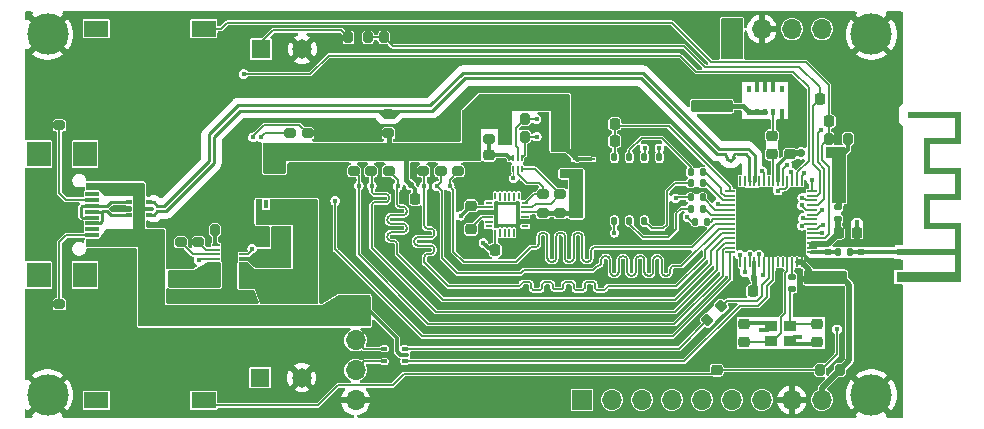
<source format=gtl>
%TF.GenerationSoftware,KiCad,Pcbnew,8.0.2*%
%TF.CreationDate,2024-06-21T01:26:05+01:00*%
%TF.ProjectId,ESP32S3_PCB_V1,45535033-3253-4335-9f50-43425f56312e,1*%
%TF.SameCoordinates,Original*%
%TF.FileFunction,Copper,L1,Top*%
%TF.FilePolarity,Positive*%
%FSLAX46Y46*%
G04 Gerber Fmt 4.6, Leading zero omitted, Abs format (unit mm)*
G04 Created by KiCad (PCBNEW 8.0.2) date 2024-06-21 01:26:05*
%MOMM*%
%LPD*%
G01*
G04 APERTURE LIST*
G04 Aperture macros list*
%AMRoundRect*
0 Rectangle with rounded corners*
0 $1 Rounding radius*
0 $2 $3 $4 $5 $6 $7 $8 $9 X,Y pos of 4 corners*
0 Add a 4 corners polygon primitive as box body*
4,1,4,$2,$3,$4,$5,$6,$7,$8,$9,$2,$3,0*
0 Add four circle primitives for the rounded corners*
1,1,$1+$1,$2,$3*
1,1,$1+$1,$4,$5*
1,1,$1+$1,$6,$7*
1,1,$1+$1,$8,$9*
0 Add four rect primitives between the rounded corners*
20,1,$1+$1,$2,$3,$4,$5,0*
20,1,$1+$1,$4,$5,$6,$7,0*
20,1,$1+$1,$6,$7,$8,$9,0*
20,1,$1+$1,$8,$9,$2,$3,0*%
G04 Aperture macros list end*
%TA.AperFunction,EtchedComponent*%
%ADD10C,0.000000*%
%TD*%
%TA.AperFunction,SMDPad,CuDef*%
%ADD11RoundRect,0.225000X0.225000X0.250000X-0.225000X0.250000X-0.225000X-0.250000X0.225000X-0.250000X0*%
%TD*%
%TA.AperFunction,SMDPad,CuDef*%
%ADD12RoundRect,0.200000X-0.275000X0.200000X-0.275000X-0.200000X0.275000X-0.200000X0.275000X0.200000X0*%
%TD*%
%TA.AperFunction,SMDPad,CuDef*%
%ADD13RoundRect,0.200000X0.275000X-0.200000X0.275000X0.200000X-0.275000X0.200000X-0.275000X-0.200000X0*%
%TD*%
%TA.AperFunction,SMDPad,CuDef*%
%ADD14R,0.350000X0.800000*%
%TD*%
%TA.AperFunction,SMDPad,CuDef*%
%ADD15R,2.500000X1.750000*%
%TD*%
%TA.AperFunction,SMDPad,CuDef*%
%ADD16RoundRect,0.225000X-0.250000X0.225000X-0.250000X-0.225000X0.250000X-0.225000X0.250000X0.225000X0*%
%TD*%
%TA.AperFunction,SMDPad,CuDef*%
%ADD17RoundRect,0.225000X-0.225000X-0.250000X0.225000X-0.250000X0.225000X0.250000X-0.225000X0.250000X0*%
%TD*%
%TA.AperFunction,SMDPad,CuDef*%
%ADD18R,0.201598X0.634200*%
%TD*%
%TA.AperFunction,SMDPad,CuDef*%
%ADD19R,0.203200X0.660400*%
%TD*%
%TA.AperFunction,SMDPad,CuDef*%
%ADD20R,0.634200X0.203200*%
%TD*%
%TA.AperFunction,SMDPad,CuDef*%
%ADD21R,0.660400X0.203200*%
%TD*%
%TA.AperFunction,SMDPad,CuDef*%
%ADD22R,0.634200X0.201598*%
%TD*%
%TA.AperFunction,SMDPad,CuDef*%
%ADD23R,0.203198X0.634200*%
%TD*%
%TA.AperFunction,SMDPad,CuDef*%
%ADD24R,0.203200X0.634200*%
%TD*%
%TA.AperFunction,SMDPad,CuDef*%
%ADD25RoundRect,0.200000X0.200000X0.275000X-0.200000X0.275000X-0.200000X-0.275000X0.200000X-0.275000X0*%
%TD*%
%TA.AperFunction,SMDPad,CuDef*%
%ADD26R,2.100000X1.400000*%
%TD*%
%TA.AperFunction,SMDPad,CuDef*%
%ADD27RoundRect,0.225000X0.250000X-0.225000X0.250000X0.225000X-0.250000X0.225000X-0.250000X-0.225000X0*%
%TD*%
%TA.AperFunction,SMDPad,CuDef*%
%ADD28RoundRect,0.135000X0.135000X0.185000X-0.135000X0.185000X-0.135000X-0.185000X0.135000X-0.185000X0*%
%TD*%
%TA.AperFunction,SMDPad,CuDef*%
%ADD29RoundRect,0.147500X-0.147500X-0.172500X0.147500X-0.172500X0.147500X0.172500X-0.147500X0.172500X0*%
%TD*%
%TA.AperFunction,ComponentPad*%
%ADD30C,3.500000*%
%TD*%
%TA.AperFunction,SMDPad,CuDef*%
%ADD31RoundRect,0.050000X0.350000X0.050000X-0.350000X0.050000X-0.350000X-0.050000X0.350000X-0.050000X0*%
%TD*%
%TA.AperFunction,SMDPad,CuDef*%
%ADD32RoundRect,0.050000X0.050000X0.350000X-0.050000X0.350000X-0.050000X-0.350000X0.050000X-0.350000X0*%
%TD*%
%TA.AperFunction,SMDPad,CuDef*%
%ADD33R,1.000000X1.000000*%
%TD*%
%TA.AperFunction,ComponentPad*%
%ADD34R,1.700000X1.700000*%
%TD*%
%TA.AperFunction,ComponentPad*%
%ADD35O,1.700000X1.700000*%
%TD*%
%TA.AperFunction,SMDPad,CuDef*%
%ADD36R,0.800000X0.249999*%
%TD*%
%TA.AperFunction,SMDPad,CuDef*%
%ADD37R,0.700001X0.249999*%
%TD*%
%TA.AperFunction,ComponentPad*%
%ADD38R,1.650000X1.650000*%
%TD*%
%TA.AperFunction,ComponentPad*%
%ADD39C,1.650000*%
%TD*%
%TA.AperFunction,SMDPad,CuDef*%
%ADD40RoundRect,0.147500X0.172500X-0.147500X0.172500X0.147500X-0.172500X0.147500X-0.172500X-0.147500X0*%
%TD*%
%TA.AperFunction,SMDPad,CuDef*%
%ADD41RoundRect,0.140000X-0.170000X0.140000X-0.170000X-0.140000X0.170000X-0.140000X0.170000X0.140000X0*%
%TD*%
%TA.AperFunction,SMDPad,CuDef*%
%ADD42R,0.300000X0.620000*%
%TD*%
%TA.AperFunction,SMDPad,CuDef*%
%ADD43R,0.990600X1.600200*%
%TD*%
%TA.AperFunction,SMDPad,CuDef*%
%ADD44R,1.000000X0.900000*%
%TD*%
%TA.AperFunction,SMDPad,CuDef*%
%ADD45RoundRect,0.093750X-0.156250X-0.093750X0.156250X-0.093750X0.156250X0.093750X-0.156250X0.093750X0*%
%TD*%
%TA.AperFunction,SMDPad,CuDef*%
%ADD46RoundRect,0.075000X-0.250000X-0.075000X0.250000X-0.075000X0.250000X0.075000X-0.250000X0.075000X0*%
%TD*%
%TA.AperFunction,SMDPad,CuDef*%
%ADD47R,2.006600X2.159000*%
%TD*%
%TA.AperFunction,SMDPad,CuDef*%
%ADD48R,1.126000X0.609600*%
%TD*%
%TA.AperFunction,SMDPad,CuDef*%
%ADD49R,1.143000X0.304800*%
%TD*%
%TA.AperFunction,SMDPad,CuDef*%
%ADD50R,0.175000X0.600000*%
%TD*%
%TA.AperFunction,SMDPad,CuDef*%
%ADD51R,0.175000X0.500000*%
%TD*%
%TA.AperFunction,SMDPad,CuDef*%
%ADD52RoundRect,0.200000X-0.200000X-0.275000X0.200000X-0.275000X0.200000X0.275000X-0.200000X0.275000X0*%
%TD*%
%TA.AperFunction,ConnectorPad*%
%ADD53R,0.500000X0.500000*%
%TD*%
%TA.AperFunction,ComponentPad*%
%ADD54R,0.500000X0.900000*%
%TD*%
%TA.AperFunction,SMDPad,CuDef*%
%ADD55RoundRect,0.125000X0.125000X-0.250000X0.125000X0.250000X-0.125000X0.250000X-0.125000X-0.250000X0*%
%TD*%
%TA.AperFunction,SMDPad,CuDef*%
%ADD56R,1.925000X1.475000*%
%TD*%
%TA.AperFunction,SMDPad,CuDef*%
%ADD57RoundRect,0.200000X-0.053033X0.335876X-0.335876X0.053033X0.053033X-0.335876X0.335876X-0.053033X0*%
%TD*%
%TA.AperFunction,ViaPad*%
%ADD58C,0.450000*%
%TD*%
%TA.AperFunction,ViaPad*%
%ADD59C,0.700000*%
%TD*%
%TA.AperFunction,ViaPad*%
%ADD60C,0.550000*%
%TD*%
%TA.AperFunction,ViaPad*%
%ADD61C,0.600000*%
%TD*%
%TA.AperFunction,Conductor*%
%ADD62C,0.300000*%
%TD*%
%TA.AperFunction,Conductor*%
%ADD63C,0.180000*%
%TD*%
%TA.AperFunction,Conductor*%
%ADD64C,0.400000*%
%TD*%
%TA.AperFunction,Conductor*%
%ADD65C,0.324400*%
%TD*%
%TA.AperFunction,Conductor*%
%ADD66C,0.500000*%
%TD*%
%TA.AperFunction,Conductor*%
%ADD67C,0.200000*%
%TD*%
%TA.AperFunction,Conductor*%
%ADD68C,0.120000*%
%TD*%
%TA.AperFunction,Conductor*%
%ADD69C,0.266400*%
%TD*%
%TA.AperFunction,Conductor*%
%ADD70C,0.199400*%
%TD*%
G04 APERTURE END LIST*
D10*
%TA.AperFunction,EtchedComponent*%
%TO.C,AE1*%
G36*
X191075000Y-88550000D02*
G01*
X188435000Y-88550000D01*
X188435000Y-90550000D01*
X191075000Y-90550000D01*
X191075000Y-93250000D01*
X188435000Y-93250000D01*
X188435000Y-95250000D01*
X191075000Y-95250000D01*
X191075000Y-100250000D01*
X185918215Y-100250000D01*
X185675000Y-100250000D01*
X185675000Y-99825156D01*
X185778957Y-99825156D01*
X185791065Y-99867819D01*
X185795419Y-99875731D01*
X185828203Y-99913674D01*
X185870605Y-99937742D01*
X185918215Y-99947583D01*
X185966622Y-99942847D01*
X186011416Y-99923185D01*
X186048186Y-99888245D01*
X186065092Y-99855353D01*
X186072982Y-99807267D01*
X186066408Y-99757682D01*
X186046313Y-99712372D01*
X186013643Y-99677112D01*
X185981417Y-99660218D01*
X185933158Y-99651778D01*
X185883632Y-99658309D01*
X185838447Y-99678868D01*
X185803213Y-99712511D01*
X185792600Y-99731122D01*
X185779700Y-99776637D01*
X185778957Y-99825156D01*
X185675000Y-99825156D01*
X185675000Y-99350000D01*
X190575000Y-99350000D01*
X190575000Y-97950000D01*
X185675000Y-97950000D01*
X185675000Y-97450000D01*
X190575000Y-97450000D01*
X190575000Y-95750000D01*
X187935000Y-95750000D01*
X187935000Y-92750000D01*
X190575000Y-92750000D01*
X190575000Y-91050000D01*
X187935000Y-91050000D01*
X187935000Y-88050000D01*
X190575000Y-88050000D01*
X190575000Y-86350000D01*
X186635000Y-86350000D01*
X186635000Y-85850000D01*
X191075000Y-85850000D01*
X191075000Y-88550000D01*
G37*
%TD.AperFunction*%
%TD*%
D11*
%TO.P,C11,1*%
%TO.N,/VDD_SPI*%
X161775000Y-88275000D03*
%TO.P,C11,2*%
%TO.N,GND*%
X160225000Y-88275000D03*
%TD*%
D12*
%TO.P,R23,1*%
%TO.N,+3.3V*%
X151125000Y-86450000D03*
%TO.P,R23,2*%
%TO.N,Net-(U8-EN)*%
X151125000Y-88100000D03*
%TD*%
D11*
%TO.P,C16,1*%
%TO.N,+3.3V*%
X173450000Y-100950000D03*
%TO.P,C16,2*%
%TO.N,GND*%
X171900000Y-100950000D03*
%TD*%
D13*
%TO.P,R4,1*%
%TO.N,+3.3V*%
X134300000Y-89275000D03*
%TO.P,R4,2*%
%TO.N,/STAT2*%
X134300000Y-87625000D03*
%TD*%
D14*
%TO.P,U4,1,OUT_1*%
%TO.N,+3.3V*%
X133562500Y-90600000D03*
%TO.P,U4,2,OUT_2*%
X132912500Y-90600000D03*
%TO.P,U4,3,FB/SNS*%
X132262500Y-90600000D03*
%TO.P,U4,4,GND*%
%TO.N,GND*%
X131612500Y-90600000D03*
%TO.P,U4,5,EN*%
%TO.N,/SYS*%
X131612500Y-93600000D03*
%TO.P,U4,6,PG*%
%TO.N,unconnected-(U4-PG-Pad6)*%
X132262500Y-93600000D03*
%TO.P,U4,7,IN_1*%
%TO.N,/SYS*%
X132912500Y-93600000D03*
%TO.P,U4,8,IN_2*%
X133562500Y-93600000D03*
D15*
%TO.P,U4,9,EP*%
%TO.N,GND*%
X132587500Y-92100000D03*
%TD*%
D16*
%TO.P,C8,1*%
%TO.N,/SYS*%
X130550000Y-99900000D03*
%TO.P,C8,2*%
%TO.N,GND*%
X130550000Y-101450000D03*
%TD*%
D13*
%TO.P,R12,1*%
%TO.N,+3.3V*%
X142610000Y-87625000D03*
%TO.P,R12,2*%
%TO.N,/USB_D+*%
X142610000Y-85975000D03*
%TD*%
D17*
%TO.P,C17,1*%
%TO.N,+1V8*%
X151645000Y-97510000D03*
%TO.P,C17,2*%
%TO.N,GND*%
X153195000Y-97510000D03*
%TD*%
D11*
%TO.P,C10,1*%
%TO.N,+3.3V*%
X132850000Y-89225000D03*
%TO.P,C10,2*%
%TO.N,GND*%
X131300000Y-89225000D03*
%TD*%
D18*
%TO.P,U6,1,NC*%
%TO.N,unconnected-(U6-NC-Pad1)*%
X153649200Y-92962900D03*
D19*
%TO.P,U6,2,NC*%
%TO.N,unconnected-(U6-NC-Pad2)*%
X153249999Y-92976000D03*
%TO.P,U6,3,NC*%
%TO.N,unconnected-(U6-NC-Pad3)*%
X152850000Y-92976000D03*
%TO.P,U6,4,NC*%
%TO.N,unconnected-(U6-NC-Pad4)*%
X152450000Y-92976000D03*
%TO.P,U6,5,NC*%
%TO.N,unconnected-(U6-NC-Pad5)*%
X152050001Y-92976000D03*
D18*
%TO.P,U6,6,NC*%
%TO.N,unconnected-(U6-NC-Pad6)*%
X151650800Y-92962900D03*
D20*
%TO.P,U6,7,AUX_CL*%
%TO.N,unconnected-(U6-AUX_CL-Pad7)*%
X151112900Y-93499999D03*
D21*
%TO.P,U6,8,VDDIO*%
%TO.N,+1V8*%
X151126000Y-93900001D03*
%TO.P,U6,9,SDO/AD0*%
%TO.N,GND*%
X151126000Y-94300000D03*
%TO.P,U6,10,REGOUT*%
%TO.N,Net-(U6-REGOUT)*%
X151126000Y-94700000D03*
%TO.P,U6,11,FSYNC*%
%TO.N,unconnected-(U6-FSYNC-Pad11)*%
X151126000Y-95099999D03*
D22*
%TO.P,U6,12,INT1*%
%TO.N,unconnected-(U6-INT1-Pad12)*%
X151112900Y-95499200D03*
D23*
%TO.P,U6,13,VDD*%
%TO.N,+1V8*%
X151650000Y-96037100D03*
D19*
%TO.P,U6,14,NC*%
%TO.N,unconnected-(U6-NC-Pad14)*%
X152050001Y-96024000D03*
%TO.P,U6,15,NC*%
%TO.N,unconnected-(U6-NC-Pad15)*%
X152450000Y-96024000D03*
%TO.P,U6,16,NC*%
%TO.N,unconnected-(U6-NC-Pad16)*%
X152850000Y-96024000D03*
%TO.P,U6,17,NC*%
%TO.N,unconnected-(U6-NC-Pad17)*%
X153249999Y-96024000D03*
D24*
%TO.P,U6,18,GND*%
%TO.N,GND*%
X153650001Y-96037100D03*
D20*
%TO.P,U6,19,RESV*%
%TO.N,unconnected-(U6-RESV-Pad19)*%
X154187100Y-95500001D03*
D21*
%TO.P,U6,20,RESV_GND*%
%TO.N,GND*%
X154174000Y-95099999D03*
%TO.P,U6,21,AUX_DA*%
%TO.N,unconnected-(U6-AUX_DA-Pad21)*%
X154174000Y-94700000D03*
%TO.P,U6,22,nCS*%
%TO.N,+1V8*%
X154174000Y-94300000D03*
%TO.P,U6,23,SCL/SCLK*%
%TO.N,Net-(U6-SCL{slash}SCLK)*%
X154174000Y-93900001D03*
D20*
%TO.P,U6,24,SDA/SDI*%
%TO.N,Net-(U6-SDA{slash}SDI)*%
X154187100Y-93499999D03*
%TD*%
D13*
%TO.P,R16,1*%
%TO.N,+1V8*%
X155711395Y-94400000D03*
%TO.P,R16,2*%
%TO.N,Net-(U6-SDA{slash}SDI)*%
X155711395Y-92750000D03*
%TD*%
D25*
%TO.P,R31,1*%
%TO.N,/SCL*%
X154175000Y-87900000D03*
%TO.P,R31,2*%
%TO.N,+3.3V*%
X152525000Y-87900000D03*
%TD*%
D26*
%TO.P,BOOT,1,1*%
%TO.N,GND*%
X117875000Y-105770000D03*
X126975000Y-105770000D03*
%TO.P,BOOT,2,2*%
%TO.N,/GPIO0*%
X117875000Y-110230000D03*
X126975000Y-110230000D03*
%TD*%
D27*
%TO.P,C31,1*%
%TO.N,/GPIO0*%
X170400000Y-107665000D03*
%TO.P,C31,2*%
%TO.N,GND*%
X170400000Y-106115000D03*
%TD*%
D28*
%TO.P,R18,1*%
%TO.N,Net-(U7-SPIWP)*%
X169210000Y-91850000D03*
%TO.P,R18,2*%
%TO.N,/SPIWP*%
X168190000Y-91850000D03*
%TD*%
D17*
%TO.P,C24,1*%
%TO.N,+3.3V*%
X180775000Y-92720000D03*
%TO.P,C24,2*%
%TO.N,GND*%
X182325000Y-92720000D03*
%TD*%
D25*
%TO.P,R7,1*%
%TO.N,GND*%
X129575000Y-95825000D03*
%TO.P,R7,2*%
%TO.N,Net-(U3-TS{slash}MR)*%
X127925000Y-95825000D03*
%TD*%
D29*
%TO.P,L3,1,1*%
%TO.N,Net-(U7-LNA_IN)*%
X180715000Y-97700000D03*
%TO.P,L3,2,2*%
%TO.N,Net-(AE1-Feed_Point)*%
X181685000Y-97700000D03*
%TD*%
D16*
%TO.P,C28,1*%
%TO.N,GND*%
X171160000Y-83775000D03*
%TO.P,C28,2*%
%TO.N,+3.3V*%
X171160000Y-85325000D03*
%TD*%
D12*
%TO.P,R28,1*%
%TO.N,+3.3V*%
X139675000Y-89175000D03*
%TO.P,R28,2*%
%TO.N,/SD_DAT1*%
X139675000Y-90825000D03*
%TD*%
D28*
%TO.P,R21,1*%
%TO.N,Net-(U7-SPID)*%
X169620000Y-95090000D03*
%TO.P,R21,2*%
%TO.N,/SPID*%
X168600000Y-95090000D03*
%TD*%
D30*
%TO.P,H4,1,1*%
%TO.N,GND*%
X183500000Y-109750000D03*
%TD*%
D16*
%TO.P,C12,1*%
%TO.N,Net-(U6-REGOUT)*%
X149600000Y-95750000D03*
%TO.P,C12,2*%
%TO.N,GND*%
X149600000Y-97300000D03*
%TD*%
D13*
%TO.P,R8,1*%
%TO.N,Net-(U3-ISET)*%
X125049998Y-96850001D03*
%TO.P,R8,2*%
%TO.N,GND*%
X125049998Y-95200001D03*
%TD*%
D31*
%TO.P,U7,1,LNA_IN*%
%TO.N,Net-(U7-LNA_IN)*%
X178450000Y-97700000D03*
%TO.P,U7,2,VDD3P3*%
%TO.N,/VDD3P3*%
X178450000Y-97300000D03*
%TO.P,U7,3,VDD3P3*%
X178450000Y-96900000D03*
%TO.P,U7,4,CHIP_PU*%
%TO.N,/CHIP_PU*%
X178450000Y-96500000D03*
%TO.P,U7,5,GPIO0*%
%TO.N,/GPIO0*%
X178450000Y-96100000D03*
%TO.P,U7,6,GPIO1*%
%TO.N,/DEEP_SLEEP*%
X178450000Y-95700000D03*
%TO.P,U7,7,GPIO2*%
%TO.N,/ELECTROMAGNET*%
X178450000Y-95300000D03*
%TO.P,U7,8,GPIO3*%
%TO.N,/GPIO3*%
X178450000Y-94900000D03*
%TO.P,U7,9,GPIO4*%
%TO.N,/SUBMENU*%
X178450000Y-94500000D03*
%TO.P,U7,10,GPIO5*%
%TO.N,/VBUS_MONITOR*%
X178450000Y-94100000D03*
%TO.P,U7,11,GPIO6*%
%TO.N,/ACTIVATE*%
X178450000Y-93700000D03*
%TO.P,U7,12,GPIO7*%
%TO.N,/LED1*%
X178450000Y-93300000D03*
%TO.P,U7,13,GPIO8*%
%TO.N,/VBAT_SENSE*%
X178450000Y-92900000D03*
%TO.P,U7,14,GPIO9*%
%TO.N,/LED2*%
X178450000Y-92500000D03*
D32*
%TO.P,U7,15,GPIO10*%
%TO.N,/STAT2*%
X177600000Y-91650000D03*
%TO.P,U7,16,GPIO11*%
%TO.N,/STAT1*%
X177200000Y-91650000D03*
%TO.P,U7,17,GPIO12*%
%TO.N,/MENU*%
X176800000Y-91650000D03*
%TO.P,U7,18,GPIO13*%
%TO.N,/LED3*%
X176400000Y-91650000D03*
%TO.P,U7,19,GPIO14*%
%TO.N,/SCL*%
X176000000Y-91650000D03*
%TO.P,U7,20,VDD3P3_RTC*%
%TO.N,+3.3V*%
X175600000Y-91650000D03*
%TO.P,U7,21,XTAL_32K_P*%
%TO.N,Net-(U7-XTAL_32K_P)*%
X175200000Y-91650000D03*
%TO.P,U7,22,XTAL_32K_N*%
%TO.N,unconnected-(U7-XTAL_32K_N-Pad22)*%
X174800000Y-91650000D03*
%TO.P,U7,23,GPIO17*%
%TO.N,/SDA*%
X174400000Y-91650000D03*
%TO.P,U7,24,GPIO18*%
%TO.N,unconnected-(U7-GPIO18-Pad24)*%
X174000000Y-91650000D03*
%TO.P,U7,25,GPIO19/USB_D-*%
%TO.N,/USB_D-*%
X173600000Y-91650000D03*
%TO.P,U7,26,GPIO20/USB_D+*%
%TO.N,/USB_D+*%
X173200000Y-91650000D03*
%TO.P,U7,27,GPIO21*%
%TO.N,/GPIO21*%
X172800000Y-91650000D03*
%TO.P,U7,28,SPICS1*%
%TO.N,unconnected-(U7-SPICS1-Pad28)*%
X172400000Y-91650000D03*
D31*
%TO.P,U7,29,VDD_SPI*%
%TO.N,/VDD_SPI*%
X171550000Y-92500000D03*
%TO.P,U7,30,SPIHD*%
%TO.N,Net-(U7-SPIHD)*%
X171550000Y-92900000D03*
%TO.P,U7,31,SPIWP*%
%TO.N,Net-(U7-SPIWP)*%
X171550000Y-93300000D03*
%TO.P,U7,32,SPICS0*%
%TO.N,/SPICS0*%
X171550000Y-93700000D03*
%TO.P,U7,33,SPICLK*%
%TO.N,Net-(U7-SPICLK)*%
X171550000Y-94100000D03*
%TO.P,U7,34,SPIQ*%
%TO.N,Net-(U7-SPIQ)*%
X171550000Y-94500000D03*
%TO.P,U7,35,SPID*%
%TO.N,Net-(U7-SPID)*%
X171550000Y-94900000D03*
%TO.P,U7,36,SPICLK_N*%
%TO.N,/SD_DAT2*%
X171550000Y-95300000D03*
%TO.P,U7,37,SPICLK_P*%
%TO.N,/SD_DAT3*%
X171550000Y-95700000D03*
%TO.P,U7,38,GPIO33*%
%TO.N,/SD_CMD*%
X171550000Y-96100000D03*
%TO.P,U7,39,GPIO34*%
%TO.N,/SD_CLK*%
X171550000Y-96500000D03*
%TO.P,U7,40,GPIO35*%
%TO.N,/SD_DAT0*%
X171550000Y-96900000D03*
%TO.P,U7,41,GPIO36*%
%TO.N,/SD_DAT1*%
X171550000Y-97300000D03*
%TO.P,U7,42,GPIO37*%
%TO.N,/SD_CARD_DETECT*%
X171550000Y-97700000D03*
D32*
%TO.P,U7,43,GPIO38*%
%TO.N,/GPIO38*%
X172400000Y-98550000D03*
%TO.P,U7,44,MTCK*%
%TO.N,/MTCK*%
X172800000Y-98550000D03*
%TO.P,U7,45,MTDO*%
%TO.N,/MTDO*%
X173200000Y-98550000D03*
%TO.P,U7,46,VDD3P3_CPU*%
%TO.N,+3.3V*%
X173600000Y-98550000D03*
%TO.P,U7,47,MTDI*%
%TO.N,/MTDI*%
X174000000Y-98550000D03*
%TO.P,U7,48,MTMS*%
%TO.N,/MTMS*%
X174400000Y-98550000D03*
%TO.P,U7,49,U0TXD*%
%TO.N,Net-(U7-U0TXD)*%
X174800000Y-98550000D03*
%TO.P,U7,50,U0RXD*%
%TO.N,/U0RXD*%
X175200000Y-98550000D03*
%TO.P,U7,51,GPIO45*%
%TO.N,unconnected-(U7-GPIO45-Pad51)*%
X175600000Y-98550000D03*
%TO.P,U7,52,GPIO46*%
%TO.N,unconnected-(U7-GPIO46-Pad52)*%
X176000000Y-98550000D03*
%TO.P,U7,53,XTAL_N*%
%TO.N,/XOUT*%
X176400000Y-98550000D03*
%TO.P,U7,54,XTAL_P*%
%TO.N,Net-(U7-XTAL_P)*%
X176800000Y-98550000D03*
%TO.P,U7,55,VDDA*%
%TO.N,+3.3V*%
X177200000Y-98550000D03*
%TO.P,U7,56,VDDA*%
X177600000Y-98550000D03*
D33*
%TO.P,U7,57,GND*%
%TO.N,GND*%
X176500000Y-96600000D03*
X176500000Y-95100000D03*
X176500000Y-93600000D03*
X175000000Y-96600000D03*
X175000000Y-95100000D03*
X175000000Y-93600000D03*
X173500000Y-96600000D03*
X173500000Y-95100000D03*
X173500000Y-93600000D03*
%TD*%
D25*
%TO.P,R33,1*%
%TO.N,/SDA*%
X154175000Y-86425000D03*
%TO.P,R33,2*%
%TO.N,+3.3V*%
X152525000Y-86425000D03*
%TD*%
D34*
%TO.P,J4,1,Pin_1*%
%TO.N,/GPIO3*%
X159000000Y-110200000D03*
D35*
%TO.P,J4,2,Pin_2*%
%TO.N,/ELECTROMAGNET*%
X161540000Y-110200000D03*
%TO.P,J4,3,Pin_3*%
%TO.N,/GPIO38*%
X164080000Y-110200000D03*
%TO.P,J4,4,Pin_4*%
%TO.N,/MTDO*%
X166620000Y-110200000D03*
%TO.P,J4,5,Pin_5*%
%TO.N,/MTDI*%
X169160000Y-110200000D03*
%TO.P,J4,6,Pin_6*%
%TO.N,/MTCK*%
X171700000Y-110200000D03*
%TO.P,J4,7,Pin_7*%
%TO.N,/MTMS*%
X174240000Y-110200000D03*
%TO.P,J4,8,Pin_8*%
%TO.N,GND*%
X176780000Y-110200000D03*
%TO.P,J4,9,Pin_9*%
%TO.N,+3.3V*%
X179320000Y-110200000D03*
%TD*%
D16*
%TO.P,C29,1*%
%TO.N,GND*%
X169685000Y-83775000D03*
%TO.P,C29,2*%
%TO.N,+3.3V*%
X169685000Y-85325000D03*
%TD*%
D36*
%TO.P,U5,1,IN*%
%TO.N,+3.3V*%
X158575000Y-89825000D03*
D37*
%TO.P,U5,2,GND*%
%TO.N,GND*%
X158525001Y-90325000D03*
%TO.P,U5,3,OUT*%
%TO.N,+1V8*%
X158525001Y-90824999D03*
%TO.P,U5,4,NC*%
%TO.N,GND*%
X159724999Y-90824999D03*
%TO.P,U5,5,NC*%
X159724999Y-90325000D03*
%TO.P,U5,6,EN*%
%TO.N,+3.3V*%
X159724999Y-89825001D03*
%TD*%
D17*
%TO.P,C32,1*%
%TO.N,/CHIP_PU*%
X179925000Y-86600000D03*
%TO.P,C32,2*%
%TO.N,GND*%
X181475000Y-86600000D03*
%TD*%
D34*
%TO.P,J2,1,Pin_1*%
%TO.N,VBUS*%
X139825000Y-102597501D03*
D35*
%TO.P,J2,2,Pin_2*%
%TO.N,Net-(J2-Pin_2)*%
X139825000Y-105137501D03*
%TO.P,J2,3,Pin_3*%
%TO.N,Net-(J2-Pin_3)*%
X139825000Y-107677500D03*
%TO.P,J2,4,Pin_4*%
%TO.N,GND*%
X139825000Y-110217501D03*
%TD*%
D28*
%TO.P,R19,1*%
%TO.N,Net-(U7-SPICLK)*%
X169210000Y-93050000D03*
%TO.P,R19,2*%
%TO.N,/SPICLK*%
X168190000Y-93050000D03*
%TD*%
D17*
%TO.P,C25,1*%
%TO.N,+3.3V*%
X180775000Y-91260000D03*
%TO.P,C25,2*%
%TO.N,GND*%
X182325000Y-91260000D03*
%TD*%
D16*
%TO.P,C27,1*%
%TO.N,/XIN*%
X178900000Y-103775000D03*
%TO.P,C27,2*%
%TO.N,GND*%
X178900000Y-105325000D03*
%TD*%
D17*
%TO.P,C9,1*%
%TO.N,+1V8*%
X158625000Y-92175000D03*
%TO.P,C9,2*%
%TO.N,GND*%
X160175000Y-92175000D03*
%TD*%
%TO.P,C7,1*%
%TO.N,/VBAT_SENSE*%
X179125000Y-84750000D03*
%TO.P,C7,2*%
%TO.N,GND*%
X180675000Y-84750000D03*
%TD*%
D11*
%TO.P,C14,1*%
%TO.N,/VDD_SPI*%
X161775000Y-86810000D03*
%TO.P,C14,2*%
%TO.N,GND*%
X160225000Y-86810000D03*
%TD*%
D17*
%TO.P,C23,1*%
%TO.N,/VDD3P3*%
X180725000Y-96040000D03*
%TO.P,C23,2*%
%TO.N,GND*%
X182275000Y-96040000D03*
%TD*%
D38*
%TO.P,BAT,1,Pin_1*%
%TO.N,VBAT*%
X131825000Y-80500000D03*
D39*
%TO.P,BAT,2,Pin_2*%
%TO.N,GND*%
X135325000Y-80500000D03*
%TD*%
D27*
%TO.P,C4,1*%
%TO.N,/SYS*%
X135120000Y-93645000D03*
%TO.P,C4,2*%
%TO.N,GND*%
X135120000Y-92095000D03*
%TD*%
D40*
%TO.P,L2,1,1*%
%TO.N,/XIN*%
X176800000Y-100785000D03*
%TO.P,L2,2,2*%
%TO.N,Net-(U7-XTAL_P)*%
X176800000Y-99815000D03*
%TD*%
D30*
%TO.P,H2,1,1*%
%TO.N,GND*%
X113750000Y-79250000D03*
%TD*%
%TO.P,H1,1,1*%
%TO.N,GND*%
X183500000Y-79250000D03*
%TD*%
D28*
%TO.P,R20,1*%
%TO.N,Net-(U7-SPIQ)*%
X169210000Y-94000000D03*
%TO.P,R20,2*%
%TO.N,/SPIQ*%
X168190000Y-94000000D03*
%TD*%
D26*
%TO.P,RST,1,1*%
%TO.N,GND*%
X126975000Y-83230000D03*
X117875000Y-83230000D03*
%TO.P,RST,2,2*%
%TO.N,/CHIP_PU*%
X126975000Y-78770000D03*
X117875000Y-78770000D03*
%TD*%
D12*
%TO.P,R29,1*%
%TO.N,+3.3V*%
X141149998Y-89175000D03*
%TO.P,R29,2*%
%TO.N,/SD_DAT0*%
X141149998Y-90825000D03*
%TD*%
D13*
%TO.P,R2,1*%
%TO.N,Net-(J1-CC1)*%
X114750000Y-86935000D03*
%TO.P,R2,2*%
%TO.N,GND*%
X114750000Y-85285000D03*
%TD*%
D41*
%TO.P,C21,1*%
%TO.N,Net-(U7-LNA_IN)*%
X179800000Y-97695000D03*
%TO.P,C21,2*%
%TO.N,GND*%
X179800000Y-98655000D03*
%TD*%
D42*
%TO.P,Y2,1,OE*%
%TO.N,+3.3V*%
X173100000Y-85790000D03*
%TO.P,Y2,2,VCC*%
X173800000Y-85790000D03*
%TO.P,Y2,3,VCC*%
X174500000Y-85790000D03*
%TO.P,Y2,4,OUT*%
%TO.N,/CLK_32K*%
X175200000Y-85790000D03*
%TO.P,Y2,5,GND*%
%TO.N,GND*%
X175900000Y-85790000D03*
%TO.P,Y2,6,NC*%
%TO.N,unconnected-(Y2-NC-Pad6)*%
X175900000Y-83910000D03*
%TO.P,Y2,7,GND*%
%TO.N,GND*%
X175200000Y-83910000D03*
%TO.P,Y2,8,GND*%
X174500000Y-83910000D03*
%TO.P,Y2,9,GND*%
X173800000Y-83910000D03*
%TO.P,Y2,10,N.C.*%
%TO.N,unconnected-(Y2-N.C.-Pad10)*%
X173100000Y-83910000D03*
%TD*%
D12*
%TO.P,R24,1*%
%TO.N,+3.3V*%
X142625000Y-89175000D03*
%TO.P,R24,2*%
%TO.N,/SD_CLK*%
X142625000Y-90825000D03*
%TD*%
D16*
%TO.P,C15,1*%
%TO.N,/CLK_32K*%
X175100000Y-87825000D03*
%TO.P,C15,2*%
%TO.N,Net-(U7-XTAL_32K_P)*%
X175100000Y-89375000D03*
%TD*%
D21*
%TO.P,U3,1,SYS*%
%TO.N,/SYS*%
X130305300Y-98675100D03*
%TO.P,U3,2,BAT*%
%TO.N,VBAT*%
X130305300Y-98275050D03*
%TO.P,U3,3,STAT2*%
%TO.N,/STAT2*%
X130305300Y-97875000D03*
%TO.P,U3,4,/CE*%
%TO.N,GND*%
X130305300Y-97474950D03*
%TO.P,U3,5,GND*%
X130305300Y-97074900D03*
%TO.P,U3,6,TS/MR*%
%TO.N,Net-(U3-TS{slash}MR)*%
X128044700Y-97074900D03*
%TO.P,U3,7,ILIM/VSET*%
%TO.N,Net-(U3-ILIM{slash}VSET)*%
X128044700Y-97474950D03*
%TO.P,U3,8,ISET*%
%TO.N,Net-(U3-ISET)*%
X128044700Y-97875000D03*
%TO.P,U3,9,STAT1*%
%TO.N,/STAT1*%
X128044700Y-98275050D03*
%TO.P,U3,10,IN*%
%TO.N,/VBUS_FILT*%
X128044700Y-98675100D03*
D43*
%TO.P,U3,11,EPAD*%
%TO.N,GND*%
X129175000Y-97875000D03*
%TD*%
D44*
%TO.P,Y1,1,CRYSTAL_1*%
%TO.N,/XIN*%
X176650000Y-103962000D03*
%TO.P,Y1,2,GND_1*%
%TO.N,GND*%
X175000000Y-103962000D03*
%TO.P,Y1,3,CRYSTAL_2*%
%TO.N,/XOUT*%
X175000000Y-105188000D03*
%TO.P,Y1,4,GND_2*%
%TO.N,GND*%
X176650000Y-105188000D03*
%TD*%
D27*
%TO.P,C30,1*%
%TO.N,/XOUT*%
X172750000Y-105325000D03*
%TO.P,C30,2*%
%TO.N,GND*%
X172750000Y-103775000D03*
%TD*%
D40*
%TO.P,L4,1,1*%
%TO.N,/VDD3P3*%
X180700000Y-94865000D03*
%TO.P,L4,2,2*%
%TO.N,+3.3V*%
X180700000Y-93895000D03*
%TD*%
D16*
%TO.P,C20,1*%
%TO.N,+3.3V*%
X179725000Y-99925000D03*
%TO.P,C20,2*%
%TO.N,GND*%
X179725000Y-101475000D03*
%TD*%
D27*
%TO.P,C6,1*%
%TO.N,VBAT*%
X132010000Y-98150000D03*
%TO.P,C6,2*%
%TO.N,GND*%
X132010000Y-96600000D03*
%TD*%
D16*
%TO.P,C13,1*%
%TO.N,GND*%
X149600000Y-92200000D03*
%TO.P,C13,2*%
%TO.N,+1V8*%
X149600000Y-93750000D03*
%TD*%
D30*
%TO.P,H3,1,1*%
%TO.N,GND*%
X113750000Y-109750000D03*
%TD*%
D45*
%TO.P,U1,1,I/O1*%
%TO.N,Net-(J2-Pin_2)*%
X142275000Y-105862500D03*
D46*
%TO.P,U1,2,GND*%
%TO.N,GND*%
X142200000Y-106400000D03*
D45*
%TO.P,U1,3,I/O2*%
%TO.N,Net-(J2-Pin_3)*%
X142275000Y-106937500D03*
%TO.P,U1,4,I/O2*%
%TO.N,/U0RXD*%
X143975000Y-106937500D03*
D46*
%TO.P,U1,5,VBUS*%
%TO.N,VBUS*%
X144050000Y-106400000D03*
D45*
%TO.P,U1,6,I/O1*%
%TO.N,/U0TXD*%
X143975000Y-105862500D03*
%TD*%
D12*
%TO.P,R26,1*%
%TO.N,+3.3V*%
X147049999Y-89175000D03*
%TO.P,R26,2*%
%TO.N,/SD_DAT3*%
X147049999Y-90825000D03*
%TD*%
D47*
%TO.P,J1,15*%
%TO.N,N/C*%
X116937800Y-89390000D03*
%TO.P,J1,16*%
X116937800Y-99610000D03*
%TO.P,J1,17*%
X113007800Y-89390000D03*
%TO.P,J1,18*%
X113007800Y-99610000D03*
D48*
%TO.P,J1,A1-B12,GND*%
%TO.N,GND*%
X117590000Y-91299999D03*
%TO.P,J1,A4-B9,VBUS*%
%TO.N,VBUS*%
X117560000Y-92100000D03*
D49*
%TO.P,J1,A5,CC1*%
%TO.N,Net-(J1-CC1)*%
X117512800Y-93250000D03*
%TO.P,J1,A6,DP1*%
%TO.N,/D+*%
X117512800Y-94250000D03*
%TO.P,J1,A7,DN1*%
%TO.N,/D-*%
X117512800Y-94750000D03*
%TO.P,J1,A8,SBU1*%
%TO.N,unconnected-(J1-SBU1-PadA8)*%
X117512800Y-95750000D03*
D48*
%TO.P,J1,A9-B4,VBUS*%
%TO.N,VBUS*%
X117560000Y-96900000D03*
%TO.P,J1,A12-B1,GND*%
%TO.N,GND*%
X117590000Y-97700000D03*
D49*
%TO.P,J1,B5,CC2*%
%TO.N,Net-(J1-CC2)*%
X117512800Y-96249999D03*
%TO.P,J1,B6,DP2*%
%TO.N,/D+*%
X117512800Y-95250001D03*
%TO.P,J1,B7,DN2*%
%TO.N,/D-*%
X117512800Y-93749999D03*
%TO.P,J1,B8,SBU2*%
%TO.N,unconnected-(J1-SBU2-PadB8)*%
X117512800Y-92750001D03*
%TD*%
D50*
%TO.P,U8,1,GND*%
%TO.N,GND*%
X152850000Y-90550000D03*
D51*
%TO.P,U8,2,VREF1*%
%TO.N,+1V8*%
X153200000Y-90600000D03*
%TO.P,U8,3,SDA1*%
%TO.N,Net-(U6-SDA{slash}SDI)*%
X153550000Y-90600000D03*
%TO.P,U8,4,SCL1*%
%TO.N,Net-(U6-SCL{slash}SCLK)*%
X153900000Y-90600000D03*
%TO.P,U8,5,SCL2*%
%TO.N,/SCL*%
X153900000Y-89700000D03*
%TO.P,U8,6,SDA2*%
%TO.N,/SDA*%
X153550000Y-89700000D03*
%TO.P,U8,7,VREF2*%
%TO.N,Net-(U8-EN)*%
X153200000Y-89700000D03*
%TO.P,U8,8,EN*%
X152850000Y-89700000D03*
%TD*%
D12*
%TO.P,R27,1*%
%TO.N,+3.3V*%
X148525000Y-89175000D03*
%TO.P,R27,2*%
%TO.N,/SD_DAT2*%
X148525000Y-90825000D03*
%TD*%
D27*
%TO.P,C35,1*%
%TO.N,+3.3V*%
X144100000Y-89175000D03*
%TO.P,C35,2*%
%TO.N,GND*%
X144100000Y-87625000D03*
%TD*%
D52*
%TO.P,R10,1*%
%TO.N,VBAT*%
X139225000Y-79500000D03*
%TO.P,R10,2*%
%TO.N,/VBAT_SENSE*%
X140875000Y-79500000D03*
%TD*%
D45*
%TO.P,U2,1,I/O1*%
%TO.N,/D-*%
X120650000Y-93462500D03*
D46*
%TO.P,U2,2,GND*%
%TO.N,GND*%
X120575000Y-94000000D03*
D45*
%TO.P,U2,3,I/O2*%
%TO.N,/D+*%
X120650000Y-94537500D03*
%TO.P,U2,4,I/O2*%
%TO.N,/USB_D+*%
X122350000Y-94537500D03*
D46*
%TO.P,U2,5,VBUS*%
%TO.N,VBUS*%
X122425000Y-94000000D03*
D45*
%TO.P,U2,6,I/O1*%
%TO.N,/USB_D-*%
X122350000Y-93462500D03*
%TD*%
D16*
%TO.P,C3,1*%
%TO.N,/VBUS_FILT*%
X127749999Y-99899999D03*
%TO.P,C3,2*%
%TO.N,GND*%
X127749999Y-101449999D03*
%TD*%
%TO.P,C19,1*%
%TO.N,+3.3V*%
X178250000Y-99925000D03*
%TO.P,C19,2*%
%TO.N,GND*%
X178250000Y-101475000D03*
%TD*%
D17*
%TO.P,C26,1*%
%TO.N,+3.3V*%
X180775000Y-89800000D03*
%TO.P,C26,2*%
%TO.N,GND*%
X182325000Y-89800000D03*
%TD*%
D16*
%TO.P,C5,1*%
%TO.N,+3.3V*%
X157175000Y-88450000D03*
%TO.P,C5,2*%
%TO.N,GND*%
X157175000Y-90000000D03*
%TD*%
D12*
%TO.P,R25,1*%
%TO.N,+3.3V*%
X145575000Y-89175000D03*
%TO.P,R25,2*%
%TO.N,/SD_CMD*%
X145575000Y-90825000D03*
%TD*%
D28*
%TO.P,R17,1*%
%TO.N,Net-(U7-SPIHD)*%
X169210000Y-90900000D03*
%TO.P,R17,2*%
%TO.N,/<NO NET>*%
X168190000Y-90900000D03*
%TD*%
D13*
%TO.P,R9,1*%
%TO.N,Net-(U3-ILIM{slash}VSET)*%
X126524999Y-96849999D03*
%TO.P,R9,2*%
%TO.N,GND*%
X126524999Y-95199999D03*
%TD*%
D25*
%TO.P,R34,1*%
%TO.N,+3.3V*%
X180825000Y-107650000D03*
%TO.P,R34,2*%
%TO.N,/GPIO0*%
X179175000Y-107650000D03*
%TD*%
D38*
%TO.P,LOAD,1,Pin_1*%
%TO.N,/SYS*%
X131775000Y-108300000D03*
D39*
%TO.P,LOAD,2,Pin_2*%
%TO.N,GND*%
X135275000Y-108300000D03*
%TD*%
D53*
%TO.P,AE1,1,Feed_Point*%
%TO.N,Net-(AE1-Feed_Point)*%
X185925000Y-97700000D03*
D54*
%TO.P,AE1,2,Ground_Via*%
%TO.N,GND*%
X185925000Y-99800000D03*
%TD*%
D13*
%TO.P,R15,1*%
%TO.N,+1V8*%
X157175000Y-94400000D03*
%TO.P,R15,2*%
%TO.N,Net-(U6-SCL{slash}SCLK)*%
X157175000Y-92750000D03*
%TD*%
D29*
%TO.P,L1,1,1*%
%TO.N,VBUS*%
X123340000Y-99900000D03*
%TO.P,L1,2,2*%
%TO.N,/VBUS_FILT*%
X124310000Y-99900000D03*
%TD*%
D52*
%TO.P,R11,1*%
%TO.N,/VBAT_SENSE*%
X142225000Y-79500000D03*
%TO.P,R11,2*%
%TO.N,GND*%
X143875000Y-79500000D03*
%TD*%
D17*
%TO.P,C34,1*%
%TO.N,+3.3V*%
X144885000Y-93180000D03*
%TO.P,C34,2*%
%TO.N,GND*%
X146435000Y-93180000D03*
%TD*%
D55*
%TO.P,U10,1,CS#*%
%TO.N,/SPICS0*%
X161745000Y-95050000D03*
%TO.P,U10,2,SO(IO1)*%
%TO.N,/SPIQ*%
X163015000Y-95050000D03*
%TO.P,U10,3,WP#(IO2)*%
%TO.N,/SPIWP*%
X164285000Y-95050000D03*
%TO.P,U10,4,VSS*%
%TO.N,GND*%
X165555000Y-95050000D03*
%TO.P,U10,5,SI(IO0)*%
%TO.N,/SPID*%
X165555000Y-89650000D03*
%TO.P,U10,6,SCLK*%
%TO.N,/SPICLK*%
X164285000Y-89650000D03*
%TO.P,U10,7,HOLD#/RESET#(IO3)*%
%TO.N,/<NO NET>*%
X163015000Y-89650000D03*
%TO.P,U10,8,VCC*%
%TO.N,/VDD_SPI*%
X161745000Y-89650000D03*
D56*
%TO.P,U10,9,VSS*%
%TO.N,GND*%
X162460000Y-93310000D03*
X164840000Y-93310000D03*
X162460000Y-91390000D03*
X164840000Y-91390000D03*
%TD*%
D41*
%TO.P,C22,1*%
%TO.N,Net-(AE1-Feed_Point)*%
X182600000Y-97695000D03*
%TO.P,C22,2*%
%TO.N,GND*%
X182600000Y-98655000D03*
%TD*%
D16*
%TO.P,C33,1*%
%TO.N,Net-(U8-EN)*%
X151125000Y-89475000D03*
%TO.P,C33,2*%
%TO.N,GND*%
X151125000Y-91025000D03*
%TD*%
D27*
%TO.P,C18,1*%
%TO.N,+3.3V*%
X176600000Y-89375000D03*
%TO.P,C18,2*%
%TO.N,GND*%
X176600000Y-87825000D03*
%TD*%
D16*
%TO.P,C2,1*%
%TO.N,/VBUS_FILT*%
X125500000Y-99900000D03*
%TO.P,C2,2*%
%TO.N,GND*%
X125500000Y-101450000D03*
%TD*%
D13*
%TO.P,R3,1*%
%TO.N,+3.3V*%
X135775001Y-89275000D03*
%TO.P,R3,2*%
%TO.N,/STAT1*%
X135775001Y-87625000D03*
%TD*%
D34*
%TO.P,J6,1,Pin_1*%
%TO.N,+3.3V*%
X171700000Y-78800000D03*
D35*
%TO.P,J6,2,Pin_2*%
%TO.N,GND*%
X174240000Y-78800000D03*
%TO.P,J6,3,Pin_3*%
%TO.N,/SCL*%
X176780000Y-78800000D03*
%TO.P,J6,4,Pin_4*%
%TO.N,/SDA*%
X179320000Y-78800000D03*
%TD*%
D25*
%TO.P,R35,1*%
%TO.N,+3.3V*%
X181525000Y-88075000D03*
%TO.P,R35,2*%
%TO.N,/CHIP_PU*%
X179875000Y-88075000D03*
%TD*%
D11*
%TO.P,C1,1*%
%TO.N,VBUS*%
X122175000Y-99900000D03*
%TO.P,C1,2*%
%TO.N,GND*%
X120625000Y-99900000D03*
%TD*%
D12*
%TO.P,R1,1*%
%TO.N,Net-(J1-CC2)*%
X114750000Y-102095000D03*
%TO.P,R1,2*%
%TO.N,GND*%
X114750000Y-103745000D03*
%TD*%
D57*
%TO.P,R22,1*%
%TO.N,Net-(U7-U0TXD)*%
X170783363Y-102266637D03*
%TO.P,R22,2*%
%TO.N,/U0TXD*%
X169616637Y-103433363D03*
%TD*%
D58*
%TO.N,GND*%
X174700000Y-90290000D03*
X185420000Y-81280000D03*
X174500000Y-83250000D03*
X150950000Y-83880000D03*
X140025000Y-80300000D03*
X115430000Y-89450000D03*
X157740000Y-101170000D03*
X175500000Y-102700000D03*
X159300000Y-107450000D03*
X141400000Y-106400000D03*
X178000000Y-102900000D03*
X140190000Y-98750000D03*
X167500000Y-95280000D03*
X184150000Y-90170000D03*
X185090000Y-98395000D03*
X156800000Y-106350000D03*
X129350000Y-105275000D03*
D59*
X119875000Y-98250000D03*
D58*
X149600000Y-107450000D03*
X150660000Y-101190000D03*
X129175000Y-98300000D03*
X125760000Y-94610000D03*
X118580000Y-80880000D03*
X128550000Y-101475000D03*
X165890000Y-101180000D03*
X158690000Y-98690000D03*
X133080000Y-92080000D03*
X154000000Y-96800000D03*
X173550000Y-103650000D03*
X165340000Y-110180000D03*
X177500000Y-104900000D03*
X184150000Y-85090000D03*
X166010000Y-103260000D03*
X184150000Y-82550000D03*
X170900000Y-86650000D03*
D60*
X169450000Y-78850000D03*
D58*
X121860000Y-90370000D03*
X114150000Y-94500000D03*
X185420000Y-106680000D03*
X131070000Y-90060000D03*
X177500000Y-105500000D03*
X154870000Y-102240000D03*
D59*
X175750000Y-95850000D03*
D58*
X119360000Y-94000000D03*
X176700000Y-106250000D03*
X121825000Y-78425000D03*
X163650000Y-92350000D03*
X184150000Y-95250000D03*
X183430000Y-96995000D03*
X156270000Y-90090000D03*
X142700000Y-92100000D03*
X179950000Y-105575000D03*
X124260000Y-107960000D03*
X155100000Y-98290000D03*
X184150000Y-87630000D03*
X171100000Y-101200000D03*
X144450000Y-103040000D03*
X155150000Y-87150000D03*
X172350000Y-106600000D03*
X180720000Y-96970000D03*
X172925000Y-102775000D03*
X185850000Y-96650000D03*
X145090000Y-98740000D03*
X156438600Y-110160000D03*
X159300000Y-105350000D03*
X165400000Y-92350000D03*
X119970000Y-103070000D03*
D60*
X142976881Y-106628421D03*
D58*
X161900000Y-92350000D03*
X171720000Y-103680000D03*
X184260000Y-98395000D03*
X184150000Y-100330000D03*
X148650000Y-96950000D03*
X142030000Y-96550000D03*
X163650000Y-93700000D03*
X129240000Y-91460000D03*
X154300000Y-105350000D03*
X115390000Y-99700000D03*
X149600000Y-105325000D03*
X185420000Y-104140000D03*
X166930000Y-96690000D03*
X168090000Y-104170000D03*
X141990000Y-99000000D03*
X170830000Y-90650000D03*
X146180000Y-94510000D03*
X126300000Y-80800000D03*
X169990000Y-93100000D03*
X164920000Y-88610000D03*
X174000000Y-106250000D03*
X159225000Y-88250000D03*
X165000000Y-107450000D03*
X146750000Y-102100000D03*
X146200000Y-91625000D03*
X174150000Y-104250000D03*
X173000000Y-86750000D03*
X119920000Y-94000000D03*
X145630000Y-83870000D03*
X176900000Y-85825000D03*
X176690000Y-83130000D03*
X174300000Y-88450000D03*
D60*
X144750000Y-95550000D03*
D58*
X131100000Y-96600000D03*
X145470000Y-102380000D03*
X175650000Y-100300000D03*
X177150000Y-102900000D03*
X177150000Y-102200000D03*
X144750000Y-79500000D03*
X173800000Y-83250000D03*
X174700000Y-86750000D03*
X185420000Y-88900000D03*
X156270000Y-79130000D03*
X159890000Y-103260000D03*
X177550000Y-87550000D03*
X182600000Y-96995000D03*
X141900000Y-92100000D03*
X144700000Y-107450000D03*
X164550000Y-105350000D03*
X148500000Y-92075000D03*
X155050000Y-95190000D03*
X118480000Y-107950000D03*
X162630000Y-102220000D03*
X152240000Y-90750000D03*
X137470997Y-93325000D03*
X175300000Y-106250000D03*
X185800000Y-98750000D03*
X184150000Y-92710000D03*
X154300000Y-107450000D03*
X150200000Y-91350000D03*
X172150000Y-84450000D03*
X152530000Y-103260000D03*
X124700000Y-101425000D03*
X153100000Y-81580000D03*
X149758400Y-94624999D03*
D59*
X174250000Y-95850000D03*
D58*
X129750000Y-101500000D03*
D59*
X175750000Y-94350000D03*
D58*
X162100000Y-84130000D03*
X161570000Y-81560000D03*
X181350000Y-85600000D03*
X139375000Y-92075000D03*
X179000000Y-98390000D03*
X169140000Y-106260000D03*
X175650000Y-101100000D03*
X185090000Y-96995000D03*
X160780000Y-99480000D03*
X174250000Y-102800000D03*
X137760000Y-87880000D03*
X174150000Y-103650000D03*
X166650000Y-98300000D03*
X151220000Y-104280000D03*
X129220000Y-94440000D03*
X145075000Y-87650000D03*
X114740000Y-104710000D03*
X183430000Y-98395000D03*
X167048210Y-92440000D03*
X114750000Y-84375000D03*
D60*
X144760000Y-94820000D03*
D58*
X171024998Y-105050000D03*
X144750000Y-105300000D03*
X140680000Y-94510000D03*
X164190000Y-79170000D03*
X182600000Y-99400000D03*
X160650000Y-91050000D03*
X175900000Y-86450000D03*
X177150000Y-101500000D03*
X179950000Y-104200000D03*
X130844529Y-87400153D03*
X184150000Y-105410000D03*
X185420000Y-91440000D03*
X165970000Y-104290000D03*
X178100000Y-105500000D03*
X149340000Y-79250000D03*
X185420000Y-93980000D03*
X184260000Y-96995000D03*
X122180000Y-84930000D03*
X185420000Y-86360000D03*
D60*
X172200000Y-99900000D03*
D58*
X129175000Y-97450000D03*
D59*
X174250000Y-94350000D03*
D58*
X177090000Y-90260000D03*
X148050000Y-98275000D03*
D60*
X168700000Y-83650000D03*
D58*
X161140000Y-95740000D03*
X176400000Y-80410000D03*
X175850000Y-88450000D03*
X126275000Y-87700000D03*
X145100000Y-91650000D03*
X185420000Y-83820000D03*
X185420000Y-101600000D03*
X129420000Y-109620000D03*
X175200000Y-83250000D03*
X176880000Y-84430000D03*
X139510000Y-84010000D03*
X132100000Y-92080000D03*
X157110000Y-104300000D03*
X146610000Y-98440000D03*
X175650000Y-101900000D03*
X184150000Y-102870000D03*
X182290000Y-95170000D03*
X180700000Y-98500000D03*
X163650000Y-91000000D03*
X178950000Y-102900000D03*
D59*
%TO.N,+3.3V*%
X156100000Y-85150000D03*
D61*
X173600000Y-99842178D03*
D60*
X171250000Y-81000000D03*
X144500000Y-91975000D03*
X172150000Y-81000000D03*
D59*
X157200000Y-85150000D03*
X177550000Y-89320000D03*
D61*
X168700000Y-85300000D03*
D59*
X180010000Y-89200000D03*
X154950000Y-85150000D03*
X180900000Y-99700000D03*
D58*
%TO.N,/GPIO0*%
X179334153Y-96025546D03*
X180600003Y-104200000D03*
%TO.N,/VBUS_FILT*%
X126625000Y-99900000D03*
D59*
%TO.N,/SYS*%
X134200000Y-101490000D03*
X132800000Y-101490000D03*
X135600000Y-101490000D03*
%TO.N,VBAT*%
X133550000Y-98050000D03*
X133550000Y-96050000D03*
X133550000Y-97050000D03*
D58*
%TO.N,+1V8*%
X150650000Y-96900000D03*
X153200130Y-91443381D03*
X148720000Y-94600000D03*
D60*
X157500000Y-91050000D03*
D58*
%TO.N,/SD_DAT3*%
X146700000Y-92100000D03*
%TO.N,/SD_CMD*%
X145625000Y-92100000D03*
%TO.N,/SD_CLK*%
X143400000Y-92100000D03*
%TO.N,/SD_DAT0*%
X141200000Y-92075000D03*
%TO.N,/SD_DAT2*%
X147800000Y-92100000D03*
%TO.N,/SD_DAT1*%
X140100000Y-92050000D03*
%TO.N,/SD_CARD_DETECT*%
X138100000Y-93325000D03*
%TO.N,/SCL*%
X155175000Y-87900000D03*
X176380000Y-90290000D03*
%TO.N,/SDA*%
X174273266Y-90825523D03*
X155150000Y-86425000D03*
%TO.N,/GPIO3*%
X177690753Y-94791938D03*
%TO.N,/MTDI*%
X174000000Y-97877491D03*
%TO.N,/ELECTROMAGNET*%
X177625000Y-95448414D03*
%TO.N,/MTCK*%
X172775000Y-99400000D03*
%TO.N,/MTDO*%
X173200000Y-97877491D03*
%TO.N,/GPIO38*%
X172357440Y-97914240D03*
%TO.N,/MTMS*%
X174285001Y-99650000D03*
%TO.N,/SPICLK*%
X166930000Y-93120000D03*
X164300000Y-88890000D03*
%TO.N,/SPID*%
X167924338Y-94729981D03*
X165550000Y-88880000D03*
%TO.N,/VBUS_MONITOR*%
X177625000Y-93730001D03*
%TO.N,/LED1*%
X177642578Y-93080238D03*
%TO.N,/STAT1*%
X130350000Y-82600000D03*
X126560000Y-98380000D03*
X131150000Y-87950000D03*
%TO.N,/STAT2*%
X131800000Y-87950000D03*
X177816800Y-91016800D03*
X131080000Y-97380000D03*
%TO.N,/LED2*%
X178450000Y-91600000D03*
%TO.N,/LED3*%
X175575691Y-92475000D03*
%TO.N,/MENU*%
X176690000Y-90910000D03*
%TO.N,/SUBMENU*%
X179355000Y-94075000D03*
%TO.N,/ACTIVATE*%
X179256715Y-87331003D03*
%TO.N,/DEEP_SLEEP*%
X179400000Y-95400000D03*
%TO.N,/SPICS0*%
X170476321Y-93573852D03*
X161750000Y-96050000D03*
%TD*%
D62*
%TO.N,GND*%
X174150000Y-103650000D02*
X174688000Y-103650000D01*
X157175000Y-90000000D02*
X157500000Y-90325000D01*
D63*
X150259556Y-94300000D02*
X151126000Y-94300000D01*
D62*
X175900000Y-86450000D02*
X175900000Y-85790000D01*
X172875000Y-103650000D02*
X172750000Y-103775000D01*
X159724999Y-90325000D02*
X158525001Y-90325000D01*
X176962000Y-105500000D02*
X176650000Y-105188000D01*
X177500000Y-105500000D02*
X178100000Y-105500000D01*
D63*
X154174000Y-95099999D02*
X154959999Y-95099999D01*
D62*
X174688000Y-103650000D02*
X175000000Y-103962000D01*
D64*
X171900000Y-100950000D02*
X172200000Y-100650000D01*
D62*
X174500000Y-83250000D02*
X174500000Y-83910000D01*
X178100000Y-105500000D02*
X178725000Y-105500000D01*
X177500000Y-104900000D02*
X176938000Y-104900000D01*
D63*
X154959999Y-95099999D02*
X155050000Y-95190000D01*
X165100000Y-91085000D02*
X165085000Y-91100000D01*
D62*
X173550000Y-103650000D02*
X172875000Y-103650000D01*
X173800000Y-83250000D02*
X173800000Y-83910000D01*
X182290000Y-96025000D02*
X182275000Y-96040000D01*
X173550000Y-103650000D02*
X174150000Y-103650000D01*
D63*
X149934557Y-94624999D02*
X150259556Y-94300000D01*
D62*
X174712000Y-104250000D02*
X175000000Y-103962000D01*
X159724999Y-90325000D02*
X159724999Y-90824999D01*
X177500000Y-105500000D02*
X176962000Y-105500000D01*
X174150000Y-104250000D02*
X174712000Y-104250000D01*
X178725000Y-105500000D02*
X178900000Y-105325000D01*
X182290000Y-95170000D02*
X182290000Y-96025000D01*
X175200000Y-83250000D02*
X175200000Y-83910000D01*
X176938000Y-104900000D02*
X176650000Y-105188000D01*
D64*
X172200000Y-100650000D02*
X172200000Y-99900000D01*
D63*
X149758400Y-94624999D02*
X149934557Y-94624999D01*
D62*
X157500000Y-90325000D02*
X158525001Y-90325000D01*
D65*
%TO.N,Net-(AE1-Feed_Point)*%
X181685000Y-97700000D02*
X182420000Y-97700000D01*
D66*
X182600000Y-97695000D02*
X182780000Y-97695000D01*
X182600000Y-97695000D02*
X182595000Y-97700000D01*
D65*
X182780000Y-97695000D02*
X185920000Y-97695000D01*
D66*
X182595000Y-97700000D02*
X182420000Y-97700000D01*
X181685000Y-97700000D02*
X181860000Y-97700000D01*
D65*
X185920000Y-97695000D02*
X185925000Y-97700000D01*
D66*
%TO.N,+3.3V*%
X179330000Y-109145000D02*
X179330000Y-110190000D01*
D64*
X144100000Y-89175000D02*
X144100000Y-91575000D01*
D66*
X179330000Y-110190000D02*
X179320000Y-110200000D01*
D64*
X180775000Y-92890000D02*
X180775000Y-92720000D01*
X139675000Y-89175000D02*
X141149998Y-89175000D01*
D62*
X176507312Y-89375000D02*
X175590457Y-90291855D01*
D66*
X181650000Y-100450000D02*
X181650000Y-106850000D01*
D64*
X144100000Y-89175000D02*
X145575000Y-89175000D01*
X145575000Y-89175000D02*
X147049999Y-89175000D01*
X141149998Y-89175000D02*
X142625000Y-89175000D01*
X172635000Y-85325000D02*
X173100000Y-85790000D01*
X142625000Y-87640000D02*
X142625000Y-89175000D01*
D66*
X179725000Y-99925000D02*
X178250000Y-99925000D01*
X177600000Y-98550000D02*
X177250000Y-98550000D01*
D62*
X181525000Y-88075000D02*
X181525000Y-89050000D01*
D64*
X142625000Y-89175000D02*
X144100000Y-89175000D01*
X173800000Y-85790000D02*
X174500000Y-85790000D01*
D66*
X176655000Y-89320000D02*
X176600000Y-89375000D01*
D64*
X142610000Y-87625000D02*
X142625000Y-87640000D01*
D62*
X176600000Y-89375000D02*
X176507312Y-89375000D01*
X144885000Y-93180000D02*
X144885000Y-92360000D01*
X158575000Y-89825000D02*
X159724998Y-89825000D01*
X175590457Y-90291855D02*
X175590457Y-91640457D01*
D64*
X144100000Y-91575000D02*
X144500000Y-91975000D01*
D62*
X175590457Y-91640457D02*
X175600000Y-91650000D01*
X173600000Y-99842178D02*
X173600000Y-98550000D01*
D64*
X169685000Y-85325000D02*
X171160000Y-85325000D01*
D62*
X159724998Y-89825000D02*
X159724999Y-89825001D01*
D66*
X181650000Y-106850000D02*
X180850000Y-107650000D01*
X180775000Y-93820000D02*
X180700000Y-93895000D01*
D64*
X158575000Y-89825000D02*
X158550000Y-89825000D01*
X180700000Y-92965000D02*
X180775000Y-92890000D01*
D67*
X176548324Y-89375000D02*
X176600000Y-89375000D01*
D66*
X178250000Y-99200000D02*
X177600000Y-98550000D01*
D64*
X171160000Y-85325000D02*
X172635000Y-85325000D01*
X158550000Y-89825000D02*
X157175000Y-88450000D01*
D66*
X180850000Y-107650000D02*
X180825000Y-107650000D01*
D62*
X181525000Y-89050000D02*
X180775000Y-89800000D01*
D66*
X180825000Y-107650000D02*
X179330000Y-109145000D01*
D64*
X173600000Y-100800000D02*
X173450000Y-100950000D01*
D66*
X178250000Y-99925000D02*
X178250000Y-99200000D01*
D64*
X173600000Y-99842178D02*
X173600000Y-100800000D01*
D66*
X180775000Y-92720000D02*
X180775000Y-93820000D01*
X180900000Y-99700000D02*
X181650000Y-100450000D01*
D64*
X173100000Y-85790000D02*
X173800000Y-85790000D01*
D62*
X144885000Y-92360000D02*
X144500000Y-91975000D01*
D66*
X177550000Y-89320000D02*
X176655000Y-89320000D01*
D64*
X148525000Y-89175000D02*
X147049999Y-89175000D01*
D67*
%TO.N,/VDD_SPI*%
X161775000Y-86810000D02*
X161775000Y-88275000D01*
X161775000Y-89620000D02*
X161745000Y-89650000D01*
X161965000Y-87000000D02*
X161775000Y-86810000D01*
X161775000Y-88275000D02*
X161775000Y-89620000D01*
X171550000Y-92180000D02*
X166370000Y-87000000D01*
X171550000Y-92500000D02*
X171550000Y-92180000D01*
X166370000Y-87000000D02*
X161965000Y-87000000D01*
D62*
%TO.N,/VDD3P3*%
X180725000Y-96040000D02*
X180581113Y-96183887D01*
D66*
X178910000Y-96959546D02*
X178459546Y-96959546D01*
X179805454Y-96959546D02*
X178910000Y-96959546D01*
X180700000Y-96015000D02*
X180725000Y-96040000D01*
X180700000Y-94865000D02*
X180700000Y-96015000D01*
X178459546Y-96959546D02*
X178450000Y-96950000D01*
X180725000Y-96040000D02*
X179805454Y-96959546D01*
X178681746Y-97187800D02*
X178450000Y-97187800D01*
X178910000Y-96959546D02*
X178681746Y-97187800D01*
D62*
X180581113Y-96183887D02*
X180581113Y-96225000D01*
D63*
%TO.N,/XOUT*%
X176190000Y-102872001D02*
X176190000Y-99457194D01*
X175860001Y-104539999D02*
X175860001Y-103202000D01*
X174862999Y-105325000D02*
X174999999Y-105188000D01*
X176190000Y-99457194D02*
X176400000Y-99247194D01*
X176400000Y-99247194D02*
X176400000Y-98550000D01*
X175860001Y-103202000D02*
X176190000Y-102872001D01*
X174999999Y-105188000D02*
X175212000Y-105188000D01*
X175212000Y-105188000D02*
X175860001Y-104539999D01*
X172750000Y-105325000D02*
X174862999Y-105325000D01*
%TO.N,/XIN*%
X176650001Y-103962000D02*
X176650001Y-100934999D01*
X178900000Y-103775000D02*
X176837001Y-103775000D01*
X176650001Y-100934999D02*
X176800000Y-100785000D01*
X176837001Y-103775000D02*
X176650001Y-103962000D01*
%TO.N,/CLK_32K*%
X175100000Y-87825000D02*
X175200000Y-87725000D01*
X175200000Y-87725000D02*
X175200000Y-85790000D01*
%TO.N,Net-(U6-REGOUT)*%
X149600000Y-95614199D02*
X149600000Y-95750000D01*
X150514199Y-94700000D02*
X149600000Y-95614199D01*
X151126000Y-94700000D02*
X150514199Y-94700000D01*
%TO.N,/CHIP_PU*%
X179350000Y-89900000D02*
X179350000Y-88600000D01*
D67*
X128430000Y-78770000D02*
X126975000Y-78770000D01*
X169950000Y-81600000D02*
X166600000Y-78250000D01*
X128950000Y-78250000D02*
X128430000Y-78770000D01*
X177950000Y-81600000D02*
X169950000Y-81600000D01*
X179900000Y-83550000D02*
X177950000Y-81600000D01*
D63*
X179129531Y-96519546D02*
X179538775Y-96519546D01*
X179875000Y-86650000D02*
X179925000Y-86600000D01*
D67*
X179900000Y-86575000D02*
X179900000Y-83550000D01*
D63*
X179900000Y-90450000D02*
X179350000Y-89900000D01*
X179350000Y-88600000D02*
X179875000Y-88075000D01*
X179900000Y-96158321D02*
X179900000Y-90450000D01*
X178450000Y-96500000D02*
X179109985Y-96500000D01*
X179109985Y-96500000D02*
X179129531Y-96519546D01*
D67*
X166600000Y-78250000D02*
X128950000Y-78250000D01*
X179925000Y-86600000D02*
X179900000Y-86575000D01*
D63*
X179538775Y-96519546D02*
X179900000Y-96158321D01*
X179875000Y-88075000D02*
X179875000Y-86650000D01*
D67*
%TO.N,/GPIO0*%
X180600003Y-106324997D02*
X179275000Y-107650000D01*
D63*
X179334153Y-96025546D02*
X179146134Y-96025546D01*
D67*
X170400000Y-107665000D02*
X170065000Y-108000000D01*
D63*
X179071680Y-96100000D02*
X178450000Y-96100000D01*
D67*
X143000000Y-108950000D02*
X138350000Y-108950000D01*
X143950000Y-108000000D02*
X143000000Y-108950000D01*
X180600003Y-104200000D02*
X180600003Y-106324997D01*
X179275000Y-107650000D02*
X179175000Y-107650000D01*
X170415000Y-107650000D02*
X170400000Y-107665000D01*
X179175000Y-107650000D02*
X170415000Y-107650000D01*
X170065000Y-108000000D02*
X143950000Y-108000000D01*
X127395000Y-110650000D02*
X126975000Y-110230000D01*
X136650000Y-110650000D02*
X127395000Y-110650000D01*
D63*
X179146134Y-96025546D02*
X179071680Y-96100000D01*
D67*
X138350000Y-108950000D02*
X136650000Y-110650000D01*
%TO.N,VBAT*%
X138625000Y-78900000D02*
X139225000Y-79500000D01*
X131825000Y-79925000D02*
X132850000Y-78900000D01*
X132850000Y-78900000D02*
X138625000Y-78900000D01*
X131825000Y-80500000D02*
X131825000Y-79925000D01*
D63*
%TO.N,/VBAT_SENSE*%
X178590000Y-90237402D02*
X178590000Y-85285000D01*
X178590000Y-85285000D02*
X179125000Y-84750000D01*
X179140000Y-92692218D02*
X179140000Y-90787402D01*
X178932218Y-92900000D02*
X179140000Y-92692218D01*
X178450000Y-92900000D02*
X178932218Y-92900000D01*
X142225000Y-79500000D02*
X142990000Y-80265000D01*
X179140000Y-90787402D02*
X178590000Y-90237402D01*
X177400000Y-82000000D02*
X179125000Y-83725000D01*
D67*
X140875000Y-79500000D02*
X142225000Y-79500000D01*
D63*
X142990000Y-80265000D02*
X167665000Y-80265000D01*
X169400000Y-82000000D02*
X177400000Y-82000000D01*
X167665000Y-80265000D02*
X169400000Y-82000000D01*
X179125000Y-83725000D02*
X179125000Y-84750000D01*
D62*
%TO.N,VBUS*%
X143300000Y-104922501D02*
X143300000Y-106067656D01*
X143632344Y-106400000D02*
X144050000Y-106400000D01*
X143300000Y-106067656D02*
X143632344Y-106400000D01*
X140975000Y-102597501D02*
X143300000Y-104922501D01*
X122425000Y-94000000D02*
X121710000Y-94000000D01*
X139825000Y-102597501D02*
X140975000Y-102597501D01*
D63*
%TO.N,Net-(U7-XTAL_32K_P)*%
X175200000Y-89475000D02*
X175100000Y-89375000D01*
X175200000Y-91650000D02*
X175200000Y-89475000D01*
D67*
%TO.N,+1V8*%
X151648401Y-97506599D02*
X151648401Y-96024000D01*
D68*
X153200000Y-90600000D02*
X153200000Y-91443251D01*
D64*
X155711395Y-94400000D02*
X157175000Y-94400000D01*
D62*
X151260000Y-97510000D02*
X151645000Y-97510000D01*
D64*
X158625000Y-93900000D02*
X158625000Y-92175000D01*
X158550001Y-90849999D02*
X158525001Y-90849999D01*
D63*
X154174000Y-94300000D02*
X155611395Y-94300000D01*
X155611395Y-94300000D02*
X155711395Y-94400000D01*
X151126000Y-93900001D02*
X149750001Y-93900001D01*
D68*
X153200000Y-91443251D02*
X153200130Y-91443381D01*
D67*
X151645000Y-97510000D02*
X151648401Y-97506599D01*
D62*
X150650000Y-96900000D02*
X151260000Y-97510000D01*
D63*
X149750001Y-93900001D02*
X149600000Y-93750000D01*
D62*
X149600000Y-93750000D02*
X149570000Y-93750000D01*
D64*
X158125000Y-94400000D02*
X158625000Y-93900000D01*
X158625000Y-90924998D02*
X158550001Y-90849999D01*
D62*
X149570000Y-93750000D02*
X148720000Y-94600000D01*
D64*
X158625000Y-92175000D02*
X158625000Y-90924998D01*
X157175000Y-94400000D02*
X158125000Y-94400000D01*
D65*
%TO.N,Net-(U7-LNA_IN)*%
X179960000Y-97695000D02*
X180540000Y-97695000D01*
D66*
X180710000Y-97695000D02*
X180540000Y-97695000D01*
X179795000Y-97700000D02*
X179800000Y-97695000D01*
X179630000Y-97700000D02*
X179795000Y-97700000D01*
D65*
X178450000Y-97700000D02*
X179630000Y-97700000D01*
D66*
X179800000Y-97695000D02*
X179960000Y-97695000D01*
D69*
X178450000Y-97700000D02*
X178300000Y-97700000D01*
D66*
X180715000Y-97700000D02*
X180710000Y-97695000D01*
D67*
%TO.N,Net-(J1-CC1)*%
X114750000Y-86935000D02*
X114750000Y-92675000D01*
X114750000Y-92675000D02*
X115325000Y-93250000D01*
X115325000Y-93250000D02*
X117512800Y-93250000D01*
%TO.N,Net-(J1-CC2)*%
X115325001Y-96249999D02*
X117512800Y-96249999D01*
X114750000Y-96825000D02*
X115325001Y-96249999D01*
X114750000Y-102095000D02*
X114750000Y-96825000D01*
D69*
%TO.N,/D-*%
X120274999Y-93462500D02*
X120274699Y-93462800D01*
X120650000Y-93462500D02*
X120274999Y-93462500D01*
X116695600Y-94750000D02*
X117512800Y-94750000D01*
X117512800Y-93749999D02*
X116674900Y-93749999D01*
X119137484Y-93462800D02*
X118822384Y-93777900D01*
X118397952Y-93777900D02*
X118370051Y-93749999D01*
X118370051Y-93749999D02*
X117512800Y-93749999D01*
X116560600Y-94615000D02*
X116695600Y-94750000D01*
X116674900Y-93749999D02*
X116560600Y-93864299D01*
X120274699Y-93462800D02*
X119137484Y-93462800D01*
X116560600Y-93864299D02*
X116560600Y-94615000D01*
X118822384Y-93777900D02*
X118397952Y-93777900D01*
%TO.N,/D+*%
X118370051Y-95083049D02*
X118370051Y-94250000D01*
X119137484Y-94537200D02*
X118822383Y-94222099D01*
X118370051Y-94250000D02*
X117512800Y-94250000D01*
X120274699Y-94537200D02*
X119137484Y-94537200D01*
X120650000Y-94537500D02*
X120274999Y-94537500D01*
X118203099Y-95250001D02*
X118370051Y-95083049D01*
X118397952Y-94222099D02*
X118370051Y-94250000D01*
X118822383Y-94222099D02*
X118397952Y-94222099D01*
X120274999Y-94537500D02*
X120274699Y-94537200D01*
X117512800Y-95250001D02*
X118203099Y-95250001D01*
D70*
%TO.N,/SD_DAT3*%
X159915000Y-99230000D02*
X160295000Y-98850000D01*
X170560000Y-95700000D02*
X171550000Y-95700000D01*
X162394000Y-98030000D02*
X162540000Y-98030000D01*
X165752000Y-99142000D02*
X165752000Y-99378000D01*
X161372000Y-98322000D02*
X161372000Y-98558000D01*
X163854000Y-98030000D02*
X164000000Y-98030000D01*
X160295000Y-98850000D02*
X160350000Y-98850000D01*
X166044000Y-99670000D02*
X166190000Y-99670000D01*
X166920000Y-98850000D02*
X167410000Y-98850000D01*
X154060000Y-99230000D02*
X159915000Y-99230000D01*
X164292000Y-98322000D02*
X164292000Y-98850000D01*
X163562000Y-98850000D02*
X163562000Y-98322000D01*
X164292000Y-98850000D02*
X164292000Y-99378000D01*
D63*
X147049999Y-90825000D02*
X147049999Y-91750001D01*
D70*
X165314000Y-98030000D02*
X165460000Y-98030000D01*
X165752000Y-98322000D02*
X165752000Y-98850000D01*
X162102000Y-98850000D02*
X162102000Y-98322000D01*
X160934000Y-98030000D02*
X161080000Y-98030000D01*
X162832000Y-98850000D02*
X162832000Y-99378000D01*
X162102000Y-99378000D02*
X162102000Y-98850000D01*
X165022000Y-99378000D02*
X165022000Y-98850000D01*
X165022000Y-98850000D02*
X165022000Y-98322000D01*
X164584000Y-99670000D02*
X164730000Y-99670000D01*
X161664000Y-99670000D02*
X161810000Y-99670000D01*
X160642000Y-98558000D02*
X160642000Y-98322000D01*
X161372000Y-98558000D02*
X161372000Y-98850000D01*
X167410000Y-98850000D02*
X170560000Y-95700000D01*
X165752000Y-98850000D02*
X165752000Y-99142000D01*
D63*
X147049999Y-91750001D02*
X146700000Y-92100000D01*
D70*
X166774000Y-98850000D02*
X166920000Y-98850000D01*
X146700000Y-92100000D02*
X147140000Y-92540000D01*
X161372000Y-98850000D02*
X161372000Y-99378000D01*
X153810000Y-99480000D02*
X154060000Y-99230000D01*
X162832000Y-98322000D02*
X162832000Y-98850000D01*
X163124000Y-99670000D02*
X163270000Y-99670000D01*
X148450000Y-99480000D02*
X153810000Y-99480000D01*
X166482000Y-99378000D02*
X166482000Y-99142000D01*
X147140000Y-98170000D02*
X148450000Y-99480000D01*
X163562000Y-99378000D02*
X163562000Y-98850000D01*
X147140000Y-92540000D02*
X147140000Y-98170000D01*
X164292000Y-99378000D02*
G75*
G03*
X164584000Y-99670000I292000J0D01*
G01*
X161372000Y-99378000D02*
G75*
G03*
X161664000Y-99670000I292000J0D01*
G01*
X165752000Y-99378000D02*
G75*
G03*
X166044000Y-99670000I292000J0D01*
G01*
X166482000Y-99142000D02*
G75*
G02*
X166774000Y-98850000I292000J0D01*
G01*
X163270000Y-99670000D02*
G75*
G03*
X163562000Y-99378000I0J292000D01*
G01*
X164730000Y-99670000D02*
G75*
G03*
X165022000Y-99378000I0J292000D01*
G01*
X161080000Y-98030000D02*
G75*
G02*
X161372000Y-98322000I0J-292000D01*
G01*
X161810000Y-99670000D02*
G75*
G03*
X162102000Y-99378000I0J292000D01*
G01*
X162540000Y-98030000D02*
G75*
G02*
X162832000Y-98322000I0J-292000D01*
G01*
X163562000Y-98322000D02*
G75*
G02*
X163854000Y-98030000I292000J0D01*
G01*
X165022000Y-98322000D02*
G75*
G02*
X165314000Y-98030000I292000J0D01*
G01*
X160642000Y-98322000D02*
G75*
G02*
X160934000Y-98030000I292000J0D01*
G01*
X166190000Y-99670000D02*
G75*
G03*
X166482000Y-99378000I0J292000D01*
G01*
X162832000Y-99378000D02*
G75*
G03*
X163124000Y-99670000I292000J0D01*
G01*
X160350000Y-98850000D02*
G75*
G03*
X160642000Y-98558000I0J292000D01*
G01*
X164000000Y-98030000D02*
G75*
G02*
X164292000Y-98322000I0J-292000D01*
G01*
X162102000Y-98322000D02*
G75*
G02*
X162394000Y-98030000I292000J0D01*
G01*
X165460000Y-98030000D02*
G75*
G02*
X165752000Y-98322000I0J-292000D01*
G01*
%TO.N,/SD_CMD*%
X154895282Y-100920000D02*
X155445282Y-100920000D01*
X162070000Y-100570000D02*
X166980000Y-100570000D01*
X145934000Y-97124000D02*
X146206000Y-97124000D01*
X145094000Y-97124000D02*
X145650000Y-97124000D01*
X146206000Y-97834000D02*
X145934000Y-97834000D01*
X159220282Y-100570000D02*
X159220282Y-100395000D01*
X154720282Y-100395000D02*
X154720282Y-100570000D01*
X159395282Y-100220000D02*
X159945282Y-100220000D01*
X145650000Y-98550000D02*
X145805000Y-98705000D01*
X145805000Y-98705000D02*
X147670000Y-100570000D01*
X156520282Y-100570000D02*
X156520282Y-100695000D01*
X145650000Y-92125000D02*
X145650000Y-95420000D01*
D63*
X145647718Y-92077282D02*
X145625000Y-92100000D01*
D70*
X156645282Y-100820000D02*
X157295282Y-100820000D01*
X145625000Y-92100000D02*
X145650000Y-92125000D01*
X160295282Y-100920000D02*
X160845282Y-100920000D01*
D63*
X145575000Y-90825000D02*
X145647718Y-90897718D01*
X145630000Y-92105000D02*
X145625000Y-92100000D01*
D70*
X159220282Y-100745000D02*
X159220282Y-100570000D01*
X154720282Y-100570000D02*
X154720282Y-100745000D01*
X169410000Y-97520000D02*
X170830000Y-96100000D01*
X166980000Y-100570000D02*
X169410000Y-98140000D01*
D63*
X145647718Y-90897718D02*
X145647718Y-92077282D01*
D70*
X157595282Y-100220000D02*
X158145282Y-100220000D01*
X157420282Y-100570000D02*
X157420282Y-100395000D01*
X145650000Y-97124000D02*
X145934000Y-97124000D01*
X155620282Y-100570000D02*
X155620282Y-100395000D01*
X160120282Y-100395000D02*
X160120282Y-100570000D01*
X161745282Y-100570000D02*
X162070000Y-100570000D01*
X158495282Y-100920000D02*
X159045282Y-100920000D01*
X146490000Y-95988000D02*
X146490000Y-96130000D01*
X170830000Y-96100000D02*
X171550000Y-96100000D01*
X155620282Y-100745000D02*
X155620282Y-100570000D01*
X158320282Y-100570000D02*
X158320282Y-100745000D01*
X147670000Y-100570000D02*
X153645282Y-100570000D01*
X160120282Y-100570000D02*
X160120282Y-100745000D01*
X146490000Y-97408000D02*
X146490000Y-97550000D01*
X145650000Y-98118000D02*
X145650000Y-98260000D01*
X146206000Y-96414000D02*
X145934000Y-96414000D01*
X169410000Y-98140000D02*
X169410000Y-97520000D01*
X145650000Y-98260000D02*
X145650000Y-98550000D01*
X153995282Y-100220000D02*
X154545282Y-100220000D01*
X145934000Y-95704000D02*
X146206000Y-95704000D01*
X145934000Y-96414000D02*
X145650000Y-96414000D01*
X145650000Y-96414000D02*
X145094000Y-96414000D01*
X144810000Y-96698000D02*
X144810000Y-96840000D01*
X156520282Y-100395000D02*
X156520282Y-100570000D01*
X161195282Y-100570000D02*
X161745282Y-100570000D01*
X157420282Y-100695000D02*
X157420282Y-100570000D01*
X155795282Y-100220000D02*
X156345282Y-100220000D01*
X158320282Y-100395000D02*
X158320282Y-100570000D01*
X157420282Y-100395000D02*
G75*
G02*
X157595282Y-100219982I175018J0D01*
G01*
X146206000Y-97124000D02*
G75*
G02*
X146490000Y-97408000I0J-284000D01*
G01*
X156345282Y-100220000D02*
G75*
G02*
X156520300Y-100395000I18J-175000D01*
G01*
X159945282Y-100220000D02*
G75*
G02*
X160120300Y-100395000I18J-175000D01*
G01*
X155445282Y-100920000D02*
G75*
G03*
X155620300Y-100745000I18J175000D01*
G01*
X145934000Y-97834000D02*
G75*
G03*
X145650000Y-98118000I0J-284000D01*
G01*
X157295282Y-100820000D02*
G75*
G03*
X157420300Y-100695000I18J125000D01*
G01*
X160845282Y-100920000D02*
G75*
G03*
X161020300Y-100745000I18J175000D01*
G01*
X146206000Y-95704000D02*
G75*
G02*
X146490000Y-95988000I0J-284000D01*
G01*
X146490000Y-97550000D02*
G75*
G02*
X146206000Y-97834000I-284000J0D01*
G01*
X156520282Y-100695000D02*
G75*
G03*
X156645282Y-100820018I125018J0D01*
G01*
X161020282Y-100745000D02*
G75*
G02*
X161195282Y-100569982I175018J0D01*
G01*
X145094000Y-96414000D02*
G75*
G03*
X144810000Y-96698000I0J-284000D01*
G01*
X145650000Y-95420000D02*
G75*
G03*
X145934000Y-95704000I284000J0D01*
G01*
X158145282Y-100220000D02*
G75*
G02*
X158320300Y-100395000I18J-175000D01*
G01*
X153645282Y-100570000D02*
G75*
G03*
X153820300Y-100395000I18J175000D01*
G01*
X153820282Y-100395000D02*
G75*
G02*
X153995282Y-100219982I175018J0D01*
G01*
X144810000Y-96840000D02*
G75*
G03*
X145094000Y-97124000I284000J0D01*
G01*
X154720282Y-100745000D02*
G75*
G03*
X154895282Y-100920018I175018J0D01*
G01*
X160120282Y-100745000D02*
G75*
G03*
X160295282Y-100920018I175018J0D01*
G01*
X159220282Y-100395000D02*
G75*
G02*
X159395282Y-100219982I175018J0D01*
G01*
X154545282Y-100220000D02*
G75*
G02*
X154720300Y-100395000I18J-175000D01*
G01*
X158320282Y-100745000D02*
G75*
G03*
X158495282Y-100920018I175018J0D01*
G01*
X146490000Y-96130000D02*
G75*
G02*
X146206000Y-96414000I-284000J0D01*
G01*
X155620282Y-100395000D02*
G75*
G02*
X155795282Y-100219982I175018J0D01*
G01*
X159045282Y-100920000D02*
G75*
G03*
X159220300Y-100745000I18J175000D01*
G01*
%TO.N,/SD_CLK*%
X143862000Y-94565816D02*
X143628000Y-94565816D01*
X143340000Y-94565816D02*
X142818000Y-94565816D01*
X143340000Y-95285816D02*
X143862000Y-95285816D01*
D63*
X143400000Y-92100000D02*
X143400000Y-91600000D01*
X143400000Y-91600000D02*
X142625000Y-90825000D01*
D70*
X169910000Y-97600000D02*
X171010000Y-96500000D01*
X142530000Y-96293816D02*
X142530000Y-96437816D01*
X143862000Y-96005816D02*
X143340000Y-96005816D01*
X143628000Y-94565816D02*
X143340000Y-94565816D01*
X143628000Y-93845816D02*
X143862000Y-93845816D01*
X143052000Y-96005816D02*
X142818000Y-96005816D01*
X143340000Y-97157816D02*
X143340000Y-97490000D01*
X144150000Y-95573816D02*
X144150000Y-95717816D01*
X147236300Y-101716300D02*
X162838640Y-101716300D01*
X162838640Y-101716300D02*
X162842340Y-101720000D01*
X143340000Y-97820000D02*
X147236300Y-101716300D01*
X162842340Y-101720000D02*
X166850000Y-101720000D01*
X171010000Y-96500000D02*
X171550000Y-96500000D01*
X166850000Y-101720000D02*
X169910000Y-98660000D01*
X142818000Y-95285816D02*
X143340000Y-95285816D01*
X142818000Y-96725816D02*
X143052000Y-96725816D01*
X144150000Y-94133816D02*
X144150000Y-94277816D01*
X143340000Y-92160000D02*
X143340000Y-93557816D01*
X169910000Y-98660000D02*
X169910000Y-97600000D01*
X143400000Y-92100000D02*
X143340000Y-92160000D01*
X143340000Y-97013816D02*
X143340000Y-97157816D01*
D63*
X143400000Y-92178317D02*
X143400000Y-92100000D01*
D70*
X143340000Y-97490000D02*
X143340000Y-97820000D01*
X142530000Y-94853816D02*
X142530000Y-94997816D01*
X143340000Y-96005816D02*
X143052000Y-96005816D01*
X142530000Y-96437816D02*
G75*
G03*
X142818000Y-96725800I288000J16D01*
G01*
X143862000Y-95285816D02*
G75*
G02*
X144149984Y-95573816I0J-287984D01*
G01*
X142818000Y-96005816D02*
G75*
G03*
X142530016Y-96293816I0J-287984D01*
G01*
X142530000Y-94997816D02*
G75*
G03*
X142818000Y-95285800I288000J16D01*
G01*
X142818000Y-94565816D02*
G75*
G03*
X142530016Y-94853816I0J-287984D01*
G01*
X143052000Y-96725816D02*
G75*
G02*
X143339984Y-97013816I0J-287984D01*
G01*
X144150000Y-94277816D02*
G75*
G02*
X143862000Y-94565800I-288000J16D01*
G01*
X143340000Y-93557816D02*
G75*
G03*
X143628000Y-93845800I288000J16D01*
G01*
X144150000Y-95717816D02*
G75*
G02*
X143862000Y-96005800I-288000J16D01*
G01*
X143862000Y-93845816D02*
G75*
G02*
X144149984Y-94133816I0J-287984D01*
G01*
%TO.N,/SD_DAT0*%
X171080000Y-96900000D02*
X171550000Y-96900000D01*
X142670000Y-93044992D02*
X142670000Y-93180992D01*
X166836300Y-102753700D02*
X170390000Y-99200000D01*
D63*
X141200000Y-92075000D02*
X141200000Y-90875002D01*
D70*
X170390000Y-97590000D02*
X171080000Y-96900000D01*
X146673700Y-102753700D02*
X166836300Y-102753700D01*
X141210000Y-93724992D02*
X141210000Y-93860992D01*
X141210000Y-97290000D02*
X146673700Y-102753700D01*
X142398000Y-93452992D02*
X141482000Y-93452992D01*
D63*
X141200000Y-90875002D02*
X141149998Y-90825000D01*
D70*
X170390000Y-99200000D02*
X170390000Y-97590000D01*
X141200000Y-92075000D02*
X141210000Y-92085000D01*
X141482000Y-92772992D02*
X142398000Y-92772992D01*
X141210000Y-94052654D02*
X141210000Y-97290000D01*
X141210000Y-93860992D02*
X141210000Y-94052654D01*
X141210000Y-92085000D02*
X141210000Y-92500992D01*
X142398000Y-92772992D02*
G75*
G02*
X142670008Y-93044992I0J-272008D01*
G01*
X141210000Y-92500992D02*
G75*
G03*
X141482000Y-92773000I272000J-8D01*
G01*
X141482000Y-93452992D02*
G75*
G03*
X141209992Y-93724992I0J-272008D01*
G01*
X142670000Y-93180992D02*
G75*
G02*
X142398000Y-93453000I-272000J-8D01*
G01*
%TO.N,/SD_DAT2*%
X158296000Y-97280000D02*
X158296000Y-96356000D01*
X156076000Y-97280000D02*
X156076000Y-98204000D01*
D63*
X148525000Y-90825000D02*
X147800000Y-91550000D01*
X147800000Y-91550000D02*
X147800000Y-92100000D01*
D70*
X158296000Y-98204000D02*
X158296000Y-97280000D01*
X156076000Y-96984000D02*
X156076000Y-97280000D01*
X148120000Y-97632660D02*
X148987340Y-98500000D01*
X159036000Y-97280000D02*
X159036000Y-97576000D01*
X159332000Y-98500000D02*
X159480000Y-98500000D01*
X159036000Y-96356000D02*
X159036000Y-97280000D01*
X157112000Y-96060000D02*
X157260000Y-96060000D01*
X154650000Y-97280000D02*
X155040000Y-97280000D01*
D63*
X147800000Y-92100000D02*
X147825000Y-92125000D01*
D70*
X156076000Y-96356000D02*
X156076000Y-96984000D01*
X160220000Y-97280000D02*
X160660000Y-97280000D01*
X148987340Y-98500000D02*
X153430000Y-98500000D01*
X156816000Y-98204000D02*
X156816000Y-97280000D01*
X155632000Y-96060000D02*
X155780000Y-96060000D01*
X159036000Y-97576000D02*
X159036000Y-98204000D01*
X157852000Y-98500000D02*
X158000000Y-98500000D01*
X157556000Y-97280000D02*
X157556000Y-98204000D01*
X168280000Y-97280000D02*
X170260000Y-95300000D01*
X170260000Y-95300000D02*
X171550000Y-95300000D01*
X156816000Y-97280000D02*
X156816000Y-96356000D01*
X159776000Y-98204000D02*
X159776000Y-97576000D01*
X160072000Y-97280000D02*
X160220000Y-97280000D01*
X158592000Y-96060000D02*
X158740000Y-96060000D01*
X160660000Y-97280000D02*
X168280000Y-97280000D01*
X156372000Y-98500000D02*
X156520000Y-98500000D01*
X153430000Y-98500000D02*
X154650000Y-97280000D01*
X155336000Y-96984000D02*
X155336000Y-96356000D01*
X148120000Y-92420000D02*
X148120000Y-97632660D01*
X157556000Y-96356000D02*
X157556000Y-97280000D01*
X147800000Y-92100000D02*
X148120000Y-92420000D01*
X155336000Y-96356000D02*
G75*
G02*
X155632000Y-96060000I296000J0D01*
G01*
X159036000Y-98204000D02*
G75*
G03*
X159332000Y-98500000I296000J0D01*
G01*
X155780000Y-96060000D02*
G75*
G02*
X156076000Y-96356000I0J-296000D01*
G01*
X156520000Y-98500000D02*
G75*
G03*
X156816000Y-98204000I0J296000D01*
G01*
X156816000Y-96356000D02*
G75*
G02*
X157112000Y-96060000I296000J0D01*
G01*
X155040000Y-97280000D02*
G75*
G03*
X155336000Y-96984000I0J296000D01*
G01*
X158000000Y-98500000D02*
G75*
G03*
X158296000Y-98204000I0J296000D01*
G01*
X159480000Y-98500000D02*
G75*
G03*
X159776000Y-98204000I0J296000D01*
G01*
X158740000Y-96060000D02*
G75*
G02*
X159036000Y-96356000I0J-296000D01*
G01*
X157260000Y-96060000D02*
G75*
G02*
X157556000Y-96356000I0J-296000D01*
G01*
X159776000Y-97576000D02*
G75*
G02*
X160072000Y-97280000I296000J0D01*
G01*
X157556000Y-98204000D02*
G75*
G03*
X157852000Y-98500000I296000J0D01*
G01*
X156076000Y-98204000D02*
G75*
G03*
X156372000Y-98500000I296000J0D01*
G01*
X158296000Y-96356000D02*
G75*
G02*
X158592000Y-96060000I296000J0D01*
G01*
D63*
%TO.N,/SD_DAT1*%
X140100000Y-92050000D02*
X140100000Y-91250000D01*
X140100000Y-91250000D02*
X139675000Y-90825000D01*
D70*
X171550000Y-97300000D02*
X171150000Y-97300000D01*
X140100000Y-97870000D02*
X140100000Y-92050000D01*
X170920000Y-97530000D02*
X170920000Y-99660000D01*
X170920000Y-99660000D02*
X166810000Y-103770000D01*
X146000000Y-103770000D02*
X140100000Y-97870000D01*
X166810000Y-103770000D02*
X146000000Y-103770000D01*
X171150000Y-97300000D02*
X170920000Y-97530000D01*
%TO.N,/SD_CARD_DETECT*%
X171550000Y-99970000D02*
X166716300Y-104803700D01*
X171550000Y-97700000D02*
X171550000Y-99970000D01*
X145750000Y-104800000D02*
X145457660Y-104800000D01*
X166716300Y-104803700D02*
X145753700Y-104803700D01*
X145457660Y-104800000D02*
X138100000Y-97442340D01*
X145753700Y-104803700D02*
X145750000Y-104800000D01*
X138100000Y-97442340D02*
X138100000Y-93325000D01*
D63*
%TO.N,Net-(J2-Pin_2)*%
X140549999Y-105862500D02*
X139825000Y-105137501D01*
X142275000Y-105862500D02*
X140549999Y-105862500D01*
%TO.N,Net-(J2-Pin_3)*%
X140565000Y-106937500D02*
X139825000Y-107677500D01*
X142275000Y-106937500D02*
X140565000Y-106937500D01*
%TO.N,/SCL*%
X176000000Y-90670000D02*
X176000000Y-91650000D01*
X154175000Y-89425000D02*
X153900000Y-89700000D01*
X176380000Y-90290000D02*
X176000000Y-90670000D01*
X155175000Y-87900000D02*
X154175000Y-87900000D01*
X154175000Y-87900000D02*
X154175000Y-89425000D01*
%TO.N,/SDA*%
X153400000Y-87200000D02*
X153400000Y-88700000D01*
X155150000Y-86425000D02*
X154175000Y-86425000D01*
X174400000Y-90952257D02*
X174400000Y-91650000D01*
X174273266Y-90825523D02*
X174400000Y-90952257D01*
X153550000Y-88850000D02*
X153550000Y-89700000D01*
X153400000Y-88700000D02*
X153550000Y-88850000D01*
X154175000Y-86425000D02*
X153400000Y-87200000D01*
%TO.N,/GPIO3*%
X177798815Y-94900000D02*
X177690753Y-94791938D01*
X178450000Y-94900000D02*
X177798815Y-94900000D01*
%TO.N,/MTDI*%
X174000000Y-97877491D02*
X174000000Y-98550000D01*
%TO.N,/ELECTROMAGNET*%
X177625000Y-95448414D02*
X177773414Y-95300000D01*
X177773414Y-95300000D02*
X178450000Y-95300000D01*
%TO.N,/MTCK*%
X172800000Y-98550000D02*
X172800000Y-99375000D01*
X172800000Y-99375000D02*
X172775000Y-99400000D01*
%TO.N,/MTDO*%
X173200000Y-97877491D02*
X173200000Y-98550000D01*
%TO.N,/GPIO38*%
X172400000Y-97956800D02*
X172400000Y-98550000D01*
X172357440Y-97914240D02*
X172400000Y-97956800D01*
%TO.N,/MTMS*%
X174400000Y-99535001D02*
X174400000Y-98550000D01*
X174285001Y-99650000D02*
X174400000Y-99535001D01*
%TO.N,Net-(U7-XTAL_P)*%
X176800000Y-99815000D02*
X176800000Y-98550000D01*
%TO.N,/<NO NET>*%
X168190000Y-90900000D02*
X168190000Y-90440000D01*
X163015000Y-89035000D02*
X163015000Y-89650000D01*
X168190000Y-90440000D02*
X165750000Y-88000000D01*
X164050000Y-88000000D02*
X163015000Y-89035000D01*
X165750000Y-88000000D02*
X164050000Y-88000000D01*
D62*
%TO.N,Net-(U3-TS{slash}MR)*%
X127925000Y-95825000D02*
X127925000Y-96903650D01*
X127925000Y-96903650D02*
X128044700Y-97023350D01*
D67*
%TO.N,Net-(U3-ISET)*%
X126074997Y-97875000D02*
X125049998Y-96850001D01*
X128044700Y-97875000D02*
X126074997Y-97875000D01*
D63*
%TO.N,/SPIWP*%
X166871680Y-91850000D02*
X166200000Y-92521680D01*
X168190000Y-91850000D02*
X166871680Y-91850000D01*
X164905000Y-95670000D02*
X164285000Y-95050000D01*
X165880000Y-95670000D02*
X164905000Y-95670000D01*
X166200000Y-92521680D02*
X166200000Y-95350000D01*
X166200000Y-95350000D02*
X165880000Y-95670000D01*
%TO.N,/SPICLK*%
X168190000Y-93050000D02*
X167000000Y-93050000D01*
X164300000Y-88890000D02*
X164300000Y-89635000D01*
X167000000Y-93050000D02*
X166930000Y-93120000D01*
X164300000Y-89635000D02*
X164285000Y-89650000D01*
D67*
%TO.N,Net-(U3-ILIM{slash}VSET)*%
X128044700Y-97474950D02*
X127149950Y-97474950D01*
X127149950Y-97474950D02*
X126524999Y-96849999D01*
D63*
%TO.N,Net-(U6-SCL{slash}SCLK)*%
X154785798Y-93900001D02*
X154174000Y-93900001D01*
X155025000Y-90600000D02*
X157175000Y-92750000D01*
X155105799Y-93580000D02*
X154785798Y-93900001D01*
X156345000Y-93580000D02*
X155105799Y-93580000D01*
X153900000Y-90600000D02*
X155025000Y-90600000D01*
X157175000Y-92750000D02*
X156345000Y-93580000D01*
%TO.N,/SPIQ*%
X167000000Y-95750000D02*
X166320000Y-96430000D01*
X163015000Y-95265000D02*
X163015000Y-95050000D01*
X167400000Y-94000000D02*
X167000000Y-94400000D01*
X164180000Y-96430000D02*
X163015000Y-95265000D01*
X167000000Y-94400000D02*
X167000000Y-95750000D01*
X166320000Y-96430000D02*
X164180000Y-96430000D01*
X168190000Y-94000000D02*
X167400000Y-94000000D01*
%TO.N,/SPID*%
X165550000Y-88880000D02*
X165550000Y-89645000D01*
X167924338Y-94729981D02*
X168284357Y-95090000D01*
X168284357Y-95090000D02*
X168600000Y-95090000D01*
X165550000Y-89645000D02*
X165555000Y-89650000D01*
%TO.N,Net-(U6-SDA{slash}SDI)*%
X153550000Y-91030000D02*
X154310000Y-91790000D01*
X153550000Y-90600000D02*
X153550000Y-91030000D01*
X155360000Y-91790000D02*
X155711395Y-92141395D01*
X155711395Y-92750000D02*
X154923999Y-92750000D01*
X155711395Y-92141395D02*
X155711395Y-92750000D01*
X154310000Y-91790000D02*
X155360000Y-91790000D01*
X154923999Y-92750000D02*
X154174000Y-93499999D01*
%TO.N,Net-(U7-SPIHD)*%
X171067782Y-92900000D02*
X170800000Y-92632218D01*
X171550000Y-92900000D02*
X171067782Y-92900000D01*
X170800000Y-92632218D02*
X170800000Y-92250000D01*
X170800000Y-92250000D02*
X169450000Y-90900000D01*
X169450000Y-90900000D02*
X169210000Y-90900000D01*
%TO.N,/U0TXD*%
X167200000Y-105850000D02*
X143987500Y-105850000D01*
X169616637Y-103433363D02*
X167200000Y-105850000D01*
X143987500Y-105850000D02*
X143975000Y-105862500D01*
%TO.N,Net-(U7-SPIWP)*%
X171550000Y-93300000D02*
X170930380Y-93300000D01*
X170930380Y-93300000D02*
X169480380Y-91850000D01*
X169480380Y-91850000D02*
X169210000Y-91850000D01*
%TO.N,Net-(U7-SPICLK)*%
X171550000Y-94100000D02*
X170700381Y-94100001D01*
X169230000Y-93050000D02*
X169210000Y-93050000D01*
X170280001Y-94100001D02*
X169230000Y-93050000D01*
X170700381Y-94100001D02*
X170280001Y-94100001D01*
%TO.N,Net-(U7-SPIQ)*%
X171550000Y-94500000D02*
X169900000Y-94500000D01*
X169900000Y-94500000D02*
X169400000Y-94000000D01*
X169400000Y-94000000D02*
X169210000Y-94000000D01*
D69*
%TO.N,/USB_D-*%
X122725001Y-93462500D02*
X123040401Y-93777900D01*
X164191998Y-82507900D02*
X170601998Y-88917900D01*
X146148002Y-85257900D02*
X148898002Y-82507900D01*
X129868002Y-85257900D02*
X146148002Y-85257900D01*
X127407900Y-87718002D02*
X129868002Y-85257900D01*
X173041998Y-88917900D02*
X173622100Y-89498002D01*
X122350000Y-93462500D02*
X122725001Y-93462500D01*
X148898002Y-82507900D02*
X164191998Y-82507900D01*
X123040401Y-93777900D02*
X123618002Y-93777900D01*
X170601998Y-88917900D02*
X173041998Y-88917900D01*
X123618002Y-93777900D02*
X127407900Y-89988002D01*
X173622100Y-89498002D02*
X173622100Y-91627900D01*
X173622100Y-91627900D02*
X173600000Y-91650000D01*
X127407900Y-89988002D02*
X127407900Y-87718002D01*
%TO.N,/USB_D+*%
X122725001Y-94537500D02*
X123040401Y-94222100D01*
X142380000Y-86240000D02*
X142860000Y-86240000D01*
X123040401Y-94222100D02*
X123801998Y-94222100D01*
D62*
X142275000Y-85975000D02*
X142180000Y-85880000D01*
D69*
X172099286Y-89362100D02*
X172219286Y-89362100D01*
X172858002Y-89362100D02*
X173177900Y-89681998D01*
X172219286Y-89362100D02*
X172552475Y-89362100D01*
D62*
X142610000Y-85975000D02*
X142275000Y-85975000D01*
D69*
X142962100Y-86210000D02*
X142845000Y-86210000D01*
X127852100Y-87901998D02*
X130051998Y-85702100D01*
X146331998Y-85702100D02*
X149081998Y-82952100D01*
X171499286Y-89936082D02*
X171619286Y-89936082D01*
X123801998Y-94222100D02*
X127852100Y-90171998D01*
X171859286Y-89696082D02*
X171859286Y-89602100D01*
X142845000Y-86210000D02*
X142610000Y-85975000D01*
X171259286Y-89602100D02*
X171259286Y-89696082D01*
X122350000Y-94537500D02*
X122725001Y-94537500D01*
D62*
X142715000Y-85870000D02*
X143090000Y-85870000D01*
D69*
X149081998Y-82952100D02*
X164008002Y-82952100D01*
X173177900Y-91627900D02*
X173200000Y-91650000D01*
X170418002Y-89362100D02*
X171019286Y-89362100D01*
X164008002Y-82952100D02*
X170418002Y-89362100D01*
X130051998Y-85702100D02*
X146331998Y-85702100D01*
X143470000Y-85702100D02*
X142962100Y-86210000D01*
X172552475Y-89362100D02*
X172858002Y-89362100D01*
X142303950Y-86233950D02*
X141796050Y-85726050D01*
X173177900Y-89681998D02*
X173177900Y-91627900D01*
X127852100Y-90171998D02*
X127852100Y-87901998D01*
X171019286Y-89362100D02*
G75*
G02*
X171259300Y-89602100I14J-240000D01*
G01*
X171259286Y-89696082D02*
G75*
G03*
X171499286Y-89936114I240014J-18D01*
G01*
X171859286Y-89602100D02*
G75*
G02*
X172099286Y-89362086I240014J0D01*
G01*
X171619286Y-89936082D02*
G75*
G03*
X171859282Y-89696082I14J239982D01*
G01*
D63*
%TO.N,/VBUS_MONITOR*%
X177625000Y-93757218D02*
X177967782Y-94100000D01*
X177625000Y-93730001D02*
X177625000Y-93757218D01*
X177967782Y-94100000D02*
X178450000Y-94100000D01*
%TO.N,/LED1*%
X177967782Y-93300000D02*
X178450000Y-93300000D01*
X177748020Y-93080238D02*
X177967782Y-93300000D01*
X177642578Y-93080238D02*
X177748020Y-93080238D01*
%TO.N,/STAT1*%
X131150000Y-87888365D02*
X131150000Y-87950000D01*
D67*
X126664950Y-98275050D02*
X126560000Y-98380000D01*
D63*
X178200000Y-89930000D02*
X177200000Y-90930000D01*
X177200000Y-90930000D02*
X177200000Y-91650000D01*
D67*
X128044700Y-98275050D02*
X126664950Y-98275050D01*
D63*
X130350000Y-82600000D02*
X136000000Y-82600000D01*
X132118365Y-86920000D02*
X131150000Y-87888365D01*
X167300000Y-81050000D02*
X168665000Y-82415000D01*
X135775001Y-87625000D02*
X135070001Y-86920000D01*
X176877598Y-82415000D02*
X178200000Y-83737402D01*
X136000000Y-82600000D02*
X137550000Y-81050000D01*
X135070001Y-86920000D02*
X132118365Y-86920000D01*
X168665000Y-82415000D02*
X176877598Y-82415000D01*
X137550000Y-81050000D02*
X167300000Y-81050000D01*
X178200000Y-83737402D02*
X178200000Y-89930000D01*
%TO.N,/STAT2*%
X177600000Y-91233600D02*
X177600000Y-91650000D01*
D67*
X131080000Y-97532050D02*
X130737050Y-97875000D01*
D63*
X177816800Y-91016800D02*
X177600000Y-91233600D01*
X132125000Y-87625000D02*
X131800000Y-87950000D01*
D67*
X131080000Y-97380000D02*
X131080000Y-97532050D01*
X130737050Y-97875000D02*
X130305300Y-97875000D01*
D63*
X134300000Y-87625000D02*
X132125000Y-87625000D01*
%TO.N,Net-(U7-SPID)*%
X171550000Y-94900000D02*
X170100000Y-94900000D01*
X170100000Y-94900000D02*
X169910000Y-95090000D01*
X169910000Y-95090000D02*
X169620000Y-95090000D01*
%TO.N,Net-(U7-U0TXD)*%
X174800000Y-99900000D02*
X174200000Y-100500000D01*
X171275000Y-101775000D02*
X170783363Y-102266637D01*
X174200000Y-100500000D02*
X174200000Y-101409555D01*
X173834555Y-101775000D02*
X171275000Y-101775000D01*
X174200000Y-101409555D02*
X173834555Y-101775000D01*
X174800000Y-98550000D02*
X174800000Y-99900000D01*
D62*
%TO.N,Net-(U8-EN)*%
X152850000Y-89700000D02*
X153112500Y-89700000D01*
X151125000Y-88100000D02*
X151125000Y-89475000D01*
X151125000Y-89475000D02*
X152625000Y-89475000D01*
X152625000Y-89475000D02*
X152850000Y-89700000D01*
D63*
%TO.N,/LED2*%
X178450000Y-92500000D02*
X178450000Y-91600000D01*
%TO.N,/LED3*%
X175575691Y-92475000D02*
X175710691Y-92340000D01*
X176192218Y-92340000D02*
X176400000Y-92132218D01*
X176400000Y-92132218D02*
X176400000Y-91650000D01*
X175710691Y-92340000D02*
X176192218Y-92340000D01*
%TO.N,/MENU*%
X176690000Y-90910000D02*
X176800000Y-91020000D01*
X176800000Y-91020000D02*
X176800000Y-91650000D01*
%TO.N,/SUBMENU*%
X178932218Y-94500000D02*
X179355000Y-94077218D01*
X178450000Y-94500000D02*
X178932218Y-94500000D01*
X179355000Y-94077218D02*
X179355000Y-94075000D01*
%TO.N,/ACTIVATE*%
X178450000Y-93700000D02*
X179001680Y-93700000D01*
X178970000Y-90080000D02*
X178970000Y-87617718D01*
X179520000Y-93181680D02*
X179520000Y-90630000D01*
X178970000Y-87617718D02*
X179256715Y-87331003D01*
X179001680Y-93700000D02*
X179520000Y-93181680D01*
X179520000Y-90630000D02*
X178970000Y-90080000D01*
%TO.N,/DEEP_SLEEP*%
X179232218Y-95400000D02*
X178932218Y-95700000D01*
X178932218Y-95700000D02*
X178450000Y-95700000D01*
X179400000Y-95400000D02*
X179232218Y-95400000D01*
%TO.N,/U0RXD*%
X167662500Y-106937500D02*
X172365000Y-102235000D01*
X174700000Y-101446957D02*
X174700000Y-100550000D01*
X173911957Y-102235000D02*
X174700000Y-101446957D01*
X175200000Y-99200000D02*
X175200000Y-98550000D01*
X143975000Y-106937500D02*
X167662500Y-106937500D01*
X175200000Y-98550000D02*
X175196000Y-98554000D01*
X172365000Y-102235000D02*
X173911957Y-102235000D01*
X175185000Y-100065000D02*
X175185000Y-99215000D01*
X174700000Y-100550000D02*
X175185000Y-100065000D01*
X175185000Y-99215000D02*
X175200000Y-99200000D01*
%TO.N,/SPICS0*%
X170602469Y-93700000D02*
X171550000Y-93700000D01*
X161745000Y-95050000D02*
X161745000Y-96045000D01*
X161745000Y-96045000D02*
X161750000Y-96050000D01*
X170476321Y-93573852D02*
X170602469Y-93700000D01*
%TD*%
%TA.AperFunction,Conductor*%
%TO.N,+3.3V*%
G36*
X181293039Y-88769685D02*
G01*
X181338794Y-88822489D01*
X181350000Y-88874000D01*
X181350000Y-93398389D01*
X181330315Y-93465428D01*
X181277511Y-93511183D01*
X181223417Y-93522362D01*
X180271417Y-93502529D01*
X180204802Y-93481452D01*
X180160157Y-93427707D01*
X180150000Y-93378556D01*
X180150000Y-89700000D01*
X179749000Y-89700000D01*
X179681961Y-89680315D01*
X179636206Y-89627511D01*
X179625000Y-89576000D01*
X179625000Y-88874000D01*
X179644685Y-88806961D01*
X179697489Y-88761206D01*
X179749000Y-88750000D01*
X181226000Y-88750000D01*
X181293039Y-88769685D01*
G37*
%TD.AperFunction*%
%TD*%
%TA.AperFunction,Conductor*%
%TO.N,VBUS*%
G36*
X121000000Y-97200000D02*
G01*
X122000000Y-97200000D01*
X122000000Y-95700000D01*
X123551000Y-95700000D01*
X123618039Y-95719685D01*
X123663794Y-95772489D01*
X123675000Y-95824000D01*
X123675000Y-102150000D01*
X121400000Y-102150000D01*
X121400000Y-97225000D01*
X117099000Y-97225000D01*
X117031961Y-97205315D01*
X116986206Y-97152511D01*
X116975000Y-97101000D01*
X116975000Y-96699000D01*
X116994685Y-96631961D01*
X117047489Y-96586206D01*
X117099000Y-96575000D01*
X118150000Y-96575000D01*
X118713058Y-95753874D01*
X118767205Y-95709717D01*
X118815324Y-95700000D01*
X121000000Y-95700000D01*
X121000000Y-97200000D01*
G37*
%TD.AperFunction*%
%TD*%
%TA.AperFunction,Conductor*%
%TO.N,/SYS*%
G36*
X136593039Y-93179685D02*
G01*
X136638794Y-93232489D01*
X136650000Y-93284000D01*
X136650000Y-95350000D01*
X132590000Y-95350000D01*
X132590000Y-93284000D01*
X132609685Y-93216961D01*
X132662489Y-93171206D01*
X132714000Y-93160000D01*
X136526000Y-93160000D01*
X136593039Y-93179685D01*
G37*
%TD.AperFunction*%
%TD*%
%TA.AperFunction,Conductor*%
%TO.N,+3.3V*%
G36*
X133950000Y-89975527D02*
G01*
X133950000Y-90901000D01*
X133930315Y-90968039D01*
X133877511Y-91013794D01*
X133826000Y-91025000D01*
X132124000Y-91025000D01*
X132056961Y-91005315D01*
X132011206Y-90952511D01*
X132000000Y-90901000D01*
X132000000Y-88549000D01*
X132019685Y-88481961D01*
X132072489Y-88436206D01*
X132124000Y-88425000D01*
X133950000Y-88425000D01*
X133950000Y-89975527D01*
G37*
%TD.AperFunction*%
%TD*%
%TA.AperFunction,Conductor*%
%TO.N,/SYS*%
G36*
X132590000Y-95350000D02*
G01*
X131940000Y-95350000D01*
X131940000Y-94150000D01*
X132590000Y-94150000D01*
X132590000Y-95350000D01*
G37*
%TD.AperFunction*%
%TD*%
%TA.AperFunction,Conductor*%
%TO.N,+3.3V*%
G36*
X172593039Y-77869685D02*
G01*
X172638794Y-77922489D01*
X172650000Y-77974000D01*
X172650000Y-81226000D01*
X172630315Y-81293039D01*
X172577511Y-81338794D01*
X172526000Y-81350000D01*
X170874000Y-81350000D01*
X170806961Y-81330315D01*
X170761206Y-81277511D01*
X170750000Y-81226000D01*
X170750000Y-77974000D01*
X170769685Y-77906961D01*
X170822489Y-77861206D01*
X170874000Y-77850000D01*
X172526000Y-77850000D01*
X172593039Y-77869685D01*
G37*
%TD.AperFunction*%
%TD*%
%TA.AperFunction,Conductor*%
%TO.N,+3.3V*%
G36*
X171693039Y-84819685D02*
G01*
X171738794Y-84872489D01*
X171750000Y-84924000D01*
X171750000Y-85726000D01*
X171730315Y-85793039D01*
X171677511Y-85838794D01*
X171626000Y-85850000D01*
X168480940Y-85850000D01*
X168413901Y-85830315D01*
X168393259Y-85813681D01*
X168286319Y-85706741D01*
X168252834Y-85645418D01*
X168250000Y-85619060D01*
X168250000Y-84924000D01*
X168269685Y-84856961D01*
X168322489Y-84811206D01*
X168374000Y-84800000D01*
X171626000Y-84800000D01*
X171693039Y-84819685D01*
G37*
%TD.AperFunction*%
%TD*%
%TA.AperFunction,Conductor*%
%TO.N,+3.3V*%
G36*
X150899394Y-84281527D02*
G01*
X150949998Y-84289542D01*
X150950000Y-84289542D01*
X150950002Y-84289542D01*
X151000606Y-84281527D01*
X151020004Y-84280000D01*
X157866361Y-84280000D01*
X157933400Y-84299685D01*
X157979155Y-84352489D01*
X157990360Y-84403638D01*
X157999999Y-87709638D01*
X158000000Y-87710000D01*
X158000000Y-89076000D01*
X157980315Y-89143039D01*
X157927511Y-89188794D01*
X157876000Y-89200000D01*
X156474000Y-89200000D01*
X156406961Y-89180315D01*
X156361206Y-89127511D01*
X156350000Y-89076000D01*
X156350000Y-85700000D01*
X153100000Y-85700000D01*
X153100000Y-88476000D01*
X153080315Y-88543039D01*
X153027511Y-88588794D01*
X152976000Y-88600000D01*
X152024000Y-88600000D01*
X151956961Y-88580315D01*
X151911206Y-88527511D01*
X151900000Y-88476000D01*
X151900000Y-87280000D01*
X150440000Y-87280000D01*
X150440000Y-89855966D01*
X150420315Y-89923005D01*
X150367511Y-89968760D01*
X150315966Y-89979966D01*
X133950000Y-89975527D01*
X133950000Y-88425000D01*
X148850000Y-88425000D01*
X148850000Y-85754091D01*
X148869685Y-85687052D01*
X148889647Y-85663203D01*
X150344323Y-84313112D01*
X150406851Y-84281936D01*
X150428676Y-84280000D01*
X150879996Y-84280000D01*
X150899394Y-84281527D01*
G37*
%TD.AperFunction*%
%TD*%
%TA.AperFunction,Conductor*%
%TO.N,/SYS*%
G36*
X131883039Y-93179685D02*
G01*
X131928794Y-93232489D01*
X131940000Y-93284000D01*
X131940000Y-95350000D01*
X131494000Y-95350000D01*
X131426961Y-95330315D01*
X131381206Y-95277511D01*
X131370000Y-95226000D01*
X131370000Y-93284000D01*
X131389685Y-93216961D01*
X131442489Y-93171206D01*
X131494000Y-93160000D01*
X131816000Y-93160000D01*
X131883039Y-93179685D01*
G37*
%TD.AperFunction*%
%TD*%
%TA.AperFunction,Conductor*%
%TO.N,VBAT*%
G36*
X134333039Y-95475185D02*
G01*
X134378794Y-95527989D01*
X134390000Y-95579500D01*
X134390000Y-98870500D01*
X134370315Y-98937539D01*
X134317511Y-98983294D01*
X134266000Y-98994500D01*
X132695570Y-98994500D01*
X132699832Y-95579344D01*
X132719600Y-95512330D01*
X132772461Y-95466641D01*
X132823832Y-95455500D01*
X134266000Y-95455500D01*
X134333039Y-95475185D01*
G37*
%TD.AperFunction*%
%TD*%
%TA.AperFunction,Conductor*%
%TO.N,+3.3V*%
G36*
X181343039Y-99269685D02*
G01*
X181388794Y-99322489D01*
X181400000Y-99374000D01*
X181400000Y-100276000D01*
X181380315Y-100343039D01*
X181327511Y-100388794D01*
X181276000Y-100400000D01*
X177924000Y-100400000D01*
X177856961Y-100380315D01*
X177811206Y-100327511D01*
X177800000Y-100276000D01*
X177800000Y-99374000D01*
X177819685Y-99306961D01*
X177872489Y-99261206D01*
X177924000Y-99250000D01*
X181276000Y-99250000D01*
X181343039Y-99269685D01*
G37*
%TD.AperFunction*%
%TD*%
%TA.AperFunction,Conductor*%
%TO.N,/SYS*%
G36*
X136650000Y-101926000D02*
G01*
X136630315Y-101993039D01*
X136577511Y-102038794D01*
X136526000Y-102050000D01*
X131884966Y-102050000D01*
X131817927Y-102030315D01*
X131772172Y-101977511D01*
X131769328Y-101970763D01*
X131603990Y-101543642D01*
X131328427Y-100831770D01*
X131323114Y-100803093D01*
X131320030Y-100800000D01*
X131320029Y-100800000D01*
X131325000Y-99100000D01*
X136650000Y-99100000D01*
X136650000Y-101926000D01*
G37*
%TD.AperFunction*%
%TD*%
%TA.AperFunction,Conductor*%
%TO.N,VBUS*%
G36*
X121943039Y-91819685D02*
G01*
X121988794Y-91872489D01*
X122000000Y-91924000D01*
X122000000Y-93338448D01*
X121999500Y-93348626D01*
X121999500Y-93576383D01*
X122000000Y-93586551D01*
X122000000Y-94413448D01*
X121999500Y-94423626D01*
X121999500Y-94651383D01*
X122000000Y-94661551D01*
X122000000Y-97200000D01*
X121000000Y-97200000D01*
X121000000Y-94661551D01*
X121000500Y-94651383D01*
X121000500Y-94423626D01*
X121000000Y-94413448D01*
X121000000Y-94103451D01*
X121000500Y-94093283D01*
X121000500Y-93906726D01*
X121000000Y-93896548D01*
X121000000Y-93586551D01*
X121000500Y-93576383D01*
X121000500Y-93348626D01*
X121000000Y-93338448D01*
X121000000Y-92900000D01*
X118564561Y-92900000D01*
X118497522Y-92880315D01*
X118462976Y-92847109D01*
X118150000Y-92400000D01*
X117124000Y-92400000D01*
X117056961Y-92380315D01*
X117011206Y-92327511D01*
X117000000Y-92276000D01*
X117000000Y-91924000D01*
X117019685Y-91856961D01*
X117072489Y-91811206D01*
X117124000Y-91800000D01*
X121876000Y-91800000D01*
X121943039Y-91819685D01*
G37*
%TD.AperFunction*%
%TD*%
%TA.AperFunction,Conductor*%
%TO.N,/SYS*%
G36*
X130647640Y-98544685D02*
G01*
X130659304Y-98553178D01*
X131325000Y-99100000D01*
X131320029Y-100800000D01*
X130049000Y-100800000D01*
X129981961Y-100780315D01*
X129936206Y-100727511D01*
X129925000Y-100676000D01*
X129925000Y-98649000D01*
X129944685Y-98581961D01*
X129997489Y-98536206D01*
X130049000Y-98525000D01*
X130580601Y-98525000D01*
X130647640Y-98544685D01*
G37*
%TD.AperFunction*%
%TD*%
%TA.AperFunction,Conductor*%
%TO.N,/SYS*%
G36*
X136650000Y-99100000D02*
G01*
X134500000Y-99100000D01*
X134500000Y-95350000D01*
X136650000Y-95350000D01*
X136650000Y-99100000D01*
G37*
%TD.AperFunction*%
%TD*%
%TA.AperFunction,Conductor*%
%TO.N,+1V8*%
G36*
X159068039Y-90669685D02*
G01*
X159113794Y-90722489D01*
X159125000Y-90774000D01*
X159125000Y-94701000D01*
X159105315Y-94768039D01*
X159052511Y-94813794D01*
X159001000Y-94825000D01*
X158049000Y-94825000D01*
X157981961Y-94805315D01*
X157936206Y-94752511D01*
X157925000Y-94701000D01*
X157925000Y-91425000D01*
X157224000Y-91425000D01*
X157156961Y-91405315D01*
X157111206Y-91352511D01*
X157100000Y-91301000D01*
X157100000Y-90774000D01*
X157119685Y-90706961D01*
X157172489Y-90661206D01*
X157224000Y-90650000D01*
X159001000Y-90650000D01*
X159068039Y-90669685D01*
G37*
%TD.AperFunction*%
%TD*%
%TA.AperFunction,Conductor*%
%TO.N,/VBUS_FILT*%
G36*
X128368039Y-98544685D02*
G01*
X128413794Y-98597489D01*
X128425000Y-98649000D01*
X128425000Y-100551000D01*
X128405315Y-100618039D01*
X128352511Y-100663794D01*
X128301000Y-100675000D01*
X124099000Y-100675000D01*
X124031961Y-100655315D01*
X123986206Y-100602511D01*
X123975000Y-100551000D01*
X123975000Y-99299000D01*
X123994685Y-99231961D01*
X124047489Y-99186206D01*
X124099000Y-99175000D01*
X126125001Y-99175000D01*
X127297367Y-98539968D01*
X127356426Y-98525000D01*
X128301000Y-98525000D01*
X128368039Y-98544685D01*
G37*
%TD.AperFunction*%
%TD*%
%TA.AperFunction,Conductor*%
%TO.N,VBAT*%
G36*
X132695570Y-98994500D02*
G01*
X131410475Y-98994500D01*
X131343436Y-98974815D01*
X131334346Y-98968380D01*
X131272259Y-98920090D01*
X131269680Y-98918028D01*
X130726268Y-98471654D01*
X130721412Y-98467897D01*
X130709741Y-98459399D01*
X130709742Y-98459399D01*
X130709740Y-98459398D01*
X130677364Y-98443459D01*
X130677361Y-98443458D01*
X130610332Y-98423775D01*
X130609998Y-98423727D01*
X130580601Y-98419500D01*
X130074000Y-98419500D01*
X130006961Y-98399815D01*
X129961206Y-98347011D01*
X129950000Y-98295500D01*
X129950000Y-98201099D01*
X129969685Y-98134060D01*
X130022489Y-98088305D01*
X130073996Y-98077099D01*
X130645398Y-98077099D01*
X130645398Y-98077098D01*
X130651458Y-98076502D01*
X130651496Y-98076893D01*
X130665648Y-98075500D01*
X130776930Y-98075500D01*
X130776932Y-98075500D01*
X130850624Y-98044976D01*
X131082474Y-97813124D01*
X131143793Y-97779642D01*
X131150716Y-97778341D01*
X131206555Y-97769498D01*
X131320723Y-97711326D01*
X131411326Y-97620723D01*
X131469498Y-97506555D01*
X131472974Y-97484601D01*
X131502903Y-97421469D01*
X131562214Y-97384537D01*
X131595448Y-97380000D01*
X132697585Y-97380000D01*
X132695570Y-98994500D01*
G37*
%TD.AperFunction*%
%TD*%
%TA.AperFunction,Conductor*%
%TO.N,VBUS*%
G36*
X141043039Y-101344685D02*
G01*
X141088794Y-101397489D01*
X141100000Y-101449000D01*
X141100000Y-103851000D01*
X141080315Y-103918039D01*
X141027511Y-103963794D01*
X140976000Y-103975000D01*
X121524000Y-103975000D01*
X121456961Y-103955315D01*
X121411206Y-103902511D01*
X121400000Y-103851000D01*
X121400000Y-102150000D01*
X123675000Y-102150000D01*
X131837849Y-102150000D01*
X131855486Y-102151261D01*
X131884966Y-102155500D01*
X131884970Y-102155500D01*
X136526000Y-102155500D01*
X136548427Y-102153089D01*
X136549604Y-102152832D01*
X136550804Y-102152703D01*
X136551698Y-102152559D01*
X136551705Y-102152606D01*
X136575959Y-102150000D01*
X136949999Y-102150000D01*
X136950000Y-102150000D01*
X138422093Y-101340349D01*
X138481851Y-101325000D01*
X140976000Y-101325000D01*
X141043039Y-101344685D01*
G37*
%TD.AperFunction*%
%TD*%
%TA.AperFunction,Conductor*%
%TO.N,GND*%
G36*
X112910967Y-110466602D02*
G01*
X113033398Y-110589033D01*
X113167262Y-110686290D01*
X112416658Y-111436894D01*
X112468795Y-111479312D01*
X112508375Y-111536890D01*
X112510543Y-111606726D01*
X112474611Y-111666648D01*
X112411986Y-111697631D01*
X112390539Y-111699500D01*
X111924500Y-111699500D01*
X111857461Y-111679815D01*
X111811706Y-111627011D01*
X111800500Y-111575500D01*
X111800500Y-111107114D01*
X111820185Y-111040075D01*
X111872989Y-110994320D01*
X111942147Y-110984376D01*
X112005703Y-111013401D01*
X112025804Y-111035606D01*
X112060990Y-111085453D01*
X112060991Y-111085454D01*
X112813708Y-110332736D01*
X112910967Y-110466602D01*
G37*
%TD.AperFunction*%
%TA.AperFunction,Conductor*%
G36*
X182207579Y-77320185D02*
G01*
X182253334Y-77372989D01*
X182263278Y-77442147D01*
X182234253Y-77505703D01*
X182218795Y-77520688D01*
X182166657Y-77563104D01*
X182917262Y-78313709D01*
X182783398Y-78410967D01*
X182660967Y-78533398D01*
X182563709Y-78667263D01*
X181810991Y-77914545D01*
X181810990Y-77914545D01*
X181658710Y-78130276D01*
X181658706Y-78130282D01*
X181523386Y-78391439D01*
X181424891Y-78668575D01*
X181424890Y-78668578D01*
X181365047Y-78956563D01*
X181344976Y-79250000D01*
X181365047Y-79543436D01*
X181424890Y-79831421D01*
X181424891Y-79831424D01*
X181523386Y-80108560D01*
X181523385Y-80108560D01*
X181658706Y-80369716D01*
X181810991Y-80585453D01*
X182563708Y-79832736D01*
X182660967Y-79966602D01*
X182783398Y-80089033D01*
X182917262Y-80186290D01*
X182166658Y-80936894D01*
X182257240Y-81010590D01*
X182257246Y-81010594D01*
X182508550Y-81163415D01*
X182778322Y-81280593D01*
X183061541Y-81359948D01*
X183061547Y-81359949D01*
X183352935Y-81400000D01*
X183647065Y-81400000D01*
X183938452Y-81359949D01*
X183938458Y-81359948D01*
X184221677Y-81280593D01*
X184491449Y-81163415D01*
X184742753Y-81010594D01*
X184742767Y-81010584D01*
X184833340Y-80936895D01*
X184833341Y-80936894D01*
X184082737Y-80186290D01*
X184216602Y-80089033D01*
X184339033Y-79966602D01*
X184436290Y-79832737D01*
X185189007Y-80585453D01*
X185189008Y-80585453D01*
X185341293Y-80369716D01*
X185476613Y-80108560D01*
X185575108Y-79831424D01*
X185575109Y-79831421D01*
X185634952Y-79543436D01*
X185655023Y-79250000D01*
X185634952Y-78956563D01*
X185575109Y-78668578D01*
X185575108Y-78668575D01*
X185476613Y-78391439D01*
X185476614Y-78391439D01*
X185341293Y-78130283D01*
X185189007Y-77914545D01*
X184436290Y-78667262D01*
X184339033Y-78533398D01*
X184216602Y-78410967D01*
X184082736Y-78313709D01*
X184833341Y-77563104D01*
X184781205Y-77520688D01*
X184741624Y-77463111D01*
X184739456Y-77393275D01*
X184775388Y-77333352D01*
X184838012Y-77302369D01*
X184859460Y-77300500D01*
X186051000Y-77300500D01*
X186118039Y-77320185D01*
X186163794Y-77372989D01*
X186175000Y-77424500D01*
X186175000Y-85056749D01*
X186155315Y-85123788D01*
X186125400Y-85155949D01*
X185800000Y-85399999D01*
X185800000Y-86700000D01*
X185799999Y-86700000D01*
X186125400Y-86944050D01*
X186167221Y-87000021D01*
X186175000Y-87043250D01*
X186175000Y-96976000D01*
X186155315Y-97043039D01*
X186102511Y-97088794D01*
X186051000Y-97100000D01*
X185500000Y-97100000D01*
X185500000Y-97108800D01*
X185480315Y-97175839D01*
X185427511Y-97221594D01*
X185376000Y-97232800D01*
X182600000Y-97232800D01*
X182596628Y-97233079D01*
X182573983Y-97234955D01*
X182568876Y-97235272D01*
X182542820Y-97236350D01*
X182538827Y-97236848D01*
X182523495Y-97237800D01*
X181684993Y-97237800D01*
X181666888Y-97239300D01*
X181663566Y-97239576D01*
X181653327Y-97240000D01*
X180801718Y-97240000D01*
X180791214Y-97239130D01*
X180791182Y-97239528D01*
X180786077Y-97239104D01*
X180786075Y-97239104D01*
X180784192Y-97238947D01*
X180769004Y-97236734D01*
X180767173Y-97236350D01*
X180741122Y-97235272D01*
X180736014Y-97234955D01*
X180722061Y-97233799D01*
X180710000Y-97232800D01*
X180709996Y-97232800D01*
X180327243Y-97232800D01*
X180260204Y-97213115D01*
X180214449Y-97160311D01*
X180204505Y-97091153D01*
X180233530Y-97027597D01*
X180239562Y-97021119D01*
X180424473Y-96836208D01*
X180608862Y-96651817D01*
X180670185Y-96618333D01*
X180696543Y-96615499D01*
X180988133Y-96615499D01*
X180988138Y-96615499D01*
X181035545Y-96609259D01*
X181139579Y-96560747D01*
X181220747Y-96479579D01*
X181269259Y-96375545D01*
X181275500Y-96328139D01*
X181275499Y-95751862D01*
X181269259Y-95704455D01*
X181220747Y-95600421D01*
X181139579Y-95519253D01*
X181122092Y-95511098D01*
X181069655Y-95464927D01*
X181050500Y-95398718D01*
X181050500Y-95230107D01*
X181070185Y-95163068D01*
X181071398Y-95161216D01*
X181074067Y-95157222D01*
X181078893Y-95149999D01*
X181750000Y-95149999D01*
X181750000Y-95150000D01*
X181750000Y-96600000D01*
X182800000Y-96600000D01*
X182800000Y-95150001D01*
X182799998Y-95149997D01*
X182550001Y-94800000D01*
X182550000Y-94800000D01*
X182000000Y-94800000D01*
X181999999Y-94800000D01*
X181750001Y-95149997D01*
X181750000Y-95149999D01*
X181078893Y-95149999D01*
X181106111Y-95109265D01*
X181120500Y-95036928D01*
X181120500Y-94693072D01*
X181120500Y-94693069D01*
X181120499Y-94693067D01*
X181106112Y-94620739D01*
X181106111Y-94620738D01*
X181106111Y-94620735D01*
X181101945Y-94614500D01*
X181051299Y-94538703D01*
X181051298Y-94538702D01*
X180969265Y-94483889D01*
X180969262Y-94483888D01*
X180968087Y-94483103D01*
X180923281Y-94429491D01*
X180914574Y-94360166D01*
X180944728Y-94297138D01*
X180968087Y-94276897D01*
X180969262Y-94276111D01*
X180969265Y-94276111D01*
X181051298Y-94221298D01*
X181106111Y-94139265D01*
X181120500Y-94066928D01*
X181120500Y-93901128D01*
X181124725Y-93869035D01*
X181125500Y-93866144D01*
X181125500Y-93749765D01*
X181145185Y-93682726D01*
X181197989Y-93636971D01*
X181238169Y-93626284D01*
X181244768Y-93625679D01*
X181298862Y-93614500D01*
X181346599Y-93590915D01*
X181399403Y-93545160D01*
X181431541Y-93495152D01*
X181451226Y-93428113D01*
X181455500Y-93398389D01*
X181455500Y-89525123D01*
X181475185Y-89458084D01*
X181491819Y-89437442D01*
X181611933Y-89317328D01*
X181737364Y-89191897D01*
X181775500Y-89099828D01*
X181775500Y-89000172D01*
X181775500Y-88736989D01*
X181795185Y-88669950D01*
X181847989Y-88624195D01*
X181849295Y-88623607D01*
X181897765Y-88602206D01*
X181977206Y-88522765D01*
X182022585Y-88419991D01*
X182025500Y-88394865D01*
X182025499Y-87755136D01*
X182023807Y-87740545D01*
X182022586Y-87730012D01*
X182022585Y-87730010D01*
X182022585Y-87730009D01*
X181977206Y-87627235D01*
X181897765Y-87547794D01*
X181883073Y-87541307D01*
X181794992Y-87502415D01*
X181769865Y-87499500D01*
X181280143Y-87499500D01*
X181280117Y-87499502D01*
X181255012Y-87502413D01*
X181255008Y-87502415D01*
X181152235Y-87547793D01*
X181072794Y-87627234D01*
X181027415Y-87730006D01*
X181027415Y-87730008D01*
X181024500Y-87755131D01*
X181024500Y-88394856D01*
X181024502Y-88394882D01*
X181027413Y-88419987D01*
X181027414Y-88419988D01*
X181027414Y-88419990D01*
X181027415Y-88419991D01*
X181049679Y-88470414D01*
X181058751Y-88539691D01*
X181028928Y-88602877D01*
X180969679Y-88639908D01*
X180936245Y-88644500D01*
X180463756Y-88644500D01*
X180396717Y-88624815D01*
X180350962Y-88572011D01*
X180341018Y-88502853D01*
X180350321Y-88470414D01*
X180372585Y-88419991D01*
X180375500Y-88394865D01*
X180375499Y-87755136D01*
X180373807Y-87740545D01*
X180372586Y-87730012D01*
X180372585Y-87730010D01*
X180372585Y-87730009D01*
X180327206Y-87627235D01*
X180247765Y-87547794D01*
X180245081Y-87546609D01*
X180139413Y-87499951D01*
X180086037Y-87454865D01*
X180065510Y-87388078D01*
X180065500Y-87386517D01*
X180065500Y-87299499D01*
X180085185Y-87232460D01*
X180137989Y-87186705D01*
X180184143Y-87176664D01*
X180184085Y-87175765D01*
X180188123Y-87175500D01*
X180188131Y-87175499D01*
X180188138Y-87175499D01*
X180235545Y-87169259D01*
X180339579Y-87120747D01*
X180420747Y-87039579D01*
X180469259Y-86935545D01*
X180475500Y-86888139D01*
X180475499Y-86311862D01*
X180469259Y-86264455D01*
X180420747Y-86160421D01*
X180339579Y-86079253D01*
X180235545Y-86030741D01*
X180235543Y-86030740D01*
X180235544Y-86030740D01*
X180208312Y-86027155D01*
X180144416Y-85998887D01*
X180105946Y-85940562D01*
X180100500Y-85904216D01*
X180100500Y-83510118D01*
X180100499Y-83510114D01*
X180100030Y-83508983D01*
X180100014Y-83508944D01*
X180091560Y-83488535D01*
X180091559Y-83488533D01*
X180069976Y-83436426D01*
X180013574Y-83380024D01*
X180006509Y-83372959D01*
X180006502Y-83372953D01*
X179035730Y-82402181D01*
X178063574Y-81430024D01*
X178038570Y-81419667D01*
X177989883Y-81399500D01*
X177989882Y-81399500D01*
X172873657Y-81399500D01*
X172806618Y-81379815D01*
X172760863Y-81327011D01*
X172750919Y-81257853D01*
X172750920Y-81257849D01*
X172751226Y-81255724D01*
X172755500Y-81226000D01*
X172755500Y-79014293D01*
X172775185Y-78947254D01*
X172827989Y-78901499D01*
X172897147Y-78891555D01*
X172960703Y-78920580D01*
X172998477Y-78979358D01*
X173003028Y-79003486D01*
X173004287Y-79017883D01*
X173004289Y-79017894D01*
X173060894Y-79229150D01*
X173060898Y-79229159D01*
X173153333Y-79427387D01*
X173278787Y-79606554D01*
X173433445Y-79761212D01*
X173612612Y-79886666D01*
X173810843Y-79979103D01*
X173990000Y-80027106D01*
X173990000Y-79233012D01*
X174047007Y-79265925D01*
X174174174Y-79300000D01*
X174305826Y-79300000D01*
X174432993Y-79265925D01*
X174490000Y-79233012D01*
X174490000Y-80027105D01*
X174669156Y-79979103D01*
X174669157Y-79979103D01*
X174867387Y-79886666D01*
X175046554Y-79761212D01*
X175201212Y-79606554D01*
X175326666Y-79427387D01*
X175419101Y-79229159D01*
X175419105Y-79229150D01*
X175467108Y-79050000D01*
X174673012Y-79050000D01*
X174705925Y-78992993D01*
X174740000Y-78865826D01*
X174740000Y-78800000D01*
X175824901Y-78800000D01*
X175843252Y-78986331D01*
X175843253Y-78986333D01*
X175897604Y-79165502D01*
X175985862Y-79330623D01*
X175985864Y-79330626D01*
X176104642Y-79475357D01*
X176249373Y-79594135D01*
X176249376Y-79594137D01*
X176409509Y-79679729D01*
X176414499Y-79682396D01*
X176539072Y-79720185D01*
X176593666Y-79736746D01*
X176593668Y-79736747D01*
X176610374Y-79738392D01*
X176780000Y-79755099D01*
X176966331Y-79736747D01*
X177145501Y-79682396D01*
X177310625Y-79594136D01*
X177455357Y-79475357D01*
X177574136Y-79330625D01*
X177662396Y-79165501D01*
X177716747Y-78986331D01*
X177735099Y-78800000D01*
X178364901Y-78800000D01*
X178383252Y-78986331D01*
X178383253Y-78986333D01*
X178437604Y-79165502D01*
X178525862Y-79330623D01*
X178525864Y-79330626D01*
X178644642Y-79475357D01*
X178789373Y-79594135D01*
X178789376Y-79594137D01*
X178949509Y-79679729D01*
X178954499Y-79682396D01*
X179079072Y-79720185D01*
X179133666Y-79736746D01*
X179133668Y-79736747D01*
X179150374Y-79738392D01*
X179320000Y-79755099D01*
X179506331Y-79736747D01*
X179685501Y-79682396D01*
X179850625Y-79594136D01*
X179995357Y-79475357D01*
X180114136Y-79330625D01*
X180202396Y-79165501D01*
X180256747Y-78986331D01*
X180275099Y-78800000D01*
X180256747Y-78613669D01*
X180202396Y-78434499D01*
X180135421Y-78309196D01*
X180114137Y-78269376D01*
X180114135Y-78269373D01*
X179995357Y-78124642D01*
X179850626Y-78005864D01*
X179850623Y-78005862D01*
X179685502Y-77917604D01*
X179506333Y-77863253D01*
X179506331Y-77863252D01*
X179320000Y-77844901D01*
X179133668Y-77863252D01*
X179133666Y-77863253D01*
X178954497Y-77917604D01*
X178789376Y-78005862D01*
X178789373Y-78005864D01*
X178644642Y-78124642D01*
X178525864Y-78269373D01*
X178525862Y-78269376D01*
X178437604Y-78434497D01*
X178383253Y-78613666D01*
X178383252Y-78613668D01*
X178364901Y-78800000D01*
X177735099Y-78800000D01*
X177716747Y-78613669D01*
X177662396Y-78434499D01*
X177595421Y-78309196D01*
X177574137Y-78269376D01*
X177574135Y-78269373D01*
X177455357Y-78124642D01*
X177310626Y-78005864D01*
X177310623Y-78005862D01*
X177145502Y-77917604D01*
X176966333Y-77863253D01*
X176966331Y-77863252D01*
X176780000Y-77844901D01*
X176593668Y-77863252D01*
X176593666Y-77863253D01*
X176414497Y-77917604D01*
X176249376Y-78005862D01*
X176249373Y-78005864D01*
X176104642Y-78124642D01*
X175985864Y-78269373D01*
X175985862Y-78269376D01*
X175897604Y-78434497D01*
X175843253Y-78613666D01*
X175843252Y-78613668D01*
X175824901Y-78800000D01*
X174740000Y-78800000D01*
X174740000Y-78734174D01*
X174705925Y-78607007D01*
X174673012Y-78550000D01*
X175467108Y-78550000D01*
X175467108Y-78549999D01*
X175419105Y-78370849D01*
X175419101Y-78370840D01*
X175326666Y-78172612D01*
X175326664Y-78172608D01*
X175201216Y-77993450D01*
X175201211Y-77993444D01*
X175046554Y-77838787D01*
X174867387Y-77713333D01*
X174669159Y-77620898D01*
X174669150Y-77620894D01*
X174490000Y-77572891D01*
X174490000Y-78366988D01*
X174432993Y-78334075D01*
X174305826Y-78300000D01*
X174174174Y-78300000D01*
X174047007Y-78334075D01*
X173990000Y-78366988D01*
X173990000Y-77572892D01*
X173989999Y-77572891D01*
X173810849Y-77620894D01*
X173810840Y-77620898D01*
X173612612Y-77713333D01*
X173612608Y-77713335D01*
X173433450Y-77838783D01*
X173433444Y-77838788D01*
X173278788Y-77993444D01*
X173278783Y-77993450D01*
X173153335Y-78172608D01*
X173153333Y-78172612D01*
X173060898Y-78370840D01*
X173060894Y-78370849D01*
X173004289Y-78582105D01*
X173004287Y-78582115D01*
X173003028Y-78596514D01*
X172977575Y-78661582D01*
X172920984Y-78702561D01*
X172851222Y-78706439D01*
X172790438Y-78671985D01*
X172757931Y-78610138D01*
X172755500Y-78585706D01*
X172755500Y-77974000D01*
X172753089Y-77951573D01*
X172741883Y-77900062D01*
X172718526Y-77853401D01*
X172718525Y-77853399D01*
X172672770Y-77800596D01*
X172643015Y-77781474D01*
X172622763Y-77768459D01*
X172555729Y-77748775D01*
X172555725Y-77748774D01*
X172555724Y-77748774D01*
X172526000Y-77744500D01*
X170874000Y-77744500D01*
X170873997Y-77744500D01*
X170851573Y-77746910D01*
X170800061Y-77758117D01*
X170753399Y-77781474D01*
X170700596Y-77827229D01*
X170668460Y-77877235D01*
X170668459Y-77877236D01*
X170648775Y-77944270D01*
X170648774Y-77944275D01*
X170648774Y-77944276D01*
X170644501Y-77973997D01*
X170644500Y-77974003D01*
X170644500Y-81226002D01*
X170646910Y-81248426D01*
X170647068Y-81249149D01*
X170647055Y-81249321D01*
X170647441Y-81251698D01*
X170647265Y-81251726D01*
X170647266Y-81251730D01*
X170647199Y-81251737D01*
X170646879Y-81251789D01*
X170642079Y-81318840D01*
X170600205Y-81374771D01*
X170534739Y-81399185D01*
X170525900Y-81399500D01*
X170084411Y-81399500D01*
X170017372Y-81379815D01*
X169996730Y-81363181D01*
X168385109Y-79751560D01*
X166713574Y-78080024D01*
X166639883Y-78049500D01*
X166639882Y-78049500D01*
X128989882Y-78049500D01*
X128910118Y-78049500D01*
X128910116Y-78049500D01*
X128836425Y-78080024D01*
X128836424Y-78080025D01*
X128383269Y-78533181D01*
X128321946Y-78566666D01*
X128295588Y-78569500D01*
X128249499Y-78569500D01*
X128182460Y-78549815D01*
X128136705Y-78497011D01*
X128125499Y-78445500D01*
X128125499Y-78060105D01*
X128125498Y-78060097D01*
X128119669Y-78030787D01*
X128097457Y-77997542D01*
X128064214Y-77975332D01*
X128064215Y-77975332D01*
X128064213Y-77975331D01*
X128064211Y-77975330D01*
X128064208Y-77975329D01*
X128034901Y-77969500D01*
X125915105Y-77969500D01*
X125915097Y-77969501D01*
X125885787Y-77975330D01*
X125852542Y-77997542D01*
X125830332Y-78030785D01*
X125830329Y-78030791D01*
X125824500Y-78060098D01*
X125824500Y-79479894D01*
X125824501Y-79479902D01*
X125830330Y-79509212D01*
X125852542Y-79542457D01*
X125869219Y-79553599D01*
X125885787Y-79564669D01*
X125885790Y-79564669D01*
X125885791Y-79564670D01*
X125895647Y-79566630D01*
X125915101Y-79570500D01*
X128034898Y-79570499D01*
X128064213Y-79564669D01*
X128097457Y-79542457D01*
X128119669Y-79509213D01*
X128119993Y-79507584D01*
X128125500Y-79479901D01*
X128125500Y-79094500D01*
X128145185Y-79027461D01*
X128197989Y-78981706D01*
X128249500Y-78970500D01*
X128469880Y-78970500D01*
X128469882Y-78970500D01*
X128543574Y-78939976D01*
X128996731Y-78486819D01*
X129058054Y-78453334D01*
X129084412Y-78450500D01*
X166465588Y-78450500D01*
X166532627Y-78470185D01*
X166553269Y-78486819D01*
X168145882Y-80079432D01*
X169664270Y-81597819D01*
X169697755Y-81659142D01*
X169692771Y-81728834D01*
X169650899Y-81784767D01*
X169585435Y-81809184D01*
X169576589Y-81809500D01*
X169530270Y-81809500D01*
X169463231Y-81789815D01*
X169442589Y-81773181D01*
X167843939Y-80174532D01*
X167843937Y-80174529D01*
X167772910Y-80103502D01*
X167702894Y-80074500D01*
X167702893Y-80074500D01*
X143120270Y-80074500D01*
X143053231Y-80054815D01*
X143032589Y-80038181D01*
X142761818Y-79767410D01*
X142728333Y-79706087D01*
X142725499Y-79679729D01*
X142725499Y-79180143D01*
X142725499Y-79180136D01*
X142725497Y-79180117D01*
X142722586Y-79155012D01*
X142722585Y-79155010D01*
X142722585Y-79155009D01*
X142677206Y-79052235D01*
X142597765Y-78972794D01*
X142592567Y-78970499D01*
X142494992Y-78927415D01*
X142469865Y-78924500D01*
X141980143Y-78924500D01*
X141980117Y-78924502D01*
X141955012Y-78927413D01*
X141955008Y-78927415D01*
X141852235Y-78972793D01*
X141772794Y-79052234D01*
X141727415Y-79155006D01*
X141727415Y-79155008D01*
X141724500Y-79180133D01*
X141724355Y-79182647D01*
X141724138Y-79183253D01*
X141724087Y-79183694D01*
X141723985Y-79183682D01*
X141700839Y-79248440D01*
X141645486Y-79291076D01*
X141600561Y-79299500D01*
X141499438Y-79299500D01*
X141432399Y-79279815D01*
X141386644Y-79227011D01*
X141375644Y-79182653D01*
X141375499Y-79180143D01*
X141375499Y-79180136D01*
X141375497Y-79180117D01*
X141372586Y-79155012D01*
X141372585Y-79155010D01*
X141372585Y-79155009D01*
X141327206Y-79052235D01*
X141247765Y-78972794D01*
X141242567Y-78970499D01*
X141144992Y-78927415D01*
X141119865Y-78924500D01*
X140630143Y-78924500D01*
X140630117Y-78924502D01*
X140605012Y-78927413D01*
X140605008Y-78927415D01*
X140502235Y-78972793D01*
X140422794Y-79052234D01*
X140377415Y-79155006D01*
X140377415Y-79155008D01*
X140374500Y-79180131D01*
X140374500Y-79819856D01*
X140374502Y-79819882D01*
X140377413Y-79844987D01*
X140377415Y-79844991D01*
X140422793Y-79947764D01*
X140422794Y-79947765D01*
X140502235Y-80027206D01*
X140605009Y-80072585D01*
X140630135Y-80075500D01*
X141119864Y-80075499D01*
X141119879Y-80075497D01*
X141119882Y-80075497D01*
X141144987Y-80072586D01*
X141144988Y-80072585D01*
X141144991Y-80072585D01*
X141247765Y-80027206D01*
X141327206Y-79947765D01*
X141372585Y-79844991D01*
X141375500Y-79819865D01*
X141375500Y-79819848D01*
X141375645Y-79817353D01*
X141375861Y-79816746D01*
X141375913Y-79816306D01*
X141376014Y-79816317D01*
X141399161Y-79751560D01*
X141454514Y-79708924D01*
X141499439Y-79700500D01*
X141600562Y-79700500D01*
X141667601Y-79720185D01*
X141713356Y-79772989D01*
X141724356Y-79817347D01*
X141724502Y-79819882D01*
X141727413Y-79844987D01*
X141727415Y-79844991D01*
X141772793Y-79947764D01*
X141772794Y-79947765D01*
X141852235Y-80027206D01*
X141955009Y-80072585D01*
X141980135Y-80075500D01*
X142469864Y-80075499D01*
X142469877Y-80075497D01*
X142472217Y-80075362D01*
X142472808Y-80075499D01*
X142473444Y-80075499D01*
X142473444Y-80075646D01*
X142540282Y-80091139D01*
X142567066Y-80111474D01*
X142828501Y-80372909D01*
X142828502Y-80372910D01*
X142882090Y-80426498D01*
X142952107Y-80455500D01*
X167534731Y-80455500D01*
X167601770Y-80475185D01*
X167622412Y-80491819D01*
X169143411Y-82012819D01*
X169176896Y-82074142D01*
X169171912Y-82143834D01*
X169130040Y-82199767D01*
X169064576Y-82224184D01*
X169055730Y-82224500D01*
X168795270Y-82224500D01*
X168728231Y-82204815D01*
X168707589Y-82188181D01*
X167478939Y-80959532D01*
X167478937Y-80959529D01*
X167407910Y-80888502D01*
X167337894Y-80859500D01*
X167337893Y-80859500D01*
X137512107Y-80859500D01*
X137512105Y-80859500D01*
X137442089Y-80888502D01*
X137442088Y-80888503D01*
X137410025Y-80920567D01*
X137388502Y-80942090D01*
X137388501Y-80942091D01*
X136671451Y-81659142D01*
X135957412Y-82373181D01*
X135896089Y-82406666D01*
X135869731Y-82409500D01*
X130780996Y-82409500D01*
X130713957Y-82389815D01*
X130688568Y-82365835D01*
X130688227Y-82366177D01*
X130590728Y-82268678D01*
X130590725Y-82268676D01*
X130590723Y-82268674D01*
X130476555Y-82210502D01*
X130476554Y-82210501D01*
X130476551Y-82210500D01*
X130350003Y-82190458D01*
X130349997Y-82190458D01*
X130223448Y-82210500D01*
X130191421Y-82226819D01*
X130109277Y-82268674D01*
X130109276Y-82268675D01*
X130109271Y-82268678D01*
X130018678Y-82359271D01*
X130018675Y-82359276D01*
X130018674Y-82359277D01*
X130003114Y-82389815D01*
X129960500Y-82473448D01*
X129940458Y-82599996D01*
X129940458Y-82600003D01*
X129960500Y-82726551D01*
X129960501Y-82726554D01*
X129960502Y-82726555D01*
X130018674Y-82840723D01*
X130018676Y-82840725D01*
X130018678Y-82840728D01*
X130109271Y-82931321D01*
X130109273Y-82931322D01*
X130109277Y-82931326D01*
X130223445Y-82989498D01*
X130223446Y-82989498D01*
X130223448Y-82989499D01*
X130349997Y-83009542D01*
X130350000Y-83009542D01*
X130350003Y-83009542D01*
X130476551Y-82989499D01*
X130476552Y-82989498D01*
X130476555Y-82989498D01*
X130590723Y-82931326D01*
X130590728Y-82931321D01*
X130688227Y-82833823D01*
X130689340Y-82834936D01*
X130736000Y-82798952D01*
X130780996Y-82790500D01*
X136037891Y-82790500D01*
X136037892Y-82790500D01*
X136037893Y-82790500D01*
X136107910Y-82761498D01*
X136161498Y-82707910D01*
X136161498Y-82707909D01*
X136178936Y-82690471D01*
X136178937Y-82690468D01*
X137592588Y-81276819D01*
X137653911Y-81243334D01*
X137680269Y-81240500D01*
X167169731Y-81240500D01*
X167236770Y-81260185D01*
X167257411Y-81276818D01*
X168557091Y-82576499D01*
X168627108Y-82605501D01*
X168627110Y-82605501D01*
X168717327Y-82605501D01*
X168717335Y-82605500D01*
X176747329Y-82605500D01*
X176814368Y-82625185D01*
X176835010Y-82641819D01*
X177973181Y-83779990D01*
X178006666Y-83841313D01*
X178009500Y-83867671D01*
X178009500Y-88753828D01*
X177989815Y-88820867D01*
X177937011Y-88866622D01*
X177867853Y-88876566D01*
X177823503Y-88861217D01*
X177817035Y-88857483D01*
X177810309Y-88854697D01*
X177688227Y-88804129D01*
X177550000Y-88785931D01*
X177411773Y-88804129D01*
X177411772Y-88804129D01*
X177282966Y-88857482D01*
X177219204Y-88906408D01*
X177154035Y-88931601D01*
X177085590Y-88917562D01*
X177056038Y-88895712D01*
X177039579Y-88879253D01*
X177001503Y-88861498D01*
X176935545Y-88830741D01*
X176935543Y-88830740D01*
X176935544Y-88830740D01*
X176888139Y-88824500D01*
X176311867Y-88824500D01*
X176296839Y-88826478D01*
X176264455Y-88830741D01*
X176264453Y-88830742D01*
X176264451Y-88830742D01*
X176160420Y-88879253D01*
X176079253Y-88960420D01*
X176030740Y-89064456D01*
X176024500Y-89111860D01*
X176024500Y-89452188D01*
X176004815Y-89519227D01*
X175988185Y-89539864D01*
X175937084Y-89590966D01*
X175887180Y-89640870D01*
X175825856Y-89674354D01*
X175756165Y-89669370D01*
X175700232Y-89627498D01*
X175675815Y-89562033D01*
X175675499Y-89553211D01*
X175675499Y-89111862D01*
X175669259Y-89064455D01*
X175620747Y-88960421D01*
X175616319Y-88955993D01*
X175582834Y-88894670D01*
X175580000Y-88868312D01*
X175580000Y-88331688D01*
X175599685Y-88264649D01*
X175616319Y-88244007D01*
X175620747Y-88239579D01*
X175669259Y-88135545D01*
X175675500Y-88088139D01*
X175675499Y-87561862D01*
X175669259Y-87514455D01*
X175620747Y-87410421D01*
X175539579Y-87329253D01*
X175462094Y-87293121D01*
X175409655Y-87246948D01*
X175390500Y-87180739D01*
X175390500Y-86574000D01*
X175410185Y-86506961D01*
X175462989Y-86461206D01*
X175514500Y-86450000D01*
X176450000Y-86450000D01*
X176450000Y-83250000D01*
X172550000Y-83250000D01*
X172550000Y-84900500D01*
X172530315Y-84967539D01*
X172477511Y-85013294D01*
X172426000Y-85024500D01*
X171977689Y-85024500D01*
X171910650Y-85004815D01*
X171864895Y-84952011D01*
X171854400Y-84913757D01*
X171853090Y-84901583D01*
X171853089Y-84901577D01*
X171853089Y-84901573D01*
X171841883Y-84850062D01*
X171818526Y-84803401D01*
X171818525Y-84803399D01*
X171772770Y-84750596D01*
X171729010Y-84722474D01*
X171722763Y-84718459D01*
X171655729Y-84698775D01*
X171655725Y-84698774D01*
X171655724Y-84698774D01*
X171626000Y-84694500D01*
X168374000Y-84694500D01*
X168373997Y-84694500D01*
X168351573Y-84696910D01*
X168300061Y-84708117D01*
X168253399Y-84731474D01*
X168200596Y-84777229D01*
X168168460Y-84827235D01*
X168168459Y-84827236D01*
X168148775Y-84894270D01*
X168148774Y-84894275D01*
X168148774Y-84894276D01*
X168147724Y-84901583D01*
X168144500Y-84924003D01*
X168144500Y-85265559D01*
X168124815Y-85332598D01*
X168072011Y-85378353D01*
X168002853Y-85388297D01*
X167939297Y-85359272D01*
X167932819Y-85353240D01*
X164639740Y-82060161D01*
X164611734Y-82036442D01*
X164607914Y-82033069D01*
X164580917Y-82008217D01*
X164580913Y-82008214D01*
X164576381Y-82005253D01*
X164564070Y-81996073D01*
X164559935Y-81992571D01*
X164559933Y-81992570D01*
X164528392Y-81973775D01*
X164524084Y-81971086D01*
X164493367Y-81951018D01*
X164488400Y-81948839D01*
X164474761Y-81941818D01*
X164470097Y-81939039D01*
X164435915Y-81925701D01*
X164431186Y-81923742D01*
X164409497Y-81914228D01*
X164397597Y-81909009D01*
X164397595Y-81909008D01*
X164397594Y-81909008D01*
X164397590Y-81909007D01*
X164392341Y-81907677D01*
X164377732Y-81902997D01*
X164372682Y-81901027D01*
X164372667Y-81901022D01*
X164336756Y-81893493D01*
X164331765Y-81892338D01*
X164315107Y-81888120D01*
X164296219Y-81883337D01*
X164296223Y-81883337D01*
X164293635Y-81883122D01*
X164290817Y-81882889D01*
X164275629Y-81880676D01*
X164270319Y-81879562D01*
X164233670Y-81878046D01*
X164228562Y-81877729D01*
X164215290Y-81876629D01*
X164191998Y-81874700D01*
X148898002Y-81874700D01*
X148891818Y-81875212D01*
X148861435Y-81877729D01*
X148856328Y-81878046D01*
X148819678Y-81879563D01*
X148819674Y-81879563D01*
X148814361Y-81880677D01*
X148799189Y-81882888D01*
X148793786Y-81883336D01*
X148793782Y-81883336D01*
X148793781Y-81883337D01*
X148758223Y-81892340D01*
X148753247Y-81893492D01*
X148717322Y-81901025D01*
X148712270Y-81902996D01*
X148697661Y-81907676D01*
X148692405Y-81909007D01*
X148692399Y-81909009D01*
X148658828Y-81923735D01*
X148654098Y-81925695D01*
X148619902Y-81939039D01*
X148615235Y-81941820D01*
X148601599Y-81948839D01*
X148596639Y-81951014D01*
X148596628Y-81951021D01*
X148565927Y-81971077D01*
X148561588Y-81973786D01*
X148530065Y-81992570D01*
X148525920Y-81996081D01*
X148513621Y-82005251D01*
X148510766Y-82007117D01*
X148509087Y-82008214D01*
X148509075Y-82008223D01*
X148482098Y-82033056D01*
X148478264Y-82036442D01*
X148450262Y-82060159D01*
X145922041Y-84588381D01*
X145860718Y-84621866D01*
X145834360Y-84624700D01*
X129868002Y-84624700D01*
X129861818Y-84625212D01*
X129831435Y-84627729D01*
X129826328Y-84628046D01*
X129789678Y-84629563D01*
X129789674Y-84629563D01*
X129784361Y-84630677D01*
X129769189Y-84632888D01*
X129763786Y-84633336D01*
X129763782Y-84633336D01*
X129763781Y-84633337D01*
X129728223Y-84642340D01*
X129723247Y-84643492D01*
X129687322Y-84651025D01*
X129682270Y-84652996D01*
X129667661Y-84657676D01*
X129662405Y-84659007D01*
X129662399Y-84659009D01*
X129628828Y-84673735D01*
X129624098Y-84675695D01*
X129589902Y-84689039D01*
X129585235Y-84691820D01*
X129571599Y-84698839D01*
X129566639Y-84701014D01*
X129566628Y-84701021D01*
X129535927Y-84721077D01*
X129531588Y-84723786D01*
X129500065Y-84742570D01*
X129495920Y-84746081D01*
X129483621Y-84755251D01*
X129480766Y-84757117D01*
X129479087Y-84758214D01*
X129479075Y-84758223D01*
X129452098Y-84783056D01*
X129448264Y-84786442D01*
X129420262Y-84810159D01*
X126960159Y-87270262D01*
X126936442Y-87298264D01*
X126933056Y-87302098D01*
X126908223Y-87329075D01*
X126908217Y-87329083D01*
X126905251Y-87333621D01*
X126896081Y-87345920D01*
X126892570Y-87350065D01*
X126873786Y-87381588D01*
X126871077Y-87385927D01*
X126851021Y-87416628D01*
X126851014Y-87416639D01*
X126848839Y-87421599D01*
X126841820Y-87435235D01*
X126839039Y-87439902D01*
X126825695Y-87474098D01*
X126823735Y-87478828D01*
X126809009Y-87512399D01*
X126809007Y-87512405D01*
X126807676Y-87517661D01*
X126802996Y-87532270D01*
X126801025Y-87537322D01*
X126793492Y-87573247D01*
X126792340Y-87578223D01*
X126783337Y-87613781D01*
X126783336Y-87613786D01*
X126782888Y-87619189D01*
X126780677Y-87634361D01*
X126779563Y-87639674D01*
X126779563Y-87639678D01*
X126778046Y-87676328D01*
X126777729Y-87681435D01*
X126774700Y-87718003D01*
X126774700Y-89674360D01*
X126755015Y-89741399D01*
X126738381Y-89762041D01*
X123416882Y-93083539D01*
X123355559Y-93117024D01*
X123285867Y-93112040D01*
X123241521Y-93083540D01*
X123172741Y-93014760D01*
X123172740Y-93014759D01*
X123172737Y-93014756D01*
X123103803Y-92956373D01*
X123092938Y-92947171D01*
X123003100Y-92893639D01*
X123003098Y-92893638D01*
X123003096Y-92893637D01*
X122905686Y-92855627D01*
X122905676Y-92855624D01*
X122803319Y-92834162D01*
X122698838Y-92829841D01*
X122698837Y-92829841D01*
X122698835Y-92829841D01*
X122638524Y-92837359D01*
X122595057Y-92842777D01*
X122595054Y-92842778D01*
X122494829Y-92872616D01*
X122400879Y-92918546D01*
X122400876Y-92918547D01*
X122315757Y-92979321D01*
X122311844Y-92982636D01*
X122310788Y-92981389D01*
X122255858Y-93011384D01*
X122186166Y-93006400D01*
X122130233Y-92964528D01*
X122105816Y-92899064D01*
X122105500Y-92890218D01*
X122105500Y-91924000D01*
X122103089Y-91901573D01*
X122091883Y-91850062D01*
X122068526Y-91803401D01*
X122068525Y-91803399D01*
X122022770Y-91750596D01*
X121985664Y-91726750D01*
X121972763Y-91718459D01*
X121905729Y-91698775D01*
X121905725Y-91698774D01*
X121905724Y-91698774D01*
X121876000Y-91694500D01*
X117146500Y-91694500D01*
X117079461Y-91674815D01*
X117033706Y-91622011D01*
X117022500Y-91570500D01*
X117022500Y-91533024D01*
X117022500Y-91533022D01*
X116982653Y-91384313D01*
X116977240Y-91374938D01*
X116948918Y-91325883D01*
X116905676Y-91250985D01*
X116796814Y-91142123D01*
X116738051Y-91108196D01*
X116663489Y-91065147D01*
X116663490Y-91065147D01*
X116651294Y-91061879D01*
X116514777Y-91025299D01*
X116360823Y-91025299D01*
X116224305Y-91061879D01*
X116212110Y-91065147D01*
X116078789Y-91142121D01*
X116078783Y-91142125D01*
X115969926Y-91250982D01*
X115969922Y-91250988D01*
X115892948Y-91384309D01*
X115890127Y-91394836D01*
X115853100Y-91533022D01*
X115853100Y-91686976D01*
X115892570Y-91834277D01*
X115892948Y-91835688D01*
X115934920Y-91908385D01*
X115969924Y-91969013D01*
X116078786Y-92077875D01*
X116172216Y-92131817D01*
X116212110Y-92154850D01*
X116212111Y-92154850D01*
X116212114Y-92154852D01*
X116360823Y-92194699D01*
X116360826Y-92194699D01*
X116514774Y-92194699D01*
X116514777Y-92194699D01*
X116663486Y-92154852D01*
X116663488Y-92154850D01*
X116663490Y-92154850D01*
X116663491Y-92154849D01*
X116708499Y-92128864D01*
X116776399Y-92112390D01*
X116842426Y-92135242D01*
X116885617Y-92190163D01*
X116894500Y-92236250D01*
X116894500Y-92276007D01*
X116895790Y-92288003D01*
X116896500Y-92301253D01*
X116896500Y-92414694D01*
X116896502Y-92414705D01*
X116897307Y-92418754D01*
X116891074Y-92488345D01*
X116874228Y-92514051D01*
X116875629Y-92514987D01*
X116846632Y-92558386D01*
X116846629Y-92558392D01*
X116840800Y-92587699D01*
X116840800Y-92912304D01*
X116840904Y-92913351D01*
X116840800Y-92913894D01*
X116840801Y-92918390D01*
X116839948Y-92918390D01*
X116827883Y-92981996D01*
X116779816Y-93032705D01*
X116717501Y-93049500D01*
X115459412Y-93049500D01*
X115392373Y-93029815D01*
X115371731Y-93013181D01*
X114986819Y-92628269D01*
X114953334Y-92566946D01*
X114950500Y-92540588D01*
X114950500Y-88300598D01*
X115834000Y-88300598D01*
X115834000Y-90479394D01*
X115834001Y-90479402D01*
X115839830Y-90508712D01*
X115862042Y-90541957D01*
X115878719Y-90553099D01*
X115895287Y-90564169D01*
X115895290Y-90564169D01*
X115895291Y-90564170D01*
X115905147Y-90566130D01*
X115924601Y-90570000D01*
X117950998Y-90569999D01*
X117980313Y-90564169D01*
X118013557Y-90541957D01*
X118035769Y-90508713D01*
X118041600Y-90479399D01*
X118041599Y-88300602D01*
X118035769Y-88271287D01*
X118022381Y-88251249D01*
X118013557Y-88238042D01*
X117987350Y-88220533D01*
X117980313Y-88215831D01*
X117980311Y-88215830D01*
X117980308Y-88215829D01*
X117951001Y-88210000D01*
X115924605Y-88210000D01*
X115924597Y-88210001D01*
X115895287Y-88215830D01*
X115862042Y-88238042D01*
X115839832Y-88271285D01*
X115839829Y-88271291D01*
X115834000Y-88300598D01*
X114950500Y-88300598D01*
X114950500Y-87559437D01*
X114970185Y-87492398D01*
X115022989Y-87446643D01*
X115067367Y-87435642D01*
X115069837Y-87435499D01*
X115069864Y-87435499D01*
X115073858Y-87435035D01*
X115094987Y-87432586D01*
X115094988Y-87432585D01*
X115094991Y-87432585D01*
X115197765Y-87387206D01*
X115277206Y-87307765D01*
X115322585Y-87204991D01*
X115325500Y-87179865D01*
X115325499Y-86690136D01*
X115324520Y-86681690D01*
X115322586Y-86665012D01*
X115322585Y-86665010D01*
X115322585Y-86665009D01*
X115277206Y-86562235D01*
X115197765Y-86482794D01*
X115178879Y-86474455D01*
X115094992Y-86437415D01*
X115069865Y-86434500D01*
X114430143Y-86434500D01*
X114430117Y-86434502D01*
X114405012Y-86437413D01*
X114405008Y-86437415D01*
X114302235Y-86482793D01*
X114222794Y-86562234D01*
X114177415Y-86665006D01*
X114177415Y-86665008D01*
X114174500Y-86690131D01*
X114174500Y-87179856D01*
X114174502Y-87179882D01*
X114177413Y-87204987D01*
X114177415Y-87204991D01*
X114222793Y-87307764D01*
X114222794Y-87307765D01*
X114302235Y-87387206D01*
X114405009Y-87432585D01*
X114430135Y-87435500D01*
X114430150Y-87435499D01*
X114432647Y-87435645D01*
X114433253Y-87435861D01*
X114433694Y-87435913D01*
X114433682Y-87436014D01*
X114498440Y-87459161D01*
X114541076Y-87514514D01*
X114549500Y-87559439D01*
X114549500Y-92714883D01*
X114563596Y-92748913D01*
X114580024Y-92788574D01*
X115155024Y-93363574D01*
X115211426Y-93419976D01*
X115285118Y-93450500D01*
X116344535Y-93450500D01*
X116411574Y-93470185D01*
X116457329Y-93522989D01*
X116467273Y-93592147D01*
X116438248Y-93655703D01*
X116432216Y-93662181D01*
X116362481Y-93731916D01*
X116362480Y-93731916D01*
X116326900Y-93817812D01*
X116326900Y-94661488D01*
X116357607Y-94735619D01*
X116362479Y-94747380D01*
X116362480Y-94747382D01*
X116563222Y-94948124D01*
X116619626Y-94971486D01*
X116649114Y-94983700D01*
X116716800Y-94983700D01*
X116783839Y-95003385D01*
X116829594Y-95056189D01*
X116840800Y-95107700D01*
X116840800Y-95412295D01*
X116840801Y-95412303D01*
X116846631Y-95441616D01*
X116851161Y-95452554D01*
X116858627Y-95522023D01*
X116851160Y-95547451D01*
X116846630Y-95558386D01*
X116840800Y-95587698D01*
X116840800Y-95912303D01*
X116840904Y-95913350D01*
X116840800Y-95913893D01*
X116840801Y-95918389D01*
X116839948Y-95918389D01*
X116827883Y-95981995D01*
X116779816Y-96032704D01*
X116717501Y-96049499D01*
X115285117Y-96049499D01*
X115211426Y-96080023D01*
X114580024Y-96711425D01*
X114549500Y-96785116D01*
X114549500Y-101470561D01*
X114529815Y-101537600D01*
X114477011Y-101583355D01*
X114432672Y-101594353D01*
X114430144Y-101594499D01*
X114405011Y-101597414D01*
X114405008Y-101597415D01*
X114302235Y-101642793D01*
X114222794Y-101722234D01*
X114177415Y-101825006D01*
X114177415Y-101825008D01*
X114174500Y-101850131D01*
X114174500Y-102339856D01*
X114174502Y-102339882D01*
X114177413Y-102364987D01*
X114177415Y-102364991D01*
X114222793Y-102467764D01*
X114222794Y-102467765D01*
X114302235Y-102547206D01*
X114405009Y-102592585D01*
X114430135Y-102595500D01*
X115069864Y-102595499D01*
X115069879Y-102595497D01*
X115069882Y-102595497D01*
X115094987Y-102592586D01*
X115094988Y-102592585D01*
X115094991Y-102592585D01*
X115197765Y-102547206D01*
X115277206Y-102467765D01*
X115322585Y-102364991D01*
X115325500Y-102339865D01*
X115325499Y-101850136D01*
X115325497Y-101850117D01*
X115322586Y-101825012D01*
X115322585Y-101825010D01*
X115322585Y-101825009D01*
X115277206Y-101722235D01*
X115197765Y-101642794D01*
X115197763Y-101642793D01*
X115094992Y-101597415D01*
X115069859Y-101594499D01*
X115067333Y-101594353D01*
X115066725Y-101594135D01*
X115066306Y-101594087D01*
X115066317Y-101593989D01*
X115001543Y-101570826D01*
X114958917Y-101515466D01*
X114950500Y-101470560D01*
X114950500Y-98520598D01*
X115834000Y-98520598D01*
X115834000Y-100699394D01*
X115834001Y-100699402D01*
X115839830Y-100728712D01*
X115862042Y-100761957D01*
X115874380Y-100770200D01*
X115895287Y-100784169D01*
X115895290Y-100784169D01*
X115895291Y-100784170D01*
X115905147Y-100786130D01*
X115924601Y-100790000D01*
X117950998Y-100789999D01*
X117980313Y-100784169D01*
X118013557Y-100761957D01*
X118035769Y-100728713D01*
X118041600Y-100699399D01*
X118041599Y-98520602D01*
X118035769Y-98491287D01*
X118025286Y-98475597D01*
X118013557Y-98458042D01*
X117980314Y-98435832D01*
X117980315Y-98435832D01*
X117980313Y-98435831D01*
X117980311Y-98435830D01*
X117980308Y-98435829D01*
X117951001Y-98430000D01*
X115924605Y-98430000D01*
X115924597Y-98430001D01*
X115895287Y-98435830D01*
X115862042Y-98458042D01*
X115839832Y-98491285D01*
X115839829Y-98491291D01*
X115834000Y-98520598D01*
X114950500Y-98520598D01*
X114950500Y-96959412D01*
X114970185Y-96892373D01*
X114986819Y-96871731D01*
X115371732Y-96486818D01*
X115433055Y-96453333D01*
X115459413Y-96450499D01*
X116772369Y-96450499D01*
X116839408Y-96470184D01*
X116885163Y-96522988D01*
X116895107Y-96592146D01*
X116891345Y-96609436D01*
X116873776Y-96669264D01*
X116873774Y-96669274D01*
X116873774Y-96669276D01*
X116869675Y-96697789D01*
X116869500Y-96699003D01*
X116869500Y-96749315D01*
X116849815Y-96816354D01*
X116797011Y-96862109D01*
X116727853Y-96872053D01*
X116683501Y-96856703D01*
X116663488Y-96845149D01*
X116663487Y-96845148D01*
X116663486Y-96845148D01*
X116514777Y-96805301D01*
X116360823Y-96805301D01*
X116231326Y-96840000D01*
X116212110Y-96845149D01*
X116078789Y-96922123D01*
X116078783Y-96922127D01*
X115969926Y-97030984D01*
X115969922Y-97030990D01*
X115892948Y-97164311D01*
X115892947Y-97164315D01*
X115853100Y-97313024D01*
X115853100Y-97466978D01*
X115892427Y-97613746D01*
X115892948Y-97615690D01*
X115933376Y-97685712D01*
X115969924Y-97749015D01*
X116078786Y-97857877D01*
X116168757Y-97909822D01*
X116212110Y-97934852D01*
X116212111Y-97934852D01*
X116212114Y-97934854D01*
X116360823Y-97974701D01*
X116360826Y-97974701D01*
X116514774Y-97974701D01*
X116514777Y-97974701D01*
X116663486Y-97934854D01*
X116796814Y-97857877D01*
X116905676Y-97749015D01*
X116982653Y-97615687D01*
X117022500Y-97466978D01*
X117022500Y-97454500D01*
X117042185Y-97387461D01*
X117094989Y-97341706D01*
X117146500Y-97330500D01*
X121170500Y-97330500D01*
X121237539Y-97350185D01*
X121283294Y-97402989D01*
X121294500Y-97454500D01*
X121294500Y-103851002D01*
X121296910Y-103873426D01*
X121308117Y-103924938D01*
X121331474Y-103971600D01*
X121367737Y-104013449D01*
X121377229Y-104024403D01*
X121427237Y-104056541D01*
X121494276Y-104076226D01*
X121524000Y-104080500D01*
X121524004Y-104080500D01*
X139291125Y-104080500D01*
X139358164Y-104100185D01*
X139403919Y-104152989D01*
X139413863Y-104222147D01*
X139384838Y-104285703D01*
X139349578Y-104313858D01*
X139294376Y-104343363D01*
X139294373Y-104343365D01*
X139149642Y-104462143D01*
X139030864Y-104606874D01*
X139030862Y-104606877D01*
X138942604Y-104771998D01*
X138888253Y-104951167D01*
X138888252Y-104951169D01*
X138869901Y-105137501D01*
X138888252Y-105323832D01*
X138888253Y-105323834D01*
X138942604Y-105503003D01*
X139030862Y-105668124D01*
X139030864Y-105668127D01*
X139149642Y-105812858D01*
X139294373Y-105931636D01*
X139294376Y-105931638D01*
X139443785Y-106011498D01*
X139459499Y-106019897D01*
X139633517Y-106072685D01*
X139638666Y-106074247D01*
X139638668Y-106074248D01*
X139655374Y-106075893D01*
X139825000Y-106092600D01*
X140011331Y-106074248D01*
X140190501Y-106019897D01*
X140270679Y-105977041D01*
X140339077Y-105962800D01*
X140404321Y-105987799D01*
X140416810Y-105998719D01*
X140442089Y-106023998D01*
X140512106Y-106053000D01*
X141884044Y-106053000D01*
X141951083Y-106072685D01*
X141971725Y-106089319D01*
X141978701Y-106096295D01*
X141978702Y-106096295D01*
X141978703Y-106096297D01*
X142042957Y-106139230D01*
X142042958Y-106139230D01*
X142042959Y-106139231D01*
X142099611Y-106150499D01*
X142099615Y-106150500D01*
X142099616Y-106150500D01*
X142450385Y-106150500D01*
X142450386Y-106150499D01*
X142469441Y-106146709D01*
X142507040Y-106139231D01*
X142507040Y-106139230D01*
X142507043Y-106139230D01*
X142571297Y-106096297D01*
X142614230Y-106032043D01*
X142615831Y-106023998D01*
X142621709Y-105994441D01*
X142625500Y-105975384D01*
X142625500Y-105749616D01*
X142625397Y-105749102D01*
X142614231Y-105692959D01*
X142614230Y-105692958D01*
X142614230Y-105692957D01*
X142571297Y-105628703D01*
X142507043Y-105585770D01*
X142507042Y-105585769D01*
X142507041Y-105585769D01*
X142507040Y-105585768D01*
X142450388Y-105574500D01*
X142450384Y-105574500D01*
X142099616Y-105574500D01*
X142099611Y-105574500D01*
X142042959Y-105585768D01*
X142042958Y-105585769D01*
X141978701Y-105628704D01*
X141971725Y-105635681D01*
X141910402Y-105669166D01*
X141884044Y-105672000D01*
X140822974Y-105672000D01*
X140755935Y-105652315D01*
X140710180Y-105599511D01*
X140700236Y-105530353D01*
X140706099Y-105508974D01*
X140705628Y-105508831D01*
X140761746Y-105323834D01*
X140761747Y-105323832D01*
X140780099Y-105137501D01*
X140761747Y-104951170D01*
X140707396Y-104772000D01*
X140674329Y-104710136D01*
X140619137Y-104606877D01*
X140619135Y-104606874D01*
X140500357Y-104462143D01*
X140355626Y-104343365D01*
X140355623Y-104343363D01*
X140300422Y-104313858D01*
X140250578Y-104264896D01*
X140235117Y-104196758D01*
X140258949Y-104131078D01*
X140314506Y-104088710D01*
X140358875Y-104080500D01*
X140976000Y-104080500D01*
X140998427Y-104078089D01*
X141049938Y-104066883D01*
X141096599Y-104043526D01*
X141149403Y-103997771D01*
X141181541Y-103947763D01*
X141201226Y-103880724D01*
X141205500Y-103851000D01*
X141205500Y-103481623D01*
X141225185Y-103414584D01*
X141277989Y-103368829D01*
X141347147Y-103358885D01*
X141410703Y-103387910D01*
X141417181Y-103393942D01*
X143013181Y-104989942D01*
X143046666Y-105051265D01*
X143049500Y-105077623D01*
X143049500Y-106117485D01*
X143066979Y-106159683D01*
X143087636Y-106209553D01*
X143490447Y-106612364D01*
X143559282Y-106640876D01*
X143613686Y-106684717D01*
X143635751Y-106751011D01*
X143633448Y-106779626D01*
X143624500Y-106824615D01*
X143624500Y-107050388D01*
X143635768Y-107107040D01*
X143635769Y-107107041D01*
X143635769Y-107107042D01*
X143635770Y-107107043D01*
X143678703Y-107171297D01*
X143742957Y-107214230D01*
X143742958Y-107214230D01*
X143742959Y-107214231D01*
X143799611Y-107225499D01*
X143799615Y-107225500D01*
X143799616Y-107225500D01*
X144150385Y-107225500D01*
X144150386Y-107225499D01*
X144169441Y-107221709D01*
X144207040Y-107214231D01*
X144207040Y-107214230D01*
X144207043Y-107214230D01*
X144271297Y-107171297D01*
X144271299Y-107171293D01*
X144278275Y-107164319D01*
X144339598Y-107130834D01*
X144365956Y-107128000D01*
X167700391Y-107128000D01*
X167700392Y-107128000D01*
X167700393Y-107128000D01*
X167770410Y-107098998D01*
X167823998Y-107045410D01*
X167823998Y-107045409D01*
X167841436Y-107027971D01*
X167841437Y-107027968D01*
X172407589Y-102461819D01*
X172468912Y-102428334D01*
X172495270Y-102425500D01*
X173949848Y-102425500D01*
X173949849Y-102425500D01*
X173949850Y-102425500D01*
X174019867Y-102396498D01*
X174073455Y-102342910D01*
X174073455Y-102342909D01*
X174090893Y-102325471D01*
X174090894Y-102325468D01*
X174861498Y-101554867D01*
X174890500Y-101484850D01*
X174890500Y-101409065D01*
X174890500Y-100680269D01*
X174910185Y-100613230D01*
X174926819Y-100592588D01*
X175115551Y-100403856D01*
X175346499Y-100172909D01*
X175375501Y-100102892D01*
X175375501Y-100027107D01*
X175375501Y-100017118D01*
X175375500Y-100017104D01*
X175375500Y-99298771D01*
X175384940Y-99251316D01*
X175390499Y-99237895D01*
X175390500Y-99237893D01*
X175390500Y-99172816D01*
X175410185Y-99105777D01*
X175462989Y-99060022D01*
X175529053Y-99050522D01*
X175529115Y-99049903D01*
X175531636Y-99050151D01*
X175532147Y-99050078D01*
X175533846Y-99050368D01*
X175535178Y-99050500D01*
X175535180Y-99050500D01*
X175664822Y-99050500D01*
X175708717Y-99041768D01*
X175708717Y-99041767D01*
X175708722Y-99041767D01*
X175731110Y-99026807D01*
X175797786Y-99005930D01*
X175865167Y-99024414D01*
X175868867Y-99026792D01*
X175874184Y-99030345D01*
X175891278Y-99041767D01*
X175891282Y-99041768D01*
X175935177Y-99050500D01*
X176027924Y-99050500D01*
X176094963Y-99070185D01*
X176140718Y-99122989D01*
X176150662Y-99192147D01*
X176121637Y-99255703D01*
X176115605Y-99262181D01*
X176028503Y-99349282D01*
X176028502Y-99349283D01*
X175999500Y-99419299D01*
X175999500Y-102741731D01*
X175979815Y-102808770D01*
X175963181Y-102829412D01*
X175698504Y-103094088D01*
X175698502Y-103094091D01*
X175686341Y-103123452D01*
X175642500Y-103177856D01*
X175576206Y-103199921D01*
X175571780Y-103200000D01*
X172100000Y-103200000D01*
X172100000Y-105900000D01*
X179550000Y-105900000D01*
X179550000Y-103200000D01*
X176964501Y-103200000D01*
X176897462Y-103180315D01*
X176851707Y-103127511D01*
X176840501Y-103076000D01*
X176840501Y-101304500D01*
X176860186Y-101237461D01*
X176912990Y-101191706D01*
X176964501Y-101180500D01*
X176996930Y-101180500D01*
X176996931Y-101180499D01*
X177069265Y-101166111D01*
X177151298Y-101111298D01*
X177206111Y-101029265D01*
X177220500Y-100956928D01*
X177220500Y-100613072D01*
X177220500Y-100613069D01*
X177220499Y-100613067D01*
X177206112Y-100540739D01*
X177206111Y-100540736D01*
X177206111Y-100540735D01*
X177185896Y-100510482D01*
X177165020Y-100443805D01*
X177165000Y-100441593D01*
X177165000Y-100158406D01*
X177184685Y-100091367D01*
X177185899Y-100089514D01*
X177206111Y-100059265D01*
X177206112Y-100059263D01*
X177219500Y-99991955D01*
X177220500Y-99986928D01*
X177220500Y-99643072D01*
X177220500Y-99643069D01*
X177220499Y-99643067D01*
X177206112Y-99570739D01*
X177206111Y-99570738D01*
X177206111Y-99570735D01*
X177176028Y-99525713D01*
X177151298Y-99488701D01*
X177069266Y-99433889D01*
X177067042Y-99432968D01*
X177062942Y-99429664D01*
X177059111Y-99427104D01*
X177059340Y-99426760D01*
X177012641Y-99389124D01*
X176990579Y-99322829D01*
X176990500Y-99318409D01*
X176990500Y-99172816D01*
X177010185Y-99105777D01*
X177062989Y-99060022D01*
X177129053Y-99050522D01*
X177129115Y-99049903D01*
X177131636Y-99050151D01*
X177132147Y-99050078D01*
X177133846Y-99050368D01*
X177135178Y-99050500D01*
X177135180Y-99050500D01*
X177264822Y-99050500D01*
X177308717Y-99041768D01*
X177308717Y-99041767D01*
X177308722Y-99041767D01*
X177331110Y-99026807D01*
X177397786Y-99005930D01*
X177465167Y-99024414D01*
X177468867Y-99026792D01*
X177474184Y-99030345D01*
X177491278Y-99041767D01*
X177491282Y-99041768D01*
X177535177Y-99050500D01*
X177535180Y-99050500D01*
X177553456Y-99050500D01*
X177620495Y-99070185D01*
X177641137Y-99086819D01*
X177693037Y-99138719D01*
X177726522Y-99200042D01*
X177721538Y-99269734D01*
X177718531Y-99276991D01*
X177698775Y-99344270D01*
X177698774Y-99344275D01*
X177698774Y-99344276D01*
X177694501Y-99373997D01*
X177694500Y-99374003D01*
X177694500Y-99557457D01*
X177682884Y-99609858D01*
X177680741Y-99614453D01*
X177680740Y-99614455D01*
X177674500Y-99661860D01*
X177674500Y-100188132D01*
X177674501Y-100188138D01*
X177680741Y-100235545D01*
X177680742Y-100235547D01*
X177680743Y-100235553D01*
X177684265Y-100243105D01*
X177695170Y-100282245D01*
X177696909Y-100298421D01*
X177696910Y-100298422D01*
X177708117Y-100349938D01*
X177731474Y-100396600D01*
X177770892Y-100442090D01*
X177777229Y-100449403D01*
X177827237Y-100481541D01*
X177894276Y-100501226D01*
X177924000Y-100505500D01*
X181158456Y-100505500D01*
X181225495Y-100525185D01*
X181246137Y-100541819D01*
X181263181Y-100558863D01*
X181296666Y-100620186D01*
X181299500Y-100646544D01*
X181299500Y-106653455D01*
X181279815Y-106720494D01*
X181263181Y-106741136D01*
X180966135Y-107038181D01*
X180904812Y-107071666D01*
X180878454Y-107074500D01*
X180580143Y-107074500D01*
X180580117Y-107074502D01*
X180555012Y-107077413D01*
X180555008Y-107077415D01*
X180452235Y-107122793D01*
X180372794Y-107202234D01*
X180327415Y-107305006D01*
X180327415Y-107305008D01*
X180324500Y-107330131D01*
X180324500Y-107603456D01*
X180304815Y-107670495D01*
X180288181Y-107691137D01*
X179883582Y-108095735D01*
X179822259Y-108129220D01*
X179752567Y-108124236D01*
X179696634Y-108082364D01*
X179672217Y-108016900D01*
X179672726Y-107993768D01*
X179675500Y-107969865D01*
X179675499Y-107584410D01*
X179695183Y-107517372D01*
X179711813Y-107496735D01*
X180769979Y-106438571D01*
X180800503Y-106364879D01*
X180800503Y-106285115D01*
X180800503Y-104622911D01*
X180820188Y-104555872D01*
X180836822Y-104535229D01*
X180840723Y-104531327D01*
X180840726Y-104531326D01*
X180931329Y-104440723D01*
X180989501Y-104326555D01*
X180991512Y-104313858D01*
X181009545Y-104200003D01*
X181009545Y-104199996D01*
X180989502Y-104073448D01*
X180989501Y-104073446D01*
X180989501Y-104073445D01*
X180931329Y-103959277D01*
X180931325Y-103959273D01*
X180931324Y-103959271D01*
X180840731Y-103868678D01*
X180840728Y-103868676D01*
X180840726Y-103868674D01*
X180726558Y-103810502D01*
X180726557Y-103810501D01*
X180726554Y-103810500D01*
X180600006Y-103790458D01*
X180600000Y-103790458D01*
X180473451Y-103810500D01*
X180417496Y-103839011D01*
X180359280Y-103868674D01*
X180359279Y-103868675D01*
X180359274Y-103868678D01*
X180268681Y-103959271D01*
X180268678Y-103959276D01*
X180268677Y-103959277D01*
X180262399Y-103971599D01*
X180210503Y-104073448D01*
X180190461Y-104199996D01*
X180190461Y-104200003D01*
X180210503Y-104326551D01*
X180210504Y-104326554D01*
X180210505Y-104326555D01*
X180268677Y-104440723D01*
X180359280Y-104531326D01*
X180359281Y-104531326D01*
X180363184Y-104535229D01*
X180396669Y-104596552D01*
X180399503Y-104622911D01*
X180399503Y-106190584D01*
X180379818Y-106257623D01*
X180363184Y-106278265D01*
X179587634Y-107053814D01*
X179526311Y-107087299D01*
X179456619Y-107082315D01*
X179449871Y-107079569D01*
X179444996Y-107077416D01*
X179444991Y-107077415D01*
X179419865Y-107074500D01*
X178930143Y-107074500D01*
X178930117Y-107074502D01*
X178905012Y-107077413D01*
X178905008Y-107077415D01*
X178802235Y-107122793D01*
X178722794Y-107202234D01*
X178677415Y-107305006D01*
X178677415Y-107305008D01*
X178674500Y-107330133D01*
X178674355Y-107332647D01*
X178674138Y-107333253D01*
X178674087Y-107333694D01*
X178673985Y-107333682D01*
X178650839Y-107398440D01*
X178595486Y-107441076D01*
X178550561Y-107449500D01*
X171089979Y-107449500D01*
X171022940Y-107429815D01*
X170977185Y-107377011D01*
X170970931Y-107360194D01*
X170969259Y-107354460D01*
X170969259Y-107354455D01*
X170920747Y-107250421D01*
X170839579Y-107169253D01*
X170735545Y-107120741D01*
X170735543Y-107120740D01*
X170735544Y-107120740D01*
X170688139Y-107114500D01*
X170111867Y-107114500D01*
X170096839Y-107116478D01*
X170064455Y-107120741D01*
X170064453Y-107120742D01*
X170064451Y-107120742D01*
X169960420Y-107169253D01*
X169879253Y-107250420D01*
X169830740Y-107354456D01*
X169827334Y-107380331D01*
X169824500Y-107401861D01*
X169824500Y-107600000D01*
X169824501Y-107675500D01*
X169804817Y-107742539D01*
X169752013Y-107788294D01*
X169700501Y-107799500D01*
X143910116Y-107799500D01*
X143836425Y-107830024D01*
X143836424Y-107830025D01*
X142953269Y-108713181D01*
X142891946Y-108746666D01*
X142865588Y-108749500D01*
X140330813Y-108749500D01*
X140263774Y-108729815D01*
X140218019Y-108677011D01*
X140208075Y-108607853D01*
X140237100Y-108544297D01*
X140272360Y-108516142D01*
X140355623Y-108471637D01*
X140355626Y-108471635D01*
X140364451Y-108464393D01*
X140500357Y-108352857D01*
X140619136Y-108208125D01*
X140707396Y-108043001D01*
X140761747Y-107863831D01*
X140780099Y-107677500D01*
X140761747Y-107491169D01*
X140707396Y-107311999D01*
X140706570Y-107310455D01*
X140706382Y-107309550D01*
X140705064Y-107306367D01*
X140705667Y-107306117D01*
X140692328Y-107242054D01*
X140717326Y-107176809D01*
X140773630Y-107135437D01*
X140815928Y-107128000D01*
X141884044Y-107128000D01*
X141951083Y-107147685D01*
X141971725Y-107164319D01*
X141978701Y-107171295D01*
X141978702Y-107171295D01*
X141978703Y-107171297D01*
X142042957Y-107214230D01*
X142042958Y-107214230D01*
X142042959Y-107214231D01*
X142099611Y-107225499D01*
X142099615Y-107225500D01*
X142099616Y-107225500D01*
X142450385Y-107225500D01*
X142450386Y-107225499D01*
X142469441Y-107221709D01*
X142507040Y-107214231D01*
X142507040Y-107214230D01*
X142507043Y-107214230D01*
X142571297Y-107171297D01*
X142614230Y-107107043D01*
X142615831Y-107098998D01*
X142625499Y-107050388D01*
X142625500Y-107050385D01*
X142625500Y-106824615D01*
X142625499Y-106824611D01*
X142614231Y-106767959D01*
X142614230Y-106767958D01*
X142614230Y-106767957D01*
X142571297Y-106703703D01*
X142507043Y-106660770D01*
X142507042Y-106660769D01*
X142507041Y-106660769D01*
X142507040Y-106660768D01*
X142450388Y-106649500D01*
X142450384Y-106649500D01*
X142099616Y-106649500D01*
X142099611Y-106649500D01*
X142042959Y-106660768D01*
X142042958Y-106660769D01*
X141978701Y-106703704D01*
X141971725Y-106710681D01*
X141910402Y-106744166D01*
X141884044Y-106747000D01*
X140527105Y-106747000D01*
X140457089Y-106776002D01*
X140416809Y-106816282D01*
X140355486Y-106849766D01*
X140285794Y-106844781D01*
X140270676Y-106837958D01*
X140190502Y-106795104D01*
X140011333Y-106740753D01*
X140011331Y-106740752D01*
X139825000Y-106722401D01*
X139638668Y-106740752D01*
X139638666Y-106740753D01*
X139459497Y-106795104D01*
X139294376Y-106883362D01*
X139294373Y-106883364D01*
X139149642Y-107002142D01*
X139030864Y-107146873D01*
X139030862Y-107146876D01*
X138942604Y-107311997D01*
X138888253Y-107491166D01*
X138888252Y-107491168D01*
X138869901Y-107677500D01*
X138888252Y-107863831D01*
X138888253Y-107863833D01*
X138942604Y-108043002D01*
X139030862Y-108208123D01*
X139030864Y-108208126D01*
X139149642Y-108352857D01*
X139294373Y-108471635D01*
X139294376Y-108471637D01*
X139377640Y-108516142D01*
X139427484Y-108565104D01*
X139442945Y-108633241D01*
X139419114Y-108698921D01*
X139363556Y-108741290D01*
X139319187Y-108749500D01*
X138310116Y-108749500D01*
X138236425Y-108780024D01*
X138236424Y-108780025D01*
X136603269Y-110413181D01*
X136541946Y-110446666D01*
X136515588Y-110449500D01*
X128249500Y-110449500D01*
X128182461Y-110429815D01*
X128136706Y-110377011D01*
X128125500Y-110325500D01*
X128125499Y-109520105D01*
X128125498Y-109520097D01*
X128119669Y-109490787D01*
X128097457Y-109457542D01*
X128064214Y-109435332D01*
X128064215Y-109435332D01*
X128064213Y-109435331D01*
X128064211Y-109435330D01*
X128064208Y-109435329D01*
X128034901Y-109429500D01*
X125915105Y-109429500D01*
X125915097Y-109429501D01*
X125885787Y-109435330D01*
X125852542Y-109457542D01*
X125830332Y-109490785D01*
X125830329Y-109490791D01*
X125824500Y-109520098D01*
X125824500Y-110939894D01*
X125824501Y-110939902D01*
X125830330Y-110969212D01*
X125852542Y-111002457D01*
X125868923Y-111013401D01*
X125885787Y-111024669D01*
X125885790Y-111024669D01*
X125885791Y-111024670D01*
X125895647Y-111026630D01*
X125915101Y-111030500D01*
X128034898Y-111030499D01*
X128064213Y-111024669D01*
X128097457Y-111002457D01*
X128119669Y-110969213D01*
X128119670Y-110969208D01*
X128123430Y-110950308D01*
X128155815Y-110888397D01*
X128216531Y-110853823D01*
X128245047Y-110850500D01*
X136689880Y-110850500D01*
X136689882Y-110850500D01*
X136763574Y-110819976D01*
X138396731Y-109186819D01*
X138458054Y-109153334D01*
X138484412Y-109150500D01*
X138824872Y-109150500D01*
X138891911Y-109170185D01*
X138937666Y-109222989D01*
X138947610Y-109292147D01*
X138918585Y-109355703D01*
X138912553Y-109362181D01*
X138863788Y-109410945D01*
X138863783Y-109410951D01*
X138738335Y-109590109D01*
X138738333Y-109590113D01*
X138645898Y-109788341D01*
X138645894Y-109788350D01*
X138597891Y-109967500D01*
X138597892Y-109967501D01*
X139391988Y-109967501D01*
X139359075Y-110024508D01*
X139325000Y-110151675D01*
X139325000Y-110283327D01*
X139359075Y-110410494D01*
X139391988Y-110467501D01*
X138597892Y-110467501D01*
X138645894Y-110646651D01*
X138645898Y-110646660D01*
X138738333Y-110844888D01*
X138863787Y-111024055D01*
X139018445Y-111178713D01*
X139197612Y-111304167D01*
X139395840Y-111396602D01*
X139395849Y-111396606D01*
X139607113Y-111453213D01*
X139608080Y-111453384D01*
X139608468Y-111453576D01*
X139612340Y-111454614D01*
X139612131Y-111455391D01*
X139670683Y-111484410D01*
X139706573Y-111544357D01*
X139704357Y-111614191D01*
X139664737Y-111671742D01*
X139600293Y-111698736D01*
X139586548Y-111699500D01*
X115109460Y-111699500D01*
X115042421Y-111679815D01*
X114996666Y-111627011D01*
X114986722Y-111557853D01*
X115015747Y-111494297D01*
X115031204Y-111479313D01*
X115083340Y-111436895D01*
X115083341Y-111436894D01*
X114332737Y-110686290D01*
X114466602Y-110589033D01*
X114589033Y-110466602D01*
X114686290Y-110332737D01*
X115439007Y-111085453D01*
X115439008Y-111085453D01*
X115591293Y-110869716D01*
X115726613Y-110608560D01*
X115825108Y-110331424D01*
X115825109Y-110331421D01*
X115884952Y-110043436D01*
X115905023Y-109750000D01*
X115889298Y-109520098D01*
X116724500Y-109520098D01*
X116724500Y-110939894D01*
X116724501Y-110939902D01*
X116730330Y-110969212D01*
X116752542Y-111002457D01*
X116768923Y-111013401D01*
X116785787Y-111024669D01*
X116785790Y-111024669D01*
X116785791Y-111024670D01*
X116795647Y-111026630D01*
X116815101Y-111030500D01*
X118934898Y-111030499D01*
X118964213Y-111024669D01*
X118997457Y-111002457D01*
X119019669Y-110969213D01*
X119025500Y-110939899D01*
X119025499Y-109520102D01*
X119019669Y-109490787D01*
X119019668Y-109490785D01*
X118997457Y-109457542D01*
X118964214Y-109435332D01*
X118964215Y-109435332D01*
X118964213Y-109435331D01*
X118964211Y-109435330D01*
X118964208Y-109435329D01*
X118934901Y-109429500D01*
X116815105Y-109429500D01*
X116815097Y-109429501D01*
X116785787Y-109435330D01*
X116752542Y-109457542D01*
X116730332Y-109490785D01*
X116730329Y-109490791D01*
X116724500Y-109520098D01*
X115889298Y-109520098D01*
X115884952Y-109456563D01*
X115825109Y-109168578D01*
X115825108Y-109168575D01*
X115726613Y-108891439D01*
X115726614Y-108891439D01*
X115591293Y-108630283D01*
X115439007Y-108414545D01*
X114686290Y-109167262D01*
X114589033Y-109033398D01*
X114466602Y-108910967D01*
X114332736Y-108813709D01*
X115083341Y-108063104D01*
X114992756Y-107989407D01*
X114741449Y-107836584D01*
X114471677Y-107719406D01*
X114188458Y-107640051D01*
X114188452Y-107640050D01*
X113897065Y-107600000D01*
X113602935Y-107600000D01*
X113311547Y-107640050D01*
X113311541Y-107640051D01*
X113028322Y-107719406D01*
X112758550Y-107836584D01*
X112507243Y-107989407D01*
X112416657Y-108063104D01*
X113167262Y-108813709D01*
X113033398Y-108910967D01*
X112910967Y-109033398D01*
X112813709Y-109167263D01*
X112060991Y-108414545D01*
X112060990Y-108414545D01*
X112025804Y-108464393D01*
X111971062Y-108507811D01*
X111901537Y-108514740D01*
X111839302Y-108482981D01*
X111804117Y-108422618D01*
X111800500Y-108392885D01*
X111800500Y-107465098D01*
X130849500Y-107465098D01*
X130849500Y-109134894D01*
X130849501Y-109134902D01*
X130855330Y-109164212D01*
X130877542Y-109197457D01*
X130894219Y-109208599D01*
X130910787Y-109219669D01*
X130910790Y-109219669D01*
X130910791Y-109219670D01*
X130920647Y-109221630D01*
X130940101Y-109225500D01*
X132609898Y-109225499D01*
X132639213Y-109219669D01*
X132672457Y-109197457D01*
X132694669Y-109164213D01*
X132700500Y-109134899D01*
X132700499Y-108299999D01*
X134045321Y-108299999D01*
X134045321Y-108300000D01*
X134064002Y-108513527D01*
X134064004Y-108513537D01*
X134119477Y-108720567D01*
X134119481Y-108720576D01*
X134210066Y-108914838D01*
X134210067Y-108914840D01*
X134249825Y-108971620D01*
X134249826Y-108971621D01*
X134751212Y-108470234D01*
X134762482Y-108512292D01*
X134834890Y-108637708D01*
X134937292Y-108740110D01*
X135062708Y-108812518D01*
X135104764Y-108823787D01*
X134603377Y-109325173D01*
X134660161Y-109364933D01*
X134854423Y-109455518D01*
X134854432Y-109455522D01*
X135061462Y-109510995D01*
X135061472Y-109510997D01*
X135274999Y-109529679D01*
X135275001Y-109529679D01*
X135488527Y-109510997D01*
X135488537Y-109510995D01*
X135695567Y-109455522D01*
X135695576Y-109455518D01*
X135889839Y-109364933D01*
X135946621Y-109325173D01*
X135445235Y-108823787D01*
X135487292Y-108812518D01*
X135612708Y-108740110D01*
X135715110Y-108637708D01*
X135787518Y-108512292D01*
X135798787Y-108470235D01*
X136300173Y-108971621D01*
X136339933Y-108914839D01*
X136430518Y-108720576D01*
X136430522Y-108720567D01*
X136485995Y-108513537D01*
X136485997Y-108513527D01*
X136504679Y-108300000D01*
X136504679Y-108299999D01*
X136485997Y-108086472D01*
X136485995Y-108086462D01*
X136430522Y-107879432D01*
X136430518Y-107879423D01*
X136339933Y-107685162D01*
X136300172Y-107628379D01*
X135798787Y-108129764D01*
X135787518Y-108087708D01*
X135715110Y-107962292D01*
X135612708Y-107859890D01*
X135487292Y-107787482D01*
X135445235Y-107776212D01*
X135946621Y-107274826D01*
X135946620Y-107274825D01*
X135889840Y-107235067D01*
X135889838Y-107235066D01*
X135695576Y-107144481D01*
X135695567Y-107144477D01*
X135488537Y-107089004D01*
X135488527Y-107089002D01*
X135275001Y-107070321D01*
X135274999Y-107070321D01*
X135061472Y-107089002D01*
X135061462Y-107089004D01*
X134854432Y-107144477D01*
X134854423Y-107144481D01*
X134660162Y-107235066D01*
X134603378Y-107274826D01*
X135104765Y-107776212D01*
X135062708Y-107787482D01*
X134937292Y-107859890D01*
X134834890Y-107962292D01*
X134762482Y-108087708D01*
X134751212Y-108129764D01*
X134249826Y-107628378D01*
X134210066Y-107685162D01*
X134119481Y-107879423D01*
X134119477Y-107879432D01*
X134064004Y-108086462D01*
X134064002Y-108086472D01*
X134045321Y-108299999D01*
X132700499Y-108299999D01*
X132700499Y-107465102D01*
X132694669Y-107435787D01*
X132690679Y-107429815D01*
X132672457Y-107402542D01*
X132639214Y-107380332D01*
X132639215Y-107380332D01*
X132639213Y-107380331D01*
X132639211Y-107380330D01*
X132639208Y-107380329D01*
X132609901Y-107374500D01*
X130940105Y-107374500D01*
X130940097Y-107374501D01*
X130910787Y-107380330D01*
X130877542Y-107402542D01*
X130855332Y-107435785D01*
X130855329Y-107435791D01*
X130849500Y-107465098D01*
X111800500Y-107465098D01*
X111800500Y-100901491D01*
X111820185Y-100834452D01*
X111872989Y-100788697D01*
X111942147Y-100778753D01*
X111953304Y-100781814D01*
X111953310Y-100781787D01*
X111974056Y-100785913D01*
X111994601Y-100790000D01*
X114020998Y-100789999D01*
X114050313Y-100784169D01*
X114083557Y-100761957D01*
X114105769Y-100728713D01*
X114111600Y-100699399D01*
X114111599Y-98520602D01*
X114105769Y-98491287D01*
X114095286Y-98475597D01*
X114083557Y-98458042D01*
X114050314Y-98435832D01*
X114050315Y-98435832D01*
X114050313Y-98435831D01*
X114050311Y-98435830D01*
X114050308Y-98435829D01*
X114021001Y-98430000D01*
X111994605Y-98430000D01*
X111994597Y-98430001D01*
X111953307Y-98438213D01*
X111952696Y-98435142D01*
X111902459Y-98440533D01*
X111839986Y-98409246D01*
X111804346Y-98349150D01*
X111800500Y-98318508D01*
X111800500Y-90681491D01*
X111820185Y-90614452D01*
X111872989Y-90568697D01*
X111942147Y-90558753D01*
X111953304Y-90561814D01*
X111953310Y-90561787D01*
X111974056Y-90565913D01*
X111994601Y-90570000D01*
X114020998Y-90569999D01*
X114050313Y-90564169D01*
X114083557Y-90541957D01*
X114105769Y-90508713D01*
X114111600Y-90479399D01*
X114111599Y-88300602D01*
X114105769Y-88271287D01*
X114092381Y-88251249D01*
X114083557Y-88238042D01*
X114057350Y-88220533D01*
X114050313Y-88215831D01*
X114050311Y-88215830D01*
X114050308Y-88215829D01*
X114021001Y-88210000D01*
X111994605Y-88210000D01*
X111994597Y-88210001D01*
X111953307Y-88218213D01*
X111952696Y-88215142D01*
X111902459Y-88220533D01*
X111839986Y-88189246D01*
X111804346Y-88129150D01*
X111800500Y-88098508D01*
X111800500Y-80607114D01*
X111820185Y-80540075D01*
X111872989Y-80494320D01*
X111942147Y-80484376D01*
X112005703Y-80513401D01*
X112025804Y-80535606D01*
X112060990Y-80585453D01*
X112060991Y-80585454D01*
X112813708Y-79832736D01*
X112910967Y-79966602D01*
X113033398Y-80089033D01*
X113167262Y-80186290D01*
X112416658Y-80936894D01*
X112507240Y-81010590D01*
X112507246Y-81010594D01*
X112758550Y-81163415D01*
X113028322Y-81280593D01*
X113311541Y-81359948D01*
X113311547Y-81359949D01*
X113602935Y-81400000D01*
X113897065Y-81400000D01*
X114188452Y-81359949D01*
X114188458Y-81359948D01*
X114471677Y-81280593D01*
X114741449Y-81163415D01*
X114992753Y-81010594D01*
X114992767Y-81010584D01*
X115083340Y-80936895D01*
X115083341Y-80936894D01*
X114332737Y-80186290D01*
X114466602Y-80089033D01*
X114589033Y-79966602D01*
X114686290Y-79832737D01*
X115439007Y-80585453D01*
X115439008Y-80585453D01*
X115591293Y-80369716D01*
X115726613Y-80108560D01*
X115825108Y-79831424D01*
X115825109Y-79831421D01*
X115859671Y-79665098D01*
X130899500Y-79665098D01*
X130899500Y-81334894D01*
X130899501Y-81334902D01*
X130905330Y-81364212D01*
X130927542Y-81397457D01*
X130944219Y-81408599D01*
X130960787Y-81419669D01*
X130960790Y-81419669D01*
X130960791Y-81419670D01*
X130970647Y-81421630D01*
X130990101Y-81425500D01*
X132659898Y-81425499D01*
X132689213Y-81419669D01*
X132722457Y-81397457D01*
X132744669Y-81364213D01*
X132750500Y-81334899D01*
X132750499Y-79665102D01*
X132744669Y-79635787D01*
X132744668Y-79635785D01*
X132722457Y-79602542D01*
X132679059Y-79573547D01*
X132680444Y-79571473D01*
X132639383Y-79538379D01*
X132617323Y-79472084D01*
X132634606Y-79404385D01*
X132653554Y-79379994D01*
X132896733Y-79136816D01*
X132958054Y-79103334D01*
X132984412Y-79100500D01*
X134873096Y-79100500D01*
X134940135Y-79120185D01*
X134985890Y-79172989D01*
X134995834Y-79242147D01*
X134966809Y-79305703D01*
X134909487Y-79342540D01*
X134909519Y-79342626D01*
X134909141Y-79342763D01*
X134908031Y-79343477D01*
X134905188Y-79344275D01*
X134904434Y-79344476D01*
X134904423Y-79344481D01*
X134710162Y-79435066D01*
X134653378Y-79474826D01*
X135154765Y-79976212D01*
X135112708Y-79987482D01*
X134987292Y-80059890D01*
X134884890Y-80162292D01*
X134812482Y-80287708D01*
X134801212Y-80329764D01*
X134299826Y-79828378D01*
X134260066Y-79885162D01*
X134169481Y-80079423D01*
X134169477Y-80079432D01*
X134114004Y-80286462D01*
X134114002Y-80286472D01*
X134095321Y-80499999D01*
X134095321Y-80500000D01*
X134114002Y-80713527D01*
X134114004Y-80713537D01*
X134169477Y-80920567D01*
X134169481Y-80920576D01*
X134260066Y-81114838D01*
X134260067Y-81114840D01*
X134299825Y-81171620D01*
X134299826Y-81171621D01*
X134801212Y-80670234D01*
X134812482Y-80712292D01*
X134884890Y-80837708D01*
X134987292Y-80940110D01*
X135112708Y-81012518D01*
X135154764Y-81023787D01*
X134653377Y-81525173D01*
X134710161Y-81564933D01*
X134904423Y-81655518D01*
X134904432Y-81655522D01*
X135111462Y-81710995D01*
X135111472Y-81710997D01*
X135324999Y-81729679D01*
X135325001Y-81729679D01*
X135538527Y-81710997D01*
X135538537Y-81710995D01*
X135745567Y-81655522D01*
X135745576Y-81655518D01*
X135939839Y-81564933D01*
X135996621Y-81525173D01*
X135495235Y-81023787D01*
X135537292Y-81012518D01*
X135662708Y-80940110D01*
X135765110Y-80837708D01*
X135837518Y-80712292D01*
X135848787Y-80670235D01*
X136350173Y-81171621D01*
X136389933Y-81114839D01*
X136480518Y-80920576D01*
X136480522Y-80920567D01*
X136535995Y-80713537D01*
X136535997Y-80713527D01*
X136554679Y-80500000D01*
X136554679Y-80499999D01*
X136535997Y-80286472D01*
X136535995Y-80286462D01*
X136480522Y-80079432D01*
X136480518Y-80079423D01*
X136389933Y-79885162D01*
X136350172Y-79828379D01*
X135848787Y-80329764D01*
X135837518Y-80287708D01*
X135765110Y-80162292D01*
X135662708Y-80059890D01*
X135537292Y-79987482D01*
X135495235Y-79976212D01*
X135996621Y-79474826D01*
X135996620Y-79474825D01*
X135939840Y-79435067D01*
X135939838Y-79435066D01*
X135745576Y-79344481D01*
X135745565Y-79344476D01*
X135744812Y-79344275D01*
X135744517Y-79344095D01*
X135740481Y-79342626D01*
X135740776Y-79341815D01*
X135685151Y-79307911D01*
X135654621Y-79245065D01*
X135662915Y-79175689D01*
X135707400Y-79121810D01*
X135773951Y-79100535D01*
X135776904Y-79100500D01*
X138490588Y-79100500D01*
X138557627Y-79120185D01*
X138578269Y-79136819D01*
X138688181Y-79246731D01*
X138721666Y-79308054D01*
X138724500Y-79334412D01*
X138724500Y-79819856D01*
X138724502Y-79819882D01*
X138727413Y-79844987D01*
X138727415Y-79844991D01*
X138772793Y-79947764D01*
X138772794Y-79947765D01*
X138852235Y-80027206D01*
X138955009Y-80072585D01*
X138980135Y-80075500D01*
X139469864Y-80075499D01*
X139469879Y-80075497D01*
X139469882Y-80075497D01*
X139494987Y-80072586D01*
X139494988Y-80072585D01*
X139494991Y-80072585D01*
X139597765Y-80027206D01*
X139677206Y-79947765D01*
X139722585Y-79844991D01*
X139725500Y-79819865D01*
X139725499Y-79180136D01*
X139725497Y-79180117D01*
X139722586Y-79155012D01*
X139722585Y-79155010D01*
X139722585Y-79155009D01*
X139677206Y-79052235D01*
X139597765Y-78972794D01*
X139592567Y-78970499D01*
X139494992Y-78927415D01*
X139469868Y-78924500D01*
X138984412Y-78924500D01*
X138917373Y-78904815D01*
X138896731Y-78888181D01*
X138738574Y-78730024D01*
X138664883Y-78699500D01*
X138664882Y-78699500D01*
X132889882Y-78699500D01*
X132810118Y-78699500D01*
X132810116Y-78699500D01*
X132810114Y-78699501D01*
X132736428Y-78730021D01*
X132736426Y-78730023D01*
X131928267Y-79538181D01*
X131866944Y-79571666D01*
X131840586Y-79574500D01*
X130990105Y-79574500D01*
X130990097Y-79574501D01*
X130960787Y-79580330D01*
X130927542Y-79602542D01*
X130905332Y-79635785D01*
X130905329Y-79635791D01*
X130899500Y-79665098D01*
X115859671Y-79665098D01*
X115884952Y-79543436D01*
X115905023Y-79250000D01*
X115884952Y-78956563D01*
X115825109Y-78668578D01*
X115825108Y-78668575D01*
X115726613Y-78391439D01*
X115726614Y-78391439D01*
X115591293Y-78130283D01*
X115541751Y-78060098D01*
X116724500Y-78060098D01*
X116724500Y-79479894D01*
X116724501Y-79479902D01*
X116730330Y-79509212D01*
X116752542Y-79542457D01*
X116769219Y-79553599D01*
X116785787Y-79564669D01*
X116785790Y-79564669D01*
X116785791Y-79564670D01*
X116795647Y-79566630D01*
X116815101Y-79570500D01*
X118934898Y-79570499D01*
X118964213Y-79564669D01*
X118997457Y-79542457D01*
X119019669Y-79509213D01*
X119025500Y-79479899D01*
X119025499Y-78060102D01*
X119019669Y-78030787D01*
X119019668Y-78030785D01*
X118997457Y-77997542D01*
X118964214Y-77975332D01*
X118964215Y-77975332D01*
X118964213Y-77975331D01*
X118964211Y-77975330D01*
X118964208Y-77975329D01*
X118934901Y-77969500D01*
X116815105Y-77969500D01*
X116815097Y-77969501D01*
X116785787Y-77975330D01*
X116752542Y-77997542D01*
X116730332Y-78030785D01*
X116730329Y-78030791D01*
X116724500Y-78060098D01*
X115541751Y-78060098D01*
X115439007Y-77914545D01*
X114686290Y-78667262D01*
X114589033Y-78533398D01*
X114466602Y-78410967D01*
X114332736Y-78313709D01*
X115083341Y-77563104D01*
X115031205Y-77520688D01*
X114991624Y-77463111D01*
X114989456Y-77393275D01*
X115025388Y-77333352D01*
X115088012Y-77302369D01*
X115109460Y-77300500D01*
X182140540Y-77300500D01*
X182207579Y-77320185D01*
G37*
%TD.AperFunction*%
%TA.AperFunction,Conductor*%
G36*
X163761399Y-83604985D02*
G01*
X163782041Y-83621619D01*
X169970257Y-89809836D01*
X169970262Y-89809841D01*
X169998278Y-89833569D01*
X170002095Y-89836939D01*
X170029083Y-89861783D01*
X170033614Y-89864743D01*
X170045930Y-89873927D01*
X170050062Y-89877427D01*
X170050064Y-89877428D01*
X170050065Y-89877429D01*
X170081643Y-89896245D01*
X170085887Y-89898894D01*
X170116633Y-89918982D01*
X170121585Y-89921154D01*
X170135240Y-89928182D01*
X170139903Y-89930961D01*
X170174102Y-89944304D01*
X170178805Y-89946253D01*
X170212403Y-89960991D01*
X170212408Y-89960992D01*
X170212410Y-89960993D01*
X170217645Y-89962319D01*
X170232275Y-89967004D01*
X170237328Y-89968976D01*
X170273264Y-89976510D01*
X170278196Y-89977651D01*
X170313781Y-89986663D01*
X170315093Y-89986771D01*
X170319171Y-89987110D01*
X170334381Y-89989326D01*
X170336605Y-89989792D01*
X170339680Y-89990437D01*
X170376353Y-89991953D01*
X170381433Y-89992269D01*
X170418002Y-89995300D01*
X170597029Y-89995300D01*
X170664068Y-90014985D01*
X170708429Y-90064839D01*
X170727829Y-90104522D01*
X170731328Y-90111679D01*
X170768267Y-90173671D01*
X170768269Y-90173674D01*
X170810212Y-90232420D01*
X170856849Y-90287484D01*
X170907878Y-90338513D01*
X170907881Y-90338515D01*
X170907883Y-90338517D01*
X170962956Y-90385161D01*
X171021692Y-90427097D01*
X171083690Y-90464040D01*
X171148527Y-90495737D01*
X171148537Y-90495741D01*
X171148539Y-90495742D01*
X171181239Y-90508501D01*
X171215761Y-90521971D01*
X171239060Y-90528907D01*
X171284919Y-90542560D01*
X171284922Y-90542560D01*
X171284931Y-90542563D01*
X171355566Y-90557373D01*
X171427182Y-90566300D01*
X171498589Y-90569251D01*
X171499269Y-90569282D01*
X171499286Y-90569282D01*
X171619384Y-90569282D01*
X171620226Y-90569241D01*
X171691391Y-90566299D01*
X171763007Y-90557373D01*
X171833642Y-90542562D01*
X171902812Y-90521970D01*
X171970045Y-90495736D01*
X172034882Y-90464039D01*
X172096880Y-90427096D01*
X172155616Y-90385160D01*
X172208394Y-90340459D01*
X172210687Y-90338517D01*
X172210693Y-90338512D01*
X172261716Y-90287489D01*
X172261721Y-90287483D01*
X172308358Y-90232419D01*
X172308357Y-90232419D01*
X172308364Y-90232412D01*
X172319783Y-90216417D01*
X172374757Y-90173297D01*
X172444319Y-90166742D01*
X172506382Y-90198836D01*
X172541241Y-90259388D01*
X172544700Y-90288472D01*
X172544700Y-91025500D01*
X172525015Y-91092539D01*
X172472211Y-91138294D01*
X172420700Y-91149500D01*
X172335178Y-91149500D01*
X172291282Y-91158231D01*
X172291275Y-91158234D01*
X172241496Y-91191495D01*
X172241495Y-91191496D01*
X172208234Y-91241275D01*
X172208231Y-91241282D01*
X172199500Y-91285177D01*
X172199500Y-91285180D01*
X172199500Y-92014820D01*
X172199500Y-92014822D01*
X172199499Y-92014822D01*
X172208231Y-92058717D01*
X172208234Y-92058724D01*
X172239776Y-92105930D01*
X172241496Y-92108504D01*
X172291278Y-92141767D01*
X172291281Y-92141767D01*
X172291282Y-92141768D01*
X172335177Y-92150500D01*
X172335180Y-92150500D01*
X172464822Y-92150500D01*
X172508717Y-92141768D01*
X172508717Y-92141767D01*
X172508722Y-92141767D01*
X172531110Y-92126807D01*
X172597786Y-92105930D01*
X172665167Y-92124414D01*
X172668867Y-92126792D01*
X172676387Y-92131817D01*
X172691278Y-92141767D01*
X172691282Y-92141768D01*
X172735177Y-92150500D01*
X172735180Y-92150500D01*
X172773033Y-92150500D01*
X172836506Y-92167976D01*
X172921901Y-92218861D01*
X172924892Y-92220028D01*
X173019314Y-92256872D01*
X173019321Y-92256874D01*
X173019326Y-92256876D01*
X173121678Y-92278337D01*
X173226166Y-92282659D01*
X173329942Y-92269723D01*
X173364618Y-92259398D01*
X173434487Y-92259136D01*
X173435356Y-92259391D01*
X173470058Y-92269723D01*
X173573834Y-92282659D01*
X173678322Y-92278337D01*
X173780674Y-92256876D01*
X173780681Y-92256872D01*
X173780685Y-92256872D01*
X173823598Y-92240127D01*
X173878099Y-92218861D01*
X173963493Y-92167976D01*
X174026967Y-92150500D01*
X174064822Y-92150500D01*
X174108717Y-92141768D01*
X174108717Y-92141767D01*
X174108722Y-92141767D01*
X174131110Y-92126807D01*
X174197786Y-92105930D01*
X174265167Y-92124414D01*
X174268867Y-92126792D01*
X174276387Y-92131817D01*
X174291278Y-92141767D01*
X174291282Y-92141768D01*
X174335177Y-92150500D01*
X174335180Y-92150500D01*
X174464822Y-92150500D01*
X174508717Y-92141768D01*
X174508717Y-92141767D01*
X174508722Y-92141767D01*
X174531110Y-92126807D01*
X174597786Y-92105930D01*
X174665167Y-92124414D01*
X174668867Y-92126792D01*
X174676387Y-92131817D01*
X174691278Y-92141767D01*
X174691282Y-92141768D01*
X174735177Y-92150500D01*
X174735180Y-92150500D01*
X174864822Y-92150500D01*
X174908717Y-92141768D01*
X174908717Y-92141767D01*
X174908722Y-92141767D01*
X174931110Y-92126807D01*
X174997786Y-92105930D01*
X175065167Y-92124414D01*
X175068867Y-92126792D01*
X175076387Y-92131817D01*
X175091278Y-92141767D01*
X175091282Y-92141768D01*
X175112414Y-92145972D01*
X175174325Y-92178357D01*
X175208899Y-92239073D01*
X175205158Y-92308843D01*
X175198708Y-92323882D01*
X175186192Y-92348446D01*
X175186191Y-92348448D01*
X175166149Y-92474996D01*
X175166149Y-92475003D01*
X175186191Y-92601551D01*
X175186192Y-92601554D01*
X175186193Y-92601555D01*
X175244365Y-92715723D01*
X175244367Y-92715725D01*
X175244369Y-92715728D01*
X175334962Y-92806321D01*
X175334964Y-92806322D01*
X175334968Y-92806326D01*
X175449136Y-92864498D01*
X175449137Y-92864498D01*
X175449139Y-92864499D01*
X175575688Y-92884542D01*
X175575691Y-92884542D01*
X175575694Y-92884542D01*
X175702242Y-92864499D01*
X175702243Y-92864498D01*
X175702246Y-92864498D01*
X175816414Y-92806326D01*
X175907017Y-92715723D01*
X175950950Y-92629500D01*
X175966897Y-92598204D01*
X176014871Y-92547409D01*
X176077381Y-92530500D01*
X176230109Y-92530500D01*
X176230110Y-92530500D01*
X176230111Y-92530500D01*
X176300128Y-92501498D01*
X176353716Y-92447910D01*
X176353716Y-92447909D01*
X176371144Y-92430481D01*
X176371149Y-92430474D01*
X176561498Y-92240128D01*
X176570074Y-92219422D01*
X176613914Y-92165019D01*
X176680208Y-92142954D01*
X176708828Y-92145258D01*
X176735179Y-92150500D01*
X176735180Y-92150500D01*
X176864822Y-92150500D01*
X176908717Y-92141768D01*
X176908717Y-92141767D01*
X176908722Y-92141767D01*
X176931110Y-92126807D01*
X176997786Y-92105930D01*
X177065167Y-92124414D01*
X177068867Y-92126792D01*
X177076387Y-92131817D01*
X177091278Y-92141767D01*
X177091282Y-92141768D01*
X177135177Y-92150500D01*
X177135180Y-92150500D01*
X177264822Y-92150500D01*
X177308717Y-92141768D01*
X177308717Y-92141767D01*
X177308722Y-92141767D01*
X177331110Y-92126807D01*
X177397786Y-92105930D01*
X177465167Y-92124414D01*
X177468867Y-92126792D01*
X177476387Y-92131817D01*
X177491278Y-92141767D01*
X177491282Y-92141768D01*
X177535177Y-92150500D01*
X177535180Y-92150500D01*
X177664822Y-92150500D01*
X177708717Y-92141768D01*
X177708717Y-92141767D01*
X177708722Y-92141767D01*
X177758504Y-92108504D01*
X177791767Y-92058722D01*
X177796866Y-92033091D01*
X177800500Y-92014822D01*
X177800500Y-91660535D01*
X177820185Y-91593496D01*
X177872989Y-91547741D01*
X177942147Y-91537797D01*
X178005703Y-91566822D01*
X178043477Y-91625600D01*
X178046973Y-91641138D01*
X178060500Y-91726551D01*
X178060501Y-91726554D01*
X178060502Y-91726555D01*
X178118674Y-91840723D01*
X178118676Y-91840725D01*
X178118678Y-91840728D01*
X178216177Y-91938227D01*
X178215063Y-91939340D01*
X178251048Y-91986000D01*
X178259500Y-92030996D01*
X178259500Y-92175500D01*
X178239815Y-92242539D01*
X178187011Y-92288294D01*
X178135500Y-92299500D01*
X178085178Y-92299500D01*
X178041282Y-92308231D01*
X178041275Y-92308234D01*
X177991496Y-92341495D01*
X177991495Y-92341496D01*
X177958234Y-92391275D01*
X177958231Y-92391282D01*
X177949500Y-92435177D01*
X177949500Y-92564820D01*
X177949876Y-92568640D01*
X177949500Y-92570621D01*
X177949500Y-92570912D01*
X177949445Y-92570912D01*
X177936853Y-92637286D01*
X177888785Y-92687993D01*
X177820933Y-92704663D01*
X177778504Y-92693469D01*
X177778412Y-92693755D01*
X177773337Y-92692105D01*
X177770180Y-92691273D01*
X177769134Y-92690740D01*
X177769129Y-92690738D01*
X177642581Y-92670696D01*
X177642575Y-92670696D01*
X177516026Y-92690738D01*
X177466982Y-92715728D01*
X177401855Y-92748912D01*
X177401854Y-92748913D01*
X177401849Y-92748916D01*
X177311256Y-92839509D01*
X177311253Y-92839514D01*
X177311252Y-92839515D01*
X177285417Y-92890218D01*
X177253078Y-92953686D01*
X177233036Y-93080234D01*
X177233036Y-93080241D01*
X177253078Y-93206789D01*
X177253079Y-93206792D01*
X177253080Y-93206793D01*
X177311252Y-93320961D01*
X177311254Y-93320963D01*
X177312439Y-93322595D01*
X177313264Y-93324909D01*
X177315683Y-93329656D01*
X177315069Y-93329968D01*
X177335913Y-93388404D01*
X177320083Y-93456456D01*
X177299800Y-93483151D01*
X177293677Y-93489274D01*
X177293675Y-93489277D01*
X177293674Y-93489278D01*
X177279037Y-93518005D01*
X177235500Y-93603449D01*
X177215458Y-93729997D01*
X177215458Y-93730004D01*
X177235500Y-93856552D01*
X177235501Y-93856555D01*
X177235502Y-93856556D01*
X177293674Y-93970724D01*
X177293676Y-93970726D01*
X177293678Y-93970729D01*
X177384271Y-94061322D01*
X177384273Y-94061323D01*
X177384277Y-94061327D01*
X177498445Y-94119499D01*
X177498446Y-94119499D01*
X177498448Y-94119500D01*
X177624997Y-94139543D01*
X177624998Y-94139543D01*
X177624998Y-94139542D01*
X177625000Y-94139543D01*
X177660076Y-94133987D01*
X177729366Y-94142940D01*
X177767154Y-94168779D01*
X177769090Y-94170715D01*
X177802575Y-94232038D01*
X177797591Y-94301730D01*
X177755719Y-94357663D01*
X177700006Y-94378442D01*
X177700391Y-94380869D01*
X177564201Y-94402438D01*
X177515365Y-94427322D01*
X177450030Y-94460612D01*
X177450029Y-94460613D01*
X177450024Y-94460616D01*
X177359431Y-94551209D01*
X177359428Y-94551214D01*
X177359427Y-94551215D01*
X177334570Y-94600000D01*
X177301253Y-94665386D01*
X177281211Y-94791934D01*
X177281211Y-94791941D01*
X177301253Y-94918489D01*
X177301253Y-94918490D01*
X177355411Y-95024780D01*
X177368307Y-95093450D01*
X177342030Y-95158190D01*
X177332608Y-95168755D01*
X177293678Y-95207685D01*
X177293675Y-95207690D01*
X177293674Y-95207691D01*
X177276798Y-95240812D01*
X177235500Y-95321862D01*
X177215458Y-95448410D01*
X177215458Y-95448417D01*
X177235500Y-95574965D01*
X177235501Y-95574968D01*
X177235502Y-95574969D01*
X177293674Y-95689137D01*
X177293676Y-95689139D01*
X177293678Y-95689142D01*
X177384271Y-95779735D01*
X177384273Y-95779736D01*
X177384277Y-95779740D01*
X177498445Y-95837912D01*
X177498446Y-95837912D01*
X177498448Y-95837913D01*
X177624997Y-95857956D01*
X177625000Y-95857956D01*
X177625003Y-95857956D01*
X177751551Y-95837913D01*
X177751552Y-95837912D01*
X177751555Y-95837912D01*
X177796894Y-95814810D01*
X177865559Y-95801914D01*
X177930300Y-95828189D01*
X177970558Y-95885295D01*
X177973552Y-95955100D01*
X177962611Y-95979875D01*
X177962906Y-95979998D01*
X177958231Y-95991282D01*
X177949500Y-96035177D01*
X177949500Y-96035180D01*
X177949500Y-96164820D01*
X177949500Y-96164822D01*
X177949499Y-96164822D01*
X177958231Y-96208717D01*
X177958232Y-96208720D01*
X177958232Y-96208721D01*
X177958233Y-96208722D01*
X177973193Y-96231111D01*
X177994069Y-96297789D01*
X177975583Y-96365169D01*
X177973199Y-96368878D01*
X177969344Y-96374649D01*
X177958232Y-96391279D01*
X177958231Y-96391282D01*
X177949500Y-96435177D01*
X177949500Y-96435180D01*
X177949500Y-96564820D01*
X177949500Y-96564822D01*
X177949499Y-96564822D01*
X177958231Y-96608717D01*
X177958232Y-96608720D01*
X177958232Y-96608721D01*
X177958233Y-96608722D01*
X177973193Y-96631111D01*
X177994069Y-96697789D01*
X177975583Y-96765169D01*
X177973199Y-96768878D01*
X177970149Y-96773445D01*
X177958232Y-96791279D01*
X177958231Y-96791282D01*
X177949500Y-96835177D01*
X177949500Y-96835180D01*
X177949500Y-96964820D01*
X177949500Y-96964822D01*
X177949499Y-96964822D01*
X177958231Y-97008717D01*
X177958232Y-97008720D01*
X177958232Y-97008721D01*
X177958233Y-97008722D01*
X177973193Y-97031111D01*
X177994069Y-97097789D01*
X177975583Y-97165169D01*
X177973199Y-97168878D01*
X177969476Y-97174451D01*
X177958232Y-97191279D01*
X177958231Y-97191282D01*
X177949500Y-97235177D01*
X177949500Y-97235180D01*
X177949500Y-97364820D01*
X177949500Y-97364822D01*
X177949499Y-97364822D01*
X177958231Y-97408717D01*
X177958232Y-97408720D01*
X177958232Y-97408721D01*
X177958233Y-97408722D01*
X177959812Y-97411085D01*
X177973193Y-97431111D01*
X177994069Y-97497789D01*
X177975583Y-97565169D01*
X177973193Y-97568889D01*
X177958232Y-97591279D01*
X177958231Y-97591282D01*
X177949500Y-97635177D01*
X177949500Y-97635180D01*
X177949500Y-97764820D01*
X177949500Y-97764822D01*
X177949499Y-97764822D01*
X177958231Y-97808717D01*
X177958232Y-97808721D01*
X177958233Y-97808722D01*
X177991496Y-97858504D01*
X177991497Y-97858504D01*
X177991499Y-97858507D01*
X177998119Y-97862930D01*
X178038285Y-97907015D01*
X178054757Y-97937454D01*
X178063062Y-97952799D01*
X178090907Y-97988574D01*
X178109949Y-98013039D01*
X178109952Y-98013042D01*
X178126835Y-98028584D01*
X178159041Y-98058232D01*
X178166110Y-98064739D01*
X178166109Y-98064739D01*
X178226718Y-98104336D01*
X178230018Y-98106492D01*
X178299924Y-98137156D01*
X178342702Y-98147989D01*
X178373916Y-98155894D01*
X178373919Y-98155894D01*
X178373925Y-98155896D01*
X178373929Y-98155896D01*
X178373933Y-98155897D01*
X178445221Y-98161804D01*
X178450000Y-98162200D01*
X178450002Y-98162200D01*
X179795000Y-98162200D01*
X179821002Y-98160044D01*
X179826114Y-98159727D01*
X179852170Y-98158650D01*
X179852183Y-98158647D01*
X179856174Y-98158151D01*
X179871503Y-98157200D01*
X180638496Y-98157200D01*
X180653828Y-98158152D01*
X180657821Y-98158649D01*
X180657826Y-98158649D01*
X180657830Y-98158650D01*
X180734100Y-98161805D01*
X180740506Y-98161005D01*
X180740932Y-98160953D01*
X180756278Y-98160000D01*
X181653327Y-98160000D01*
X181663566Y-98160423D01*
X181685000Y-98162200D01*
X181685002Y-98162200D01*
X182595000Y-98162200D01*
X182621002Y-98160044D01*
X182626114Y-98159727D01*
X182652170Y-98158650D01*
X182652183Y-98158647D01*
X182656174Y-98158151D01*
X182671503Y-98157200D01*
X185376000Y-98157200D01*
X185443039Y-98176885D01*
X185488794Y-98229689D01*
X185500000Y-98281200D01*
X185500000Y-98300000D01*
X186051000Y-98300000D01*
X186118039Y-98319685D01*
X186163794Y-98372489D01*
X186175000Y-98424000D01*
X186175000Y-99076000D01*
X186155315Y-99143039D01*
X186102511Y-99188794D01*
X186051000Y-99200000D01*
X185400000Y-99200000D01*
X185400000Y-100400000D01*
X186051000Y-100400000D01*
X186118039Y-100419685D01*
X186163794Y-100472489D01*
X186175000Y-100524000D01*
X186175000Y-111575500D01*
X186155315Y-111642539D01*
X186102511Y-111688294D01*
X186051000Y-111699500D01*
X184859460Y-111699500D01*
X184792421Y-111679815D01*
X184746666Y-111627011D01*
X184736722Y-111557853D01*
X184765747Y-111494297D01*
X184781204Y-111479313D01*
X184833340Y-111436895D01*
X184833341Y-111436894D01*
X184082737Y-110686290D01*
X184216602Y-110589033D01*
X184339033Y-110466602D01*
X184436290Y-110332737D01*
X185189007Y-111085453D01*
X185189008Y-111085453D01*
X185341293Y-110869716D01*
X185476613Y-110608560D01*
X185575108Y-110331424D01*
X185575109Y-110331421D01*
X185634952Y-110043436D01*
X185655023Y-109750000D01*
X185634952Y-109456563D01*
X185575109Y-109168578D01*
X185575108Y-109168575D01*
X185476613Y-108891439D01*
X185476614Y-108891439D01*
X185341293Y-108630283D01*
X185189007Y-108414545D01*
X184436290Y-109167262D01*
X184339033Y-109033398D01*
X184216602Y-108910967D01*
X184082736Y-108813709D01*
X184833341Y-108063104D01*
X184742756Y-107989407D01*
X184491449Y-107836584D01*
X184221677Y-107719406D01*
X183938458Y-107640051D01*
X183938452Y-107640050D01*
X183647065Y-107600000D01*
X183352935Y-107600000D01*
X183061547Y-107640050D01*
X183061541Y-107640051D01*
X182778322Y-107719406D01*
X182508550Y-107836584D01*
X182257243Y-107989407D01*
X182166657Y-108063104D01*
X182917262Y-108813709D01*
X182783398Y-108910967D01*
X182660967Y-109033398D01*
X182563709Y-109167263D01*
X181810991Y-108414545D01*
X181810990Y-108414545D01*
X181658710Y-108630276D01*
X181658706Y-108630282D01*
X181523386Y-108891439D01*
X181424891Y-109168575D01*
X181424890Y-109168578D01*
X181365047Y-109456563D01*
X181344976Y-109750000D01*
X181365047Y-110043436D01*
X181424890Y-110331421D01*
X181424891Y-110331424D01*
X181523386Y-110608560D01*
X181523385Y-110608560D01*
X181658706Y-110869716D01*
X181810991Y-111085453D01*
X182563708Y-110332736D01*
X182660967Y-110466602D01*
X182783398Y-110589033D01*
X182917262Y-110686290D01*
X182166658Y-111436894D01*
X182218795Y-111479312D01*
X182258375Y-111536890D01*
X182260543Y-111606726D01*
X182224611Y-111666648D01*
X182161986Y-111697631D01*
X182140539Y-111699500D01*
X140063452Y-111699500D01*
X139996413Y-111679815D01*
X139950658Y-111627011D01*
X139940714Y-111557853D01*
X139969739Y-111494297D01*
X140028517Y-111456523D01*
X140041920Y-111453384D01*
X140042886Y-111453213D01*
X140254150Y-111396606D01*
X140254159Y-111396602D01*
X140452387Y-111304167D01*
X140631554Y-111178713D01*
X140786212Y-111024055D01*
X140911666Y-110844888D01*
X141004101Y-110646660D01*
X141004105Y-110646651D01*
X141052108Y-110467501D01*
X140258012Y-110467501D01*
X140290925Y-110410494D01*
X140325000Y-110283327D01*
X140325000Y-110151675D01*
X140290925Y-110024508D01*
X140258012Y-109967501D01*
X141052108Y-109967501D01*
X141052108Y-109967500D01*
X141004105Y-109788350D01*
X141004101Y-109788341D01*
X140911666Y-109590113D01*
X140911664Y-109590109D01*
X140786216Y-109410951D01*
X140786211Y-109410945D01*
X140737447Y-109362181D01*
X140725389Y-109340098D01*
X158049500Y-109340098D01*
X158049500Y-111059894D01*
X158049501Y-111059902D01*
X158055330Y-111089212D01*
X158077542Y-111122457D01*
X158094219Y-111133599D01*
X158110787Y-111144669D01*
X158110790Y-111144669D01*
X158110791Y-111144670D01*
X158120647Y-111146630D01*
X158140101Y-111150500D01*
X159859898Y-111150499D01*
X159889213Y-111144669D01*
X159922457Y-111122457D01*
X159944669Y-111089213D01*
X159950500Y-111059899D01*
X159950499Y-110200000D01*
X160584901Y-110200000D01*
X160603252Y-110386331D01*
X160603253Y-110386333D01*
X160657604Y-110565502D01*
X160745862Y-110730623D01*
X160745864Y-110730626D01*
X160864642Y-110875357D01*
X161009373Y-110994135D01*
X161009376Y-110994137D01*
X161132415Y-111059902D01*
X161174499Y-111082396D01*
X161306562Y-111122457D01*
X161353666Y-111136746D01*
X161353668Y-111136747D01*
X161370374Y-111138392D01*
X161540000Y-111155099D01*
X161726331Y-111136747D01*
X161905501Y-111082396D01*
X162070625Y-110994136D01*
X162215357Y-110875357D01*
X162334136Y-110730625D01*
X162422396Y-110565501D01*
X162476747Y-110386331D01*
X162495099Y-110200000D01*
X163124901Y-110200000D01*
X163143252Y-110386331D01*
X163143253Y-110386333D01*
X163197604Y-110565502D01*
X163285862Y-110730623D01*
X163285864Y-110730626D01*
X163404642Y-110875357D01*
X163549373Y-110994135D01*
X163549376Y-110994137D01*
X163672415Y-111059902D01*
X163714499Y-111082396D01*
X163846562Y-111122457D01*
X163893666Y-111136746D01*
X163893668Y-111136747D01*
X163910374Y-111138392D01*
X164080000Y-111155099D01*
X164266331Y-111136747D01*
X164445501Y-111082396D01*
X164610625Y-110994136D01*
X164755357Y-110875357D01*
X164874136Y-110730625D01*
X164962396Y-110565501D01*
X165016747Y-110386331D01*
X165035099Y-110200000D01*
X165664901Y-110200000D01*
X165683252Y-110386331D01*
X165683253Y-110386333D01*
X165737604Y-110565502D01*
X165825862Y-110730623D01*
X165825864Y-110730626D01*
X165944642Y-110875357D01*
X166089373Y-110994135D01*
X166089376Y-110994137D01*
X166212415Y-111059902D01*
X166254499Y-111082396D01*
X166386562Y-111122457D01*
X166433666Y-111136746D01*
X166433668Y-111136747D01*
X166450374Y-111138392D01*
X166620000Y-111155099D01*
X166806331Y-111136747D01*
X166985501Y-111082396D01*
X167150625Y-110994136D01*
X167295357Y-110875357D01*
X167414136Y-110730625D01*
X167502396Y-110565501D01*
X167556747Y-110386331D01*
X167575099Y-110200000D01*
X168204901Y-110200000D01*
X168223252Y-110386331D01*
X168223253Y-110386333D01*
X168277604Y-110565502D01*
X168365862Y-110730623D01*
X168365864Y-110730626D01*
X168484642Y-110875357D01*
X168629373Y-110994135D01*
X168629376Y-110994137D01*
X168752415Y-111059902D01*
X168794499Y-111082396D01*
X168926562Y-111122457D01*
X168973666Y-111136746D01*
X168973668Y-111136747D01*
X168990374Y-111138392D01*
X169160000Y-111155099D01*
X169346331Y-111136747D01*
X169525501Y-111082396D01*
X169690625Y-110994136D01*
X169835357Y-110875357D01*
X169954136Y-110730625D01*
X170042396Y-110565501D01*
X170096747Y-110386331D01*
X170115099Y-110200000D01*
X170744901Y-110200000D01*
X170763252Y-110386331D01*
X170763253Y-110386333D01*
X170817604Y-110565502D01*
X170905862Y-110730623D01*
X170905864Y-110730626D01*
X171024642Y-110875357D01*
X171169373Y-110994135D01*
X171169376Y-110994137D01*
X171292415Y-111059902D01*
X171334499Y-111082396D01*
X171466562Y-111122457D01*
X171513666Y-111136746D01*
X171513668Y-111136747D01*
X171530374Y-111138392D01*
X171700000Y-111155099D01*
X171886331Y-111136747D01*
X172065501Y-111082396D01*
X172230625Y-110994136D01*
X172375357Y-110875357D01*
X172494136Y-110730625D01*
X172582396Y-110565501D01*
X172636747Y-110386331D01*
X172655099Y-110200000D01*
X173284901Y-110200000D01*
X173303252Y-110386331D01*
X173303253Y-110386333D01*
X173357604Y-110565502D01*
X173445862Y-110730623D01*
X173445864Y-110730626D01*
X173564642Y-110875357D01*
X173709373Y-110994135D01*
X173709376Y-110994137D01*
X173832415Y-111059902D01*
X173874499Y-111082396D01*
X174006562Y-111122457D01*
X174053666Y-111136746D01*
X174053668Y-111136747D01*
X174070374Y-111138392D01*
X174240000Y-111155099D01*
X174426331Y-111136747D01*
X174605501Y-111082396D01*
X174770625Y-110994136D01*
X174915357Y-110875357D01*
X175034136Y-110730625D01*
X175122396Y-110565501D01*
X175176747Y-110386331D01*
X175195099Y-110200000D01*
X175176747Y-110013669D01*
X175157433Y-109949999D01*
X175552891Y-109949999D01*
X175552892Y-109950000D01*
X176346988Y-109950000D01*
X176314075Y-110007007D01*
X176280000Y-110134174D01*
X176280000Y-110265826D01*
X176314075Y-110392993D01*
X176346988Y-110450000D01*
X175552892Y-110450000D01*
X175600894Y-110629150D01*
X175600898Y-110629159D01*
X175693333Y-110827387D01*
X175818787Y-111006554D01*
X175973445Y-111161212D01*
X176152612Y-111286666D01*
X176350843Y-111379103D01*
X176530000Y-111427106D01*
X176530000Y-110633012D01*
X176587007Y-110665925D01*
X176714174Y-110700000D01*
X176845826Y-110700000D01*
X176972993Y-110665925D01*
X177030000Y-110633012D01*
X177030000Y-111427105D01*
X177209156Y-111379103D01*
X177209157Y-111379103D01*
X177407387Y-111286666D01*
X177586554Y-111161212D01*
X177741212Y-111006554D01*
X177866666Y-110827387D01*
X177959101Y-110629159D01*
X177959105Y-110629150D01*
X178007108Y-110450000D01*
X177213012Y-110450000D01*
X177245925Y-110392993D01*
X177280000Y-110265826D01*
X177280000Y-110134174D01*
X177245925Y-110007007D01*
X177213012Y-109950000D01*
X178007108Y-109950000D01*
X178007108Y-109949999D01*
X177959105Y-109770849D01*
X177959101Y-109770840D01*
X177866666Y-109572612D01*
X177866664Y-109572608D01*
X177741216Y-109393450D01*
X177741211Y-109393444D01*
X177586554Y-109238787D01*
X177407387Y-109113333D01*
X177209159Y-109020898D01*
X177209150Y-109020894D01*
X177030000Y-108972891D01*
X177030000Y-109766988D01*
X176972993Y-109734075D01*
X176845826Y-109700000D01*
X176714174Y-109700000D01*
X176587007Y-109734075D01*
X176530000Y-109766988D01*
X176530000Y-108972892D01*
X176529999Y-108972891D01*
X176350849Y-109020894D01*
X176350840Y-109020898D01*
X176152612Y-109113333D01*
X176152608Y-109113335D01*
X175973450Y-109238783D01*
X175973444Y-109238788D01*
X175818788Y-109393444D01*
X175818783Y-109393450D01*
X175693335Y-109572608D01*
X175693333Y-109572612D01*
X175600898Y-109770840D01*
X175600894Y-109770849D01*
X175552891Y-109949999D01*
X175157433Y-109949999D01*
X175122396Y-109834499D01*
X175059860Y-109717501D01*
X175034137Y-109669376D01*
X175034135Y-109669373D01*
X174915357Y-109524642D01*
X174770626Y-109405864D01*
X174770623Y-109405862D01*
X174605502Y-109317604D01*
X174426333Y-109263253D01*
X174426331Y-109263252D01*
X174240000Y-109244901D01*
X174053668Y-109263252D01*
X174053666Y-109263253D01*
X173874497Y-109317604D01*
X173709376Y-109405862D01*
X173709373Y-109405864D01*
X173564642Y-109524642D01*
X173445864Y-109669373D01*
X173445862Y-109669376D01*
X173357604Y-109834497D01*
X173303253Y-110013666D01*
X173303252Y-110013668D01*
X173284901Y-110200000D01*
X172655099Y-110200000D01*
X172636747Y-110013669D01*
X172582396Y-109834499D01*
X172519860Y-109717501D01*
X172494137Y-109669376D01*
X172494135Y-109669373D01*
X172375357Y-109524642D01*
X172230626Y-109405864D01*
X172230623Y-109405862D01*
X172065502Y-109317604D01*
X171886333Y-109263253D01*
X171886331Y-109263252D01*
X171700000Y-109244901D01*
X171513668Y-109263252D01*
X171513666Y-109263253D01*
X171334497Y-109317604D01*
X171169376Y-109405862D01*
X171169373Y-109405864D01*
X171024642Y-109524642D01*
X170905864Y-109669373D01*
X170905862Y-109669376D01*
X170817604Y-109834497D01*
X170763253Y-110013666D01*
X170763252Y-110013668D01*
X170744901Y-110200000D01*
X170115099Y-110200000D01*
X170096747Y-110013669D01*
X170042396Y-109834499D01*
X169979860Y-109717501D01*
X169954137Y-109669376D01*
X169954135Y-109669373D01*
X169835357Y-109524642D01*
X169690626Y-109405864D01*
X169690623Y-109405862D01*
X169525502Y-109317604D01*
X169346333Y-109263253D01*
X169346331Y-109263252D01*
X169160000Y-109244901D01*
X168973668Y-109263252D01*
X168973666Y-109263253D01*
X168794497Y-109317604D01*
X168629376Y-109405862D01*
X168629373Y-109405864D01*
X168484642Y-109524642D01*
X168365864Y-109669373D01*
X168365862Y-109669376D01*
X168277604Y-109834497D01*
X168223253Y-110013666D01*
X168223252Y-110013668D01*
X168204901Y-110200000D01*
X167575099Y-110200000D01*
X167556747Y-110013669D01*
X167502396Y-109834499D01*
X167439860Y-109717501D01*
X167414137Y-109669376D01*
X167414135Y-109669373D01*
X167295357Y-109524642D01*
X167150626Y-109405864D01*
X167150623Y-109405862D01*
X166985502Y-109317604D01*
X166806333Y-109263253D01*
X166806331Y-109263252D01*
X166620000Y-109244901D01*
X166433668Y-109263252D01*
X166433666Y-109263253D01*
X166254497Y-109317604D01*
X166089376Y-109405862D01*
X166089373Y-109405864D01*
X165944642Y-109524642D01*
X165825864Y-109669373D01*
X165825862Y-109669376D01*
X165737604Y-109834497D01*
X165683253Y-110013666D01*
X165683252Y-110013668D01*
X165664901Y-110200000D01*
X165035099Y-110200000D01*
X165016747Y-110013669D01*
X164962396Y-109834499D01*
X164899860Y-109717501D01*
X164874137Y-109669376D01*
X164874135Y-109669373D01*
X164755357Y-109524642D01*
X164610626Y-109405864D01*
X164610623Y-109405862D01*
X164445502Y-109317604D01*
X164266333Y-109263253D01*
X164266331Y-109263252D01*
X164080000Y-109244901D01*
X163893668Y-109263252D01*
X163893666Y-109263253D01*
X163714497Y-109317604D01*
X163549376Y-109405862D01*
X163549373Y-109405864D01*
X163404642Y-109524642D01*
X163285864Y-109669373D01*
X163285862Y-109669376D01*
X163197604Y-109834497D01*
X163143253Y-110013666D01*
X163143252Y-110013668D01*
X163124901Y-110200000D01*
X162495099Y-110200000D01*
X162476747Y-110013669D01*
X162422396Y-109834499D01*
X162359860Y-109717501D01*
X162334137Y-109669376D01*
X162334135Y-109669373D01*
X162215357Y-109524642D01*
X162070626Y-109405864D01*
X162070623Y-109405862D01*
X161905502Y-109317604D01*
X161726333Y-109263253D01*
X161726331Y-109263252D01*
X161540000Y-109244901D01*
X161353668Y-109263252D01*
X161353666Y-109263253D01*
X161174497Y-109317604D01*
X161009376Y-109405862D01*
X161009373Y-109405864D01*
X160864642Y-109524642D01*
X160745864Y-109669373D01*
X160745862Y-109669376D01*
X160657604Y-109834497D01*
X160603253Y-110013666D01*
X160603252Y-110013668D01*
X160584901Y-110200000D01*
X159950499Y-110200000D01*
X159950499Y-109340102D01*
X159944669Y-109310787D01*
X159932215Y-109292147D01*
X159922457Y-109277542D01*
X159889214Y-109255332D01*
X159889215Y-109255332D01*
X159889213Y-109255331D01*
X159889211Y-109255330D01*
X159889208Y-109255329D01*
X159859901Y-109249500D01*
X158140105Y-109249500D01*
X158140097Y-109249501D01*
X158110787Y-109255330D01*
X158077542Y-109277542D01*
X158055332Y-109310785D01*
X158055329Y-109310791D01*
X158049500Y-109340098D01*
X140725389Y-109340098D01*
X140703962Y-109300858D01*
X140708946Y-109231166D01*
X140750818Y-109175233D01*
X140816282Y-109150816D01*
X140825128Y-109150500D01*
X143039880Y-109150500D01*
X143039882Y-109150500D01*
X143113574Y-109119976D01*
X143996731Y-108236819D01*
X144058054Y-108203334D01*
X144084412Y-108200500D01*
X170018181Y-108200500D01*
X170054762Y-108208610D01*
X170055347Y-108206604D01*
X170064450Y-108209256D01*
X170064455Y-108209259D01*
X170111861Y-108215500D01*
X170688138Y-108215499D01*
X170735545Y-108209259D01*
X170839579Y-108160747D01*
X170920747Y-108079579D01*
X170969259Y-107975545D01*
X170971528Y-107958313D01*
X170999795Y-107894417D01*
X171058120Y-107855947D01*
X171094467Y-107850500D01*
X178550562Y-107850500D01*
X178617601Y-107870185D01*
X178663356Y-107922989D01*
X178674356Y-107967347D01*
X178674502Y-107969882D01*
X178677413Y-107994987D01*
X178677415Y-107994991D01*
X178722793Y-108097764D01*
X178722794Y-108097765D01*
X178802235Y-108177206D01*
X178905009Y-108222585D01*
X178930135Y-108225500D01*
X179419864Y-108225499D01*
X179437700Y-108223430D01*
X179443768Y-108222727D01*
X179512629Y-108234557D01*
X179564163Y-108281738D01*
X179582008Y-108349290D01*
X179560498Y-108415767D01*
X179545735Y-108433582D01*
X179049531Y-108929786D01*
X179049527Y-108929791D01*
X179014835Y-108989881D01*
X179014835Y-108989882D01*
X179003386Y-109009710D01*
X178979500Y-109098856D01*
X178979500Y-109229917D01*
X178959815Y-109296956D01*
X178913953Y-109339275D01*
X178789376Y-109405862D01*
X178789373Y-109405864D01*
X178644642Y-109524642D01*
X178525864Y-109669373D01*
X178525862Y-109669376D01*
X178437604Y-109834497D01*
X178383253Y-110013666D01*
X178383252Y-110013668D01*
X178364901Y-110200000D01*
X178383252Y-110386331D01*
X178383253Y-110386333D01*
X178437604Y-110565502D01*
X178525862Y-110730623D01*
X178525864Y-110730626D01*
X178644642Y-110875357D01*
X178789373Y-110994135D01*
X178789376Y-110994137D01*
X178912415Y-111059902D01*
X178954499Y-111082396D01*
X179086562Y-111122457D01*
X179133666Y-111136746D01*
X179133668Y-111136747D01*
X179150374Y-111138392D01*
X179320000Y-111155099D01*
X179506331Y-111136747D01*
X179685501Y-111082396D01*
X179850625Y-110994136D01*
X179995357Y-110875357D01*
X180114136Y-110730625D01*
X180202396Y-110565501D01*
X180256747Y-110386331D01*
X180275099Y-110200000D01*
X180256747Y-110013669D01*
X180202396Y-109834499D01*
X180139860Y-109717501D01*
X180114137Y-109669376D01*
X180114135Y-109669373D01*
X179995357Y-109524642D01*
X179872632Y-109423925D01*
X179850625Y-109405864D01*
X179811823Y-109385124D01*
X179761979Y-109336163D01*
X179746518Y-109268025D01*
X179770349Y-109202345D01*
X179782589Y-109188091D01*
X180708862Y-108261817D01*
X180770185Y-108228333D01*
X180796543Y-108225499D01*
X181069856Y-108225499D01*
X181069864Y-108225499D01*
X181069879Y-108225497D01*
X181069882Y-108225497D01*
X181094987Y-108222586D01*
X181094988Y-108222585D01*
X181094991Y-108222585D01*
X181197765Y-108177206D01*
X181277206Y-108097765D01*
X181322585Y-107994991D01*
X181325500Y-107969865D01*
X181325499Y-107721542D01*
X181345183Y-107654504D01*
X181361813Y-107633867D01*
X181930470Y-107065212D01*
X181976614Y-106985288D01*
X182000500Y-106896144D01*
X182000500Y-106803856D01*
X182000500Y-100403856D01*
X181976614Y-100314712D01*
X181967212Y-100298427D01*
X181930470Y-100234788D01*
X181541819Y-99846137D01*
X181508334Y-99784814D01*
X181505500Y-99758456D01*
X181505500Y-99374000D01*
X181503089Y-99351573D01*
X181491883Y-99300062D01*
X181468526Y-99253401D01*
X181468525Y-99253399D01*
X181422770Y-99200596D01*
X181397767Y-99184528D01*
X181372763Y-99168459D01*
X181372177Y-99168287D01*
X181305729Y-99148775D01*
X181305725Y-99148774D01*
X181305724Y-99148774D01*
X181276000Y-99144500D01*
X181275996Y-99144500D01*
X178692517Y-99144500D01*
X178625478Y-99124815D01*
X178579723Y-99072011D01*
X178577955Y-99067949D01*
X178576614Y-99064713D01*
X178576614Y-99064712D01*
X178571941Y-99056618D01*
X178530470Y-98984788D01*
X177836819Y-98291137D01*
X177803334Y-98229814D01*
X177800500Y-98203456D01*
X177800500Y-98185177D01*
X177791768Y-98141282D01*
X177791767Y-98141281D01*
X177791767Y-98141278D01*
X177758504Y-98091496D01*
X177758003Y-98091161D01*
X177708724Y-98058234D01*
X177708717Y-98058231D01*
X177664822Y-98049500D01*
X177664820Y-98049500D01*
X177535180Y-98049500D01*
X177535178Y-98049500D01*
X177491282Y-98058231D01*
X177491279Y-98058232D01*
X177468889Y-98073193D01*
X177402211Y-98094069D01*
X177334831Y-98075583D01*
X177331111Y-98073193D01*
X177330451Y-98072752D01*
X177308722Y-98058233D01*
X177308721Y-98058232D01*
X177308720Y-98058232D01*
X177308717Y-98058231D01*
X177264822Y-98049500D01*
X177264820Y-98049500D01*
X177135180Y-98049500D01*
X177135178Y-98049500D01*
X177091282Y-98058231D01*
X177091279Y-98058232D01*
X177068889Y-98073193D01*
X177002211Y-98094069D01*
X176934831Y-98075583D01*
X176931111Y-98073193D01*
X176930451Y-98072752D01*
X176908722Y-98058233D01*
X176908721Y-98058232D01*
X176908720Y-98058232D01*
X176908717Y-98058231D01*
X176864822Y-98049500D01*
X176864820Y-98049500D01*
X176735180Y-98049500D01*
X176735178Y-98049500D01*
X176691282Y-98058231D01*
X176691279Y-98058232D01*
X176668889Y-98073193D01*
X176602211Y-98094069D01*
X176534831Y-98075583D01*
X176531111Y-98073193D01*
X176530451Y-98072752D01*
X176508722Y-98058233D01*
X176508721Y-98058232D01*
X176508720Y-98058232D01*
X176508717Y-98058231D01*
X176464822Y-98049500D01*
X176464820Y-98049500D01*
X176335180Y-98049500D01*
X176335178Y-98049500D01*
X176291282Y-98058231D01*
X176291279Y-98058232D01*
X176268889Y-98073193D01*
X176202211Y-98094069D01*
X176134831Y-98075583D01*
X176131111Y-98073193D01*
X176130451Y-98072752D01*
X176108722Y-98058233D01*
X176108721Y-98058232D01*
X176108720Y-98058232D01*
X176108717Y-98058231D01*
X176064822Y-98049500D01*
X176064820Y-98049500D01*
X175935180Y-98049500D01*
X175935178Y-98049500D01*
X175891282Y-98058231D01*
X175891279Y-98058232D01*
X175868889Y-98073193D01*
X175802211Y-98094069D01*
X175734831Y-98075583D01*
X175731111Y-98073193D01*
X175730451Y-98072752D01*
X175708722Y-98058233D01*
X175708721Y-98058232D01*
X175708720Y-98058232D01*
X175708717Y-98058231D01*
X175664822Y-98049500D01*
X175664820Y-98049500D01*
X175535180Y-98049500D01*
X175535178Y-98049500D01*
X175491282Y-98058231D01*
X175491279Y-98058232D01*
X175468889Y-98073193D01*
X175402211Y-98094069D01*
X175334831Y-98075583D01*
X175331111Y-98073193D01*
X175330451Y-98072752D01*
X175308722Y-98058233D01*
X175308721Y-98058232D01*
X175308720Y-98058232D01*
X175308717Y-98058231D01*
X175264822Y-98049500D01*
X175264820Y-98049500D01*
X175135180Y-98049500D01*
X175135178Y-98049500D01*
X175091282Y-98058231D01*
X175091279Y-98058232D01*
X175068889Y-98073193D01*
X175002211Y-98094069D01*
X174934831Y-98075583D01*
X174931111Y-98073193D01*
X174930451Y-98072752D01*
X174908722Y-98058233D01*
X174908721Y-98058232D01*
X174908720Y-98058232D01*
X174908717Y-98058231D01*
X174864822Y-98049500D01*
X174864820Y-98049500D01*
X174735180Y-98049500D01*
X174735178Y-98049500D01*
X174691282Y-98058231D01*
X174691279Y-98058232D01*
X174668889Y-98073193D01*
X174602211Y-98094069D01*
X174534831Y-98075583D01*
X174531111Y-98073193D01*
X174530451Y-98072752D01*
X174508722Y-98058233D01*
X174508721Y-98058232D01*
X174508720Y-98058232D01*
X174508714Y-98058230D01*
X174501747Y-98056844D01*
X174439837Y-98024457D01*
X174405265Y-97963740D01*
X174403470Y-97915830D01*
X174409542Y-97877493D01*
X174409542Y-97877487D01*
X174389499Y-97750939D01*
X174389498Y-97750937D01*
X174389498Y-97750936D01*
X174331326Y-97636768D01*
X174331322Y-97636764D01*
X174331321Y-97636762D01*
X174240728Y-97546169D01*
X174240725Y-97546167D01*
X174240723Y-97546165D01*
X174126555Y-97487993D01*
X174126554Y-97487992D01*
X174126551Y-97487991D01*
X174000003Y-97467949D01*
X173999997Y-97467949D01*
X173873448Y-97487991D01*
X173837021Y-97506552D01*
X173759277Y-97546165D01*
X173759276Y-97546166D01*
X173759271Y-97546169D01*
X173687681Y-97617760D01*
X173626358Y-97651245D01*
X173556666Y-97646261D01*
X173512319Y-97617760D01*
X173440728Y-97546169D01*
X173440725Y-97546167D01*
X173440723Y-97546165D01*
X173326555Y-97487993D01*
X173326554Y-97487992D01*
X173326551Y-97487991D01*
X173200003Y-97467949D01*
X173199997Y-97467949D01*
X173073448Y-97487991D01*
X173037021Y-97506552D01*
X172959277Y-97546165D01*
X172959276Y-97546166D01*
X172959271Y-97546169D01*
X172868678Y-97636762D01*
X172862941Y-97644660D01*
X172859753Y-97642344D01*
X172824744Y-97679200D01*
X172756875Y-97695800D01*
X172690805Y-97673072D01*
X172674861Y-97659611D01*
X172598168Y-97582918D01*
X172598165Y-97582916D01*
X172598163Y-97582914D01*
X172483995Y-97524742D01*
X172483994Y-97524741D01*
X172483991Y-97524740D01*
X172357443Y-97504698D01*
X172357437Y-97504698D01*
X172230888Y-97524740D01*
X172230885Y-97524741D01*
X172222541Y-97528993D01*
X172153871Y-97541887D01*
X172089132Y-97515608D01*
X172048877Y-97458500D01*
X172044633Y-97394312D01*
X172047480Y-97380003D01*
X172050500Y-97364820D01*
X172050500Y-97235180D01*
X172050500Y-97235177D01*
X172041768Y-97191282D01*
X172041767Y-97191278D01*
X172030525Y-97174453D01*
X172026807Y-97168889D01*
X172005930Y-97102214D01*
X172024414Y-97034833D01*
X172026807Y-97031111D01*
X172041767Y-97008722D01*
X172048682Y-96973961D01*
X172050500Y-96964822D01*
X172050500Y-96835177D01*
X172041768Y-96791282D01*
X172041767Y-96791278D01*
X172037650Y-96785116D01*
X172026807Y-96768889D01*
X172005930Y-96702214D01*
X172024414Y-96634833D01*
X172026807Y-96631111D01*
X172041767Y-96608722D01*
X172045193Y-96591498D01*
X172050500Y-96564822D01*
X172050500Y-96435177D01*
X172041768Y-96391282D01*
X172041767Y-96391278D01*
X172038370Y-96386194D01*
X172026807Y-96368889D01*
X172005930Y-96302214D01*
X172024414Y-96234833D01*
X172026807Y-96231111D01*
X172041767Y-96208722D01*
X172044746Y-96193746D01*
X172050500Y-96164822D01*
X172050500Y-96035177D01*
X172041768Y-95991282D01*
X172041767Y-95991278D01*
X172036983Y-95984118D01*
X172026807Y-95968889D01*
X172005930Y-95902214D01*
X172024414Y-95834833D01*
X172026792Y-95831132D01*
X172041767Y-95808722D01*
X172045910Y-95787894D01*
X172050500Y-95764822D01*
X172050500Y-95635177D01*
X172041768Y-95591282D01*
X172041767Y-95591278D01*
X172036432Y-95583294D01*
X172026807Y-95568889D01*
X172005930Y-95502214D01*
X172024414Y-95434833D01*
X172026792Y-95431132D01*
X172041767Y-95408722D01*
X172043757Y-95398718D01*
X172050500Y-95364822D01*
X172050500Y-95235177D01*
X172041768Y-95191282D01*
X172041767Y-95191278D01*
X172036343Y-95183161D01*
X172026807Y-95168889D01*
X172005930Y-95102214D01*
X172024414Y-95034833D01*
X172026792Y-95031132D01*
X172041767Y-95008722D01*
X172045789Y-94988504D01*
X172050500Y-94964822D01*
X172050500Y-94835177D01*
X172041768Y-94791282D01*
X172041767Y-94791278D01*
X172037068Y-94784246D01*
X172026807Y-94768889D01*
X172005930Y-94702214D01*
X172024414Y-94634833D01*
X172026792Y-94631132D01*
X172041767Y-94608722D01*
X172042820Y-94603429D01*
X172050500Y-94564822D01*
X172050500Y-94435177D01*
X172041768Y-94391282D01*
X172041767Y-94391278D01*
X172033190Y-94378442D01*
X172026807Y-94368889D01*
X172005930Y-94302214D01*
X172024414Y-94234833D01*
X172026792Y-94231132D01*
X172041767Y-94208722D01*
X172045400Y-94190458D01*
X172050500Y-94164822D01*
X172050500Y-94035177D01*
X172041768Y-93991282D01*
X172041767Y-93991278D01*
X172036703Y-93983699D01*
X172026807Y-93968889D01*
X172005930Y-93902214D01*
X172024414Y-93834833D01*
X172026792Y-93831132D01*
X172041767Y-93808722D01*
X172045599Y-93789459D01*
X172050500Y-93764822D01*
X172050500Y-93635177D01*
X172041768Y-93591282D01*
X172041767Y-93591278D01*
X172030123Y-93573852D01*
X172026807Y-93568889D01*
X172005930Y-93502214D01*
X172024414Y-93434833D01*
X172026792Y-93431132D01*
X172041767Y-93408722D01*
X172043330Y-93400867D01*
X172050500Y-93364822D01*
X172050500Y-93235177D01*
X172041768Y-93191282D01*
X172041767Y-93191278D01*
X172039066Y-93187236D01*
X172026807Y-93168889D01*
X172005930Y-93102214D01*
X172024414Y-93034833D01*
X172026792Y-93031132D01*
X172041767Y-93008722D01*
X172043967Y-92997661D01*
X172050500Y-92964822D01*
X172050500Y-92835177D01*
X172041768Y-92791282D01*
X172041767Y-92791278D01*
X172039960Y-92788574D01*
X172026807Y-92768889D01*
X172005930Y-92702214D01*
X172024414Y-92634833D01*
X172026792Y-92631132D01*
X172041767Y-92608722D01*
X172043193Y-92601555D01*
X172050500Y-92564822D01*
X172050500Y-92435177D01*
X172041768Y-92391282D01*
X172041767Y-92391281D01*
X172041767Y-92391278D01*
X172008504Y-92341496D01*
X172007355Y-92340728D01*
X171958724Y-92308234D01*
X171958717Y-92308231D01*
X171914822Y-92299500D01*
X171914820Y-92299500D01*
X171874500Y-92299500D01*
X171807461Y-92279815D01*
X171761706Y-92227011D01*
X171750500Y-92175500D01*
X171750500Y-92140119D01*
X171750499Y-92140116D01*
X171748480Y-92135242D01*
X171719976Y-92066426D01*
X171663574Y-92010024D01*
X166483574Y-86830024D01*
X166451832Y-86816876D01*
X166409883Y-86799500D01*
X166409882Y-86799500D01*
X162449499Y-86799500D01*
X162382460Y-86779815D01*
X162336705Y-86727011D01*
X162325499Y-86675500D01*
X162325499Y-86521867D01*
X162325499Y-86521862D01*
X162319259Y-86474455D01*
X162270747Y-86370421D01*
X162189579Y-86289253D01*
X162085545Y-86240741D01*
X162085543Y-86240740D01*
X162085544Y-86240740D01*
X162038139Y-86234500D01*
X161511867Y-86234500D01*
X161498863Y-86236212D01*
X161464455Y-86240741D01*
X161464453Y-86240742D01*
X161464451Y-86240742D01*
X161360420Y-86289253D01*
X161279253Y-86370420D01*
X161230740Y-86474456D01*
X161224500Y-86521860D01*
X161224500Y-87098132D01*
X161224501Y-87098138D01*
X161230741Y-87145545D01*
X161230742Y-87145547D01*
X161230742Y-87145548D01*
X161269795Y-87229297D01*
X161279253Y-87249579D01*
X161360421Y-87330747D01*
X161464455Y-87379259D01*
X161466677Y-87379551D01*
X161469034Y-87380593D01*
X161473566Y-87381915D01*
X161473389Y-87382520D01*
X161530575Y-87407812D01*
X161569050Y-87466134D01*
X161574500Y-87502491D01*
X161574500Y-87582508D01*
X161554815Y-87649547D01*
X161502011Y-87695302D01*
X161466689Y-87705447D01*
X161464456Y-87705740D01*
X161464451Y-87705742D01*
X161360420Y-87754253D01*
X161279253Y-87835420D01*
X161230740Y-87939456D01*
X161224500Y-87986860D01*
X161224500Y-88563132D01*
X161224501Y-88563138D01*
X161230741Y-88610545D01*
X161230742Y-88610547D01*
X161230742Y-88610548D01*
X161267093Y-88688502D01*
X161279253Y-88714579D01*
X161360421Y-88795747D01*
X161464455Y-88844259D01*
X161466677Y-88844551D01*
X161469034Y-88845593D01*
X161473566Y-88846915D01*
X161473389Y-88847520D01*
X161530575Y-88872812D01*
X161569050Y-88931134D01*
X161574500Y-88967491D01*
X161574500Y-89092915D01*
X161554815Y-89159954D01*
X161519391Y-89196017D01*
X161457423Y-89237423D01*
X161407583Y-89312012D01*
X161394500Y-89377790D01*
X161394500Y-89922208D01*
X161407583Y-89987986D01*
X161407584Y-89987988D01*
X161417439Y-90002737D01*
X161457423Y-90062577D01*
X161491679Y-90085466D01*
X161532012Y-90112416D01*
X161532014Y-90112417D01*
X161597789Y-90125500D01*
X161892210Y-90125499D01*
X161957986Y-90112417D01*
X162032577Y-90062577D01*
X162082417Y-89987986D01*
X162095500Y-89922211D01*
X162095499Y-89377790D01*
X162082417Y-89312014D01*
X162032577Y-89237423D01*
X162032547Y-89237403D01*
X162030605Y-89236105D01*
X162027280Y-89232126D01*
X162023939Y-89228785D01*
X162024238Y-89228485D01*
X161985802Y-89182491D01*
X161975500Y-89133005D01*
X161975500Y-88967491D01*
X161995185Y-88900452D01*
X162047989Y-88854697D01*
X162083316Y-88844552D01*
X162085545Y-88844259D01*
X162189579Y-88795747D01*
X162270747Y-88714579D01*
X162319259Y-88610545D01*
X162325500Y-88563139D01*
X162325499Y-87986862D01*
X162319259Y-87939455D01*
X162270747Y-87835421D01*
X162189579Y-87754253D01*
X162085545Y-87705741D01*
X162085543Y-87705740D01*
X162085544Y-87705740D01*
X162083314Y-87705447D01*
X162080951Y-87704401D01*
X162076434Y-87703085D01*
X162076609Y-87702481D01*
X162019417Y-87677180D01*
X161980947Y-87618855D01*
X161975500Y-87582508D01*
X161975500Y-87502491D01*
X161995185Y-87435452D01*
X162047989Y-87389697D01*
X162083316Y-87379552D01*
X162085545Y-87379259D01*
X162189579Y-87330747D01*
X162270747Y-87249579D01*
X162270747Y-87249578
... [134409 chars truncated]
</source>
